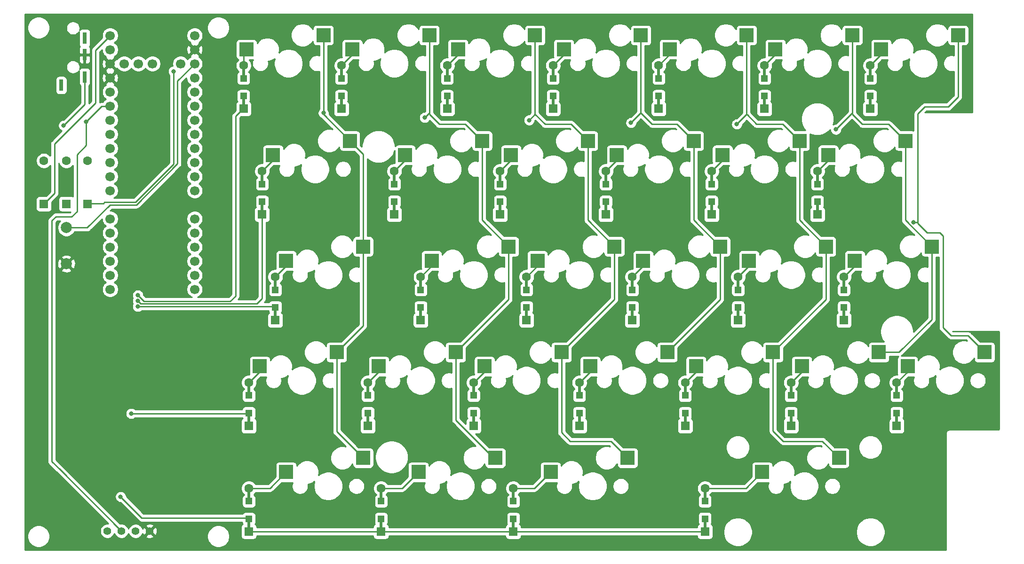
<source format=gbr>
%TF.GenerationSoftware,KiCad,Pcbnew,(5.1.7)-1*%
%TF.CreationDate,2021-06-20T13:46:17+02:00*%
%TF.ProjectId,Split65Left,53706c69-7436-4354-9c65-66742e6b6963,rev?*%
%TF.SameCoordinates,Original*%
%TF.FileFunction,Copper,L2,Bot*%
%TF.FilePolarity,Positive*%
%FSLAX46Y46*%
G04 Gerber Fmt 4.6, Leading zero omitted, Abs format (unit mm)*
G04 Created by KiCad (PCBNEW (5.1.7)-1) date 2021-06-20 13:46:17*
%MOMM*%
%LPD*%
G01*
G04 APERTURE LIST*
%TA.AperFunction,SMDPad,CuDef*%
%ADD10R,2.550000X2.500000*%
%TD*%
%TA.AperFunction,ComponentPad*%
%ADD11C,1.700000*%
%TD*%
%TA.AperFunction,ComponentPad*%
%ADD12R,0.800000X2.100000*%
%TD*%
%TA.AperFunction,SMDPad,CuDef*%
%ADD13R,0.500000X2.500000*%
%TD*%
%TA.AperFunction,ComponentPad*%
%ADD14C,1.600000*%
%TD*%
%TA.AperFunction,ComponentPad*%
%ADD15R,1.600000X1.600000*%
%TD*%
%TA.AperFunction,SMDPad,CuDef*%
%ADD16R,1.200000X1.200000*%
%TD*%
%TA.AperFunction,ComponentPad*%
%ADD17C,1.397000*%
%TD*%
%TA.AperFunction,ComponentPad*%
%ADD18C,2.000000*%
%TD*%
%TA.AperFunction,ViaPad*%
%ADD19C,0.800000*%
%TD*%
%TA.AperFunction,Conductor*%
%ADD20C,0.250000*%
%TD*%
%TA.AperFunction,Conductor*%
%ADD21C,0.254000*%
%TD*%
%TA.AperFunction,Conductor*%
%ADD22C,0.100000*%
%TD*%
G04 APERTURE END LIST*
D10*
%TO.P,SW30,2*%
%TO.N,Net-(D30-Pad2)*%
X157426000Y-126140000D03*
%TO.P,SW30,1*%
%TO.N,col4*%
X171276000Y-123600000D03*
%TD*%
%TO.P,SW29,2*%
%TO.N,Net-(D29-Pad2)*%
X119346000Y-126144000D03*
%TO.P,SW29,1*%
%TO.N,col2*%
X133196000Y-123604000D03*
%TD*%
%TO.P,SW28,2*%
%TO.N,Net-(D28-Pad2)*%
X95552000Y-126144000D03*
%TO.P,SW28,1*%
%TO.N,col1*%
X109402000Y-123604000D03*
%TD*%
%TO.P,SW27,2*%
%TO.N,Net-(D27-Pad2)*%
X71752000Y-126144000D03*
%TO.P,SW27,1*%
%TO.N,col0*%
X85602000Y-123604000D03*
%TD*%
%TO.P,SW26,2*%
%TO.N,Net-(D26-Pad2)*%
X183612000Y-107104000D03*
%TO.P,SW26,1*%
%TO.N,col6*%
X197462000Y-104564000D03*
%TD*%
%TO.P,SW25,2*%
%TO.N,Net-(D25-Pad2)*%
X164572000Y-107104000D03*
%TO.P,SW25,1*%
%TO.N,col5*%
X178422000Y-104564000D03*
%TD*%
%TO.P,SW24,2*%
%TO.N,Net-(D24-Pad2)*%
X145532000Y-107104000D03*
%TO.P,SW24,1*%
%TO.N,col4*%
X159382000Y-104564000D03*
%TD*%
%TO.P,SW23,2*%
%TO.N,Net-(D23-Pad2)*%
X126492000Y-107104000D03*
%TO.P,SW23,1*%
%TO.N,col3*%
X140342000Y-104564000D03*
%TD*%
%TO.P,SW22,2*%
%TO.N,Net-(D22-Pad2)*%
X107452000Y-107104000D03*
%TO.P,SW22,1*%
%TO.N,col2*%
X121302000Y-104564000D03*
%TD*%
%TO.P,SW21,2*%
%TO.N,Net-(D21-Pad2)*%
X88412000Y-107104000D03*
%TO.P,SW21,1*%
%TO.N,col1*%
X102262000Y-104564000D03*
%TD*%
%TO.P,SW20,2*%
%TO.N,Net-(D20-Pad2)*%
X66992000Y-107104000D03*
%TO.P,SW20,1*%
%TO.N,col0*%
X80842000Y-104564000D03*
%TD*%
%TO.P,SW19,2*%
%TO.N,Net-(D19-Pad2)*%
X174092000Y-88064000D03*
%TO.P,SW19,1*%
%TO.N,col5*%
X187942000Y-85524000D03*
%TD*%
%TO.P,SW18,2*%
%TO.N,Net-(D18-Pad2)*%
X155052000Y-88064000D03*
%TO.P,SW18,1*%
%TO.N,col4*%
X168902000Y-85524000D03*
%TD*%
%TO.P,SW17,2*%
%TO.N,Net-(D17-Pad2)*%
X136012000Y-88064000D03*
%TO.P,SW17,1*%
%TO.N,col3*%
X149862000Y-85524000D03*
%TD*%
%TO.P,SW14,2*%
%TO.N,Net-(D14-Pad2)*%
X71752000Y-88064000D03*
%TO.P,SW14,1*%
%TO.N,col0*%
X85602000Y-85524000D03*
%TD*%
%TO.P,SW13,2*%
%TO.N,Net-(D13-Pad2)*%
X169332000Y-69024000D03*
%TO.P,SW13,1*%
%TO.N,col5*%
X183182000Y-66484000D03*
%TD*%
%TO.P,SW12,2*%
%TO.N,Net-(D12-Pad2)*%
X150292000Y-69024000D03*
%TO.P,SW12,1*%
%TO.N,col4*%
X164142000Y-66484000D03*
%TD*%
%TO.P,SW7,2*%
%TO.N,Net-(D7-Pad2)*%
X178852000Y-49984000D03*
%TO.P,SW7,1*%
%TO.N,col6*%
X192702000Y-47444000D03*
%TD*%
%TO.P,SW11,2*%
%TO.N,Net-(D11-Pad2)*%
X131252000Y-69024000D03*
%TO.P,SW11,1*%
%TO.N,col3*%
X145102000Y-66484000D03*
%TD*%
%TO.P,SW10,2*%
%TO.N,Net-(D10-Pad2)*%
X112212000Y-69024000D03*
%TO.P,SW10,1*%
%TO.N,col2*%
X126062000Y-66484000D03*
%TD*%
%TO.P,SW9,2*%
%TO.N,Net-(D9-Pad2)*%
X93172000Y-69024000D03*
%TO.P,SW9,1*%
%TO.N,col1*%
X107022000Y-66484000D03*
%TD*%
%TO.P,SW16,2*%
%TO.N,Net-(D16-Pad2)*%
X116972000Y-88064000D03*
%TO.P,SW16,1*%
%TO.N,col2*%
X130822000Y-85524000D03*
%TD*%
%TO.P,SW15,2*%
%TO.N,Net-(D15-Pad2)*%
X97932000Y-88064000D03*
%TO.P,SW15,1*%
%TO.N,col1*%
X111782000Y-85524000D03*
%TD*%
%TO.P,SW8,2*%
%TO.N,Net-(D8-Pad2)*%
X69372000Y-69024000D03*
%TO.P,SW8,1*%
%TO.N,col0*%
X83222000Y-66484000D03*
%TD*%
%TO.P,SW6,2*%
%TO.N,Net-(D6-Pad2)*%
X159812000Y-49984000D03*
%TO.P,SW6,1*%
%TO.N,col5*%
X173662000Y-47444000D03*
%TD*%
%TO.P,SW5,2*%
%TO.N,Net-(D5-Pad2)*%
X140772000Y-49984000D03*
%TO.P,SW5,1*%
%TO.N,col4*%
X154622000Y-47444000D03*
%TD*%
%TO.P,SW4,2*%
%TO.N,Net-(D4-Pad2)*%
X121732000Y-49984000D03*
%TO.P,SW4,1*%
%TO.N,col3*%
X135582000Y-47444000D03*
%TD*%
%TO.P,SW3,2*%
%TO.N,Net-(D3-Pad2)*%
X102692000Y-49984000D03*
%TO.P,SW3,1*%
%TO.N,col2*%
X116542000Y-47444000D03*
%TD*%
%TO.P,SW2,2*%
%TO.N,Net-(D2-Pad2)*%
X83652000Y-49984000D03*
%TO.P,SW2,1*%
%TO.N,col1*%
X97502000Y-47444000D03*
%TD*%
%TO.P,SW1,2*%
%TO.N,Net-(D1-Pad2)*%
X64612000Y-49984000D03*
%TO.P,SW1,1*%
%TO.N,col0*%
X78462000Y-47444000D03*
%TD*%
D11*
%TO.P,U1,5V*%
%TO.N,Net-(U1-Pad5V)*%
X55273000Y-47508000D03*
%TO.P,U1,A10*%
%TO.N,Net-(U1-PadA10)*%
X40058000Y-50048000D03*
%TO.P,U1,A9*%
%TO.N,DATA*%
X40058000Y-47508000D03*
%TO.P,U1,D+*%
%TO.N,Net-(U1-PadD+)*%
X42598000Y-52588000D03*
%TO.P,U1,GND*%
%TO.N,GND*%
X40058000Y-52588000D03*
X40058000Y-55128000D03*
%TO.P,U1,B7*%
%TO.N,SDA*%
X40058000Y-57668000D03*
%TO.P,U1,B6*%
%TO.N,SCL*%
X40058000Y-60208000D03*
%TO.P,U1,D-*%
%TO.N,Net-(U1-PadD-)*%
X45138000Y-52588000D03*
%TO.P,U1,CHRG*%
%TO.N,Net-(U1-PadCHRG)*%
X47678000Y-52588000D03*
%TO.P,U1,B5*%
%TO.N,row0*%
X40058000Y-62748000D03*
%TO.P,U1,B4*%
%TO.N,row1*%
X40058000Y-65288000D03*
%TO.P,U1,B3*%
%TO.N,row2*%
X40058000Y-67828000D03*
%TO.P,U1,B2*%
%TO.N,row3*%
X40058000Y-70368000D03*
%TO.P,U1,B1*%
%TO.N,row4*%
X40058000Y-72908000D03*
%TO.P,U1,B0*%
%TO.N,Net-(U1-PadB0)*%
X40058000Y-75448000D03*
%TO.P,U1,A5*%
%TO.N,Net-(U1-PadA5)*%
X40058000Y-83068000D03*
%TO.P,U1,A7*%
%TO.N,Net-(U1-PadA7)*%
X40058000Y-88148000D03*
%TO.P,U1,A8*%
%TO.N,Net-(U1-PadA8)*%
X40058000Y-90688000D03*
%TO.P,U1,A6*%
%TO.N,Net-(U1-PadA6)*%
X40058000Y-85608000D03*
%TO.P,U1,A15*%
%TO.N,Net-(U1-PadA15)*%
X40058000Y-93228000D03*
%TO.P,U1,A4*%
%TO.N,Net-(U1-PadA4)*%
X40058000Y-80528000D03*
%TO.P,U1,GND*%
%TO.N,GND*%
X55273000Y-50048000D03*
%TO.P,U1,DFU*%
%TO.N,RESET*%
X55273000Y-52588000D03*
%TO.P,U1,A2*%
%TO.N,col0*%
X55273000Y-57668000D03*
%TO.P,U1,A3|5v*%
%TO.N,Net-(U1-PadA3|5v)*%
X52733000Y-52588000D03*
%TO.P,U1,3.3V*%
%TO.N,+5V*%
X55273000Y-55128000D03*
%TO.P,U1,A1*%
%TO.N,col1*%
X55273000Y-60208000D03*
%TO.P,U1,A0*%
%TO.N,col2*%
X55273000Y-62748000D03*
%TO.P,U1,B8*%
%TO.N,col3*%
X55273000Y-65288000D03*
%TO.P,U1,B14*%
%TO.N,col5*%
X55273000Y-70368000D03*
%TO.P,U1,B15*%
%TO.N,col6*%
X55273000Y-72908000D03*
%TO.P,U1,B13*%
%TO.N,col4*%
X55273000Y-67828000D03*
%TO.P,U1,B9*%
%TO.N,Net-(U1-PadB9)*%
X55273000Y-75448000D03*
%TO.P,U1,B11*%
%TO.N,Net-(U1-PadB11)*%
X55273000Y-83068000D03*
%TO.P,U1,B10*%
%TO.N,Net-(U1-PadB10)*%
X55273000Y-80528000D03*
%TO.P,U1,A14*%
%TO.N,Net-(U1-PadA14)*%
X55273000Y-88148000D03*
%TO.P,U1,B12*%
%TO.N,Net-(U1-PadB12)*%
X55273000Y-85608000D03*
%TO.P,U1,A13*%
%TO.N,Net-(U1-PadA13)*%
X55273000Y-90688000D03*
%TO.P,U1,RST*%
%TO.N,Net-(U1-PadRST)*%
X55273000Y-93228000D03*
%TD*%
D12*
%TO.P,J1,A*%
%TO.N,N/C*%
X31278000Y-56470000D03*
%TO.P,J1,D*%
X35478000Y-54970000D03*
%TO.P,J1,C*%
%TO.N,GND*%
X35478000Y-50970000D03*
%TO.P,J1,B*%
%TO.N,N/C*%
X35478000Y-47970000D03*
%TD*%
D13*
%TO.P,D1,2*%
%TO.N,Net-(D1-Pad2)*%
X64080000Y-54108000D03*
%TO.P,D1,1*%
%TO.N,row0*%
X64080000Y-59508000D03*
D14*
%TO.P,D1,2*%
%TO.N,Net-(D1-Pad2)*%
X64080000Y-52908000D03*
D15*
%TO.P,D1,1*%
%TO.N,row0*%
X64080000Y-60708000D03*
D16*
X64080000Y-58383000D03*
%TO.P,D1,2*%
%TO.N,Net-(D1-Pad2)*%
X64080000Y-55233000D03*
%TD*%
D13*
%TO.P,D2,2*%
%TO.N,Net-(D2-Pad2)*%
X81692000Y-54108000D03*
%TO.P,D2,1*%
%TO.N,row0*%
X81692000Y-59508000D03*
D14*
%TO.P,D2,2*%
%TO.N,Net-(D2-Pad2)*%
X81692000Y-52908000D03*
D15*
%TO.P,D2,1*%
%TO.N,row0*%
X81692000Y-60708000D03*
D16*
X81692000Y-58383000D03*
%TO.P,D2,2*%
%TO.N,Net-(D2-Pad2)*%
X81692000Y-55233000D03*
%TD*%
D13*
%TO.P,D3,2*%
%TO.N,Net-(D3-Pad2)*%
X100732000Y-54108000D03*
%TO.P,D3,1*%
%TO.N,row0*%
X100732000Y-59508000D03*
D14*
%TO.P,D3,2*%
%TO.N,Net-(D3-Pad2)*%
X100732000Y-52908000D03*
D15*
%TO.P,D3,1*%
%TO.N,row0*%
X100732000Y-60708000D03*
D16*
X100732000Y-58383000D03*
%TO.P,D3,2*%
%TO.N,Net-(D3-Pad2)*%
X100732000Y-55233000D03*
%TD*%
D13*
%TO.P,D4,2*%
%TO.N,Net-(D4-Pad2)*%
X119772000Y-54108000D03*
%TO.P,D4,1*%
%TO.N,row0*%
X119772000Y-59508000D03*
D14*
%TO.P,D4,2*%
%TO.N,Net-(D4-Pad2)*%
X119772000Y-52908000D03*
D15*
%TO.P,D4,1*%
%TO.N,row0*%
X119772000Y-60708000D03*
D16*
X119772000Y-58383000D03*
%TO.P,D4,2*%
%TO.N,Net-(D4-Pad2)*%
X119772000Y-55233000D03*
%TD*%
D13*
%TO.P,D5,2*%
%TO.N,Net-(D5-Pad2)*%
X138812000Y-54108000D03*
%TO.P,D5,1*%
%TO.N,row0*%
X138812000Y-59508000D03*
D14*
%TO.P,D5,2*%
%TO.N,Net-(D5-Pad2)*%
X138812000Y-52908000D03*
D15*
%TO.P,D5,1*%
%TO.N,row0*%
X138812000Y-60708000D03*
D16*
X138812000Y-58383000D03*
%TO.P,D5,2*%
%TO.N,Net-(D5-Pad2)*%
X138812000Y-55233000D03*
%TD*%
D13*
%TO.P,D6,2*%
%TO.N,Net-(D6-Pad2)*%
X157852000Y-54108000D03*
%TO.P,D6,1*%
%TO.N,row0*%
X157852000Y-59508000D03*
D14*
%TO.P,D6,2*%
%TO.N,Net-(D6-Pad2)*%
X157852000Y-52908000D03*
D15*
%TO.P,D6,1*%
%TO.N,row0*%
X157852000Y-60708000D03*
D16*
X157852000Y-58383000D03*
%TO.P,D6,2*%
%TO.N,Net-(D6-Pad2)*%
X157852000Y-55233000D03*
%TD*%
D13*
%TO.P,D7,2*%
%TO.N,Net-(D7-Pad2)*%
X176892000Y-54108000D03*
%TO.P,D7,1*%
%TO.N,row0*%
X176892000Y-59508000D03*
D14*
%TO.P,D7,2*%
%TO.N,Net-(D7-Pad2)*%
X176892000Y-52908000D03*
D15*
%TO.P,D7,1*%
%TO.N,row0*%
X176892000Y-60708000D03*
D16*
X176892000Y-58383000D03*
%TO.P,D7,2*%
%TO.N,Net-(D7-Pad2)*%
X176892000Y-55233000D03*
%TD*%
D13*
%TO.P,D8,2*%
%TO.N,Net-(D8-Pad2)*%
X67412000Y-73148000D03*
%TO.P,D8,1*%
%TO.N,row1*%
X67412000Y-78548000D03*
D14*
%TO.P,D8,2*%
%TO.N,Net-(D8-Pad2)*%
X67412000Y-71948000D03*
D15*
%TO.P,D8,1*%
%TO.N,row1*%
X67412000Y-79748000D03*
D16*
X67412000Y-77423000D03*
%TO.P,D8,2*%
%TO.N,Net-(D8-Pad2)*%
X67412000Y-74273000D03*
%TD*%
D13*
%TO.P,D9,2*%
%TO.N,Net-(D9-Pad2)*%
X91212000Y-73148000D03*
%TO.P,D9,1*%
%TO.N,row1*%
X91212000Y-78548000D03*
D14*
%TO.P,D9,2*%
%TO.N,Net-(D9-Pad2)*%
X91212000Y-71948000D03*
D15*
%TO.P,D9,1*%
%TO.N,row1*%
X91212000Y-79748000D03*
D16*
X91212000Y-77423000D03*
%TO.P,D9,2*%
%TO.N,Net-(D9-Pad2)*%
X91212000Y-74273000D03*
%TD*%
D13*
%TO.P,D10,2*%
%TO.N,Net-(D10-Pad2)*%
X110252000Y-73148000D03*
%TO.P,D10,1*%
%TO.N,row1*%
X110252000Y-78548000D03*
D14*
%TO.P,D10,2*%
%TO.N,Net-(D10-Pad2)*%
X110252000Y-71948000D03*
D15*
%TO.P,D10,1*%
%TO.N,row1*%
X110252000Y-79748000D03*
D16*
X110252000Y-77423000D03*
%TO.P,D10,2*%
%TO.N,Net-(D10-Pad2)*%
X110252000Y-74273000D03*
%TD*%
D13*
%TO.P,D11,2*%
%TO.N,Net-(D11-Pad2)*%
X129292000Y-73148000D03*
%TO.P,D11,1*%
%TO.N,row1*%
X129292000Y-78548000D03*
D14*
%TO.P,D11,2*%
%TO.N,Net-(D11-Pad2)*%
X129292000Y-71948000D03*
D15*
%TO.P,D11,1*%
%TO.N,row1*%
X129292000Y-79748000D03*
D16*
X129292000Y-77423000D03*
%TO.P,D11,2*%
%TO.N,Net-(D11-Pad2)*%
X129292000Y-74273000D03*
%TD*%
D13*
%TO.P,D12,2*%
%TO.N,Net-(D12-Pad2)*%
X148332000Y-73148000D03*
%TO.P,D12,1*%
%TO.N,row1*%
X148332000Y-78548000D03*
D14*
%TO.P,D12,2*%
%TO.N,Net-(D12-Pad2)*%
X148332000Y-71948000D03*
D15*
%TO.P,D12,1*%
%TO.N,row1*%
X148332000Y-79748000D03*
D16*
X148332000Y-77423000D03*
%TO.P,D12,2*%
%TO.N,Net-(D12-Pad2)*%
X148332000Y-74273000D03*
%TD*%
D13*
%TO.P,D13,2*%
%TO.N,Net-(D13-Pad2)*%
X167372000Y-73148000D03*
%TO.P,D13,1*%
%TO.N,row1*%
X167372000Y-78548000D03*
D14*
%TO.P,D13,2*%
%TO.N,Net-(D13-Pad2)*%
X167372000Y-71948000D03*
D15*
%TO.P,D13,1*%
%TO.N,row1*%
X167372000Y-79748000D03*
D16*
X167372000Y-77423000D03*
%TO.P,D13,2*%
%TO.N,Net-(D13-Pad2)*%
X167372000Y-74273000D03*
%TD*%
D13*
%TO.P,D14,2*%
%TO.N,Net-(D14-Pad2)*%
X69792000Y-92188000D03*
%TO.P,D14,1*%
%TO.N,row2*%
X69792000Y-97588000D03*
D14*
%TO.P,D14,2*%
%TO.N,Net-(D14-Pad2)*%
X69792000Y-90988000D03*
D15*
%TO.P,D14,1*%
%TO.N,row2*%
X69792000Y-98788000D03*
D16*
X69792000Y-96463000D03*
%TO.P,D14,2*%
%TO.N,Net-(D14-Pad2)*%
X69792000Y-93313000D03*
%TD*%
D13*
%TO.P,D15,2*%
%TO.N,Net-(D15-Pad2)*%
X95972000Y-92188000D03*
%TO.P,D15,1*%
%TO.N,row2*%
X95972000Y-97588000D03*
D14*
%TO.P,D15,2*%
%TO.N,Net-(D15-Pad2)*%
X95972000Y-90988000D03*
D15*
%TO.P,D15,1*%
%TO.N,row2*%
X95972000Y-98788000D03*
D16*
X95972000Y-96463000D03*
%TO.P,D15,2*%
%TO.N,Net-(D15-Pad2)*%
X95972000Y-93313000D03*
%TD*%
D13*
%TO.P,D16,2*%
%TO.N,Net-(D16-Pad2)*%
X115012000Y-92188000D03*
%TO.P,D16,1*%
%TO.N,row2*%
X115012000Y-97588000D03*
D14*
%TO.P,D16,2*%
%TO.N,Net-(D16-Pad2)*%
X115012000Y-90988000D03*
D15*
%TO.P,D16,1*%
%TO.N,row2*%
X115012000Y-98788000D03*
D16*
X115012000Y-96463000D03*
%TO.P,D16,2*%
%TO.N,Net-(D16-Pad2)*%
X115012000Y-93313000D03*
%TD*%
D13*
%TO.P,D17,2*%
%TO.N,Net-(D17-Pad2)*%
X134052000Y-92188000D03*
%TO.P,D17,1*%
%TO.N,row2*%
X134052000Y-97588000D03*
D14*
%TO.P,D17,2*%
%TO.N,Net-(D17-Pad2)*%
X134052000Y-90988000D03*
D15*
%TO.P,D17,1*%
%TO.N,row2*%
X134052000Y-98788000D03*
D16*
X134052000Y-96463000D03*
%TO.P,D17,2*%
%TO.N,Net-(D17-Pad2)*%
X134052000Y-93313000D03*
%TD*%
D13*
%TO.P,D18,2*%
%TO.N,Net-(D18-Pad2)*%
X153092000Y-92188000D03*
%TO.P,D18,1*%
%TO.N,row2*%
X153092000Y-97588000D03*
D14*
%TO.P,D18,2*%
%TO.N,Net-(D18-Pad2)*%
X153092000Y-90988000D03*
D15*
%TO.P,D18,1*%
%TO.N,row2*%
X153092000Y-98788000D03*
D16*
X153092000Y-96463000D03*
%TO.P,D18,2*%
%TO.N,Net-(D18-Pad2)*%
X153092000Y-93313000D03*
%TD*%
D13*
%TO.P,D19,2*%
%TO.N,Net-(D19-Pad2)*%
X172132000Y-92188000D03*
%TO.P,D19,1*%
%TO.N,row2*%
X172132000Y-97588000D03*
D14*
%TO.P,D19,2*%
%TO.N,Net-(D19-Pad2)*%
X172132000Y-90988000D03*
D15*
%TO.P,D19,1*%
%TO.N,row2*%
X172132000Y-98788000D03*
D16*
X172132000Y-96463000D03*
%TO.P,D19,2*%
%TO.N,Net-(D19-Pad2)*%
X172132000Y-93313000D03*
%TD*%
D13*
%TO.P,D20,2*%
%TO.N,Net-(D20-Pad2)*%
X65032000Y-111228000D03*
%TO.P,D20,1*%
%TO.N,row3*%
X65032000Y-116628000D03*
D14*
%TO.P,D20,2*%
%TO.N,Net-(D20-Pad2)*%
X65032000Y-110028000D03*
D15*
%TO.P,D20,1*%
%TO.N,row3*%
X65032000Y-117828000D03*
D16*
X65032000Y-115503000D03*
%TO.P,D20,2*%
%TO.N,Net-(D20-Pad2)*%
X65032000Y-112353000D03*
%TD*%
D13*
%TO.P,D21,2*%
%TO.N,Net-(D21-Pad2)*%
X86452000Y-111228000D03*
%TO.P,D21,1*%
%TO.N,row3*%
X86452000Y-116628000D03*
D14*
%TO.P,D21,2*%
%TO.N,Net-(D21-Pad2)*%
X86452000Y-110028000D03*
D15*
%TO.P,D21,1*%
%TO.N,row3*%
X86452000Y-117828000D03*
D16*
X86452000Y-115503000D03*
%TO.P,D21,2*%
%TO.N,Net-(D21-Pad2)*%
X86452000Y-112353000D03*
%TD*%
D13*
%TO.P,D22,2*%
%TO.N,Net-(D22-Pad2)*%
X105492000Y-111228000D03*
%TO.P,D22,1*%
%TO.N,row3*%
X105492000Y-116628000D03*
D14*
%TO.P,D22,2*%
%TO.N,Net-(D22-Pad2)*%
X105492000Y-110028000D03*
D15*
%TO.P,D22,1*%
%TO.N,row3*%
X105492000Y-117828000D03*
D16*
X105492000Y-115503000D03*
%TO.P,D22,2*%
%TO.N,Net-(D22-Pad2)*%
X105492000Y-112353000D03*
%TD*%
D13*
%TO.P,D23,2*%
%TO.N,Net-(D23-Pad2)*%
X124532000Y-111228000D03*
%TO.P,D23,1*%
%TO.N,row3*%
X124532000Y-116628000D03*
D14*
%TO.P,D23,2*%
%TO.N,Net-(D23-Pad2)*%
X124532000Y-110028000D03*
D15*
%TO.P,D23,1*%
%TO.N,row3*%
X124532000Y-117828000D03*
D16*
X124532000Y-115503000D03*
%TO.P,D23,2*%
%TO.N,Net-(D23-Pad2)*%
X124532000Y-112353000D03*
%TD*%
D13*
%TO.P,D24,2*%
%TO.N,Net-(D24-Pad2)*%
X143572000Y-111228000D03*
%TO.P,D24,1*%
%TO.N,row3*%
X143572000Y-116628000D03*
D14*
%TO.P,D24,2*%
%TO.N,Net-(D24-Pad2)*%
X143572000Y-110028000D03*
D15*
%TO.P,D24,1*%
%TO.N,row3*%
X143572000Y-117828000D03*
D16*
X143572000Y-115503000D03*
%TO.P,D24,2*%
%TO.N,Net-(D24-Pad2)*%
X143572000Y-112353000D03*
%TD*%
D13*
%TO.P,D25,2*%
%TO.N,Net-(D25-Pad2)*%
X162612000Y-111228000D03*
%TO.P,D25,1*%
%TO.N,row3*%
X162612000Y-116628000D03*
D14*
%TO.P,D25,2*%
%TO.N,Net-(D25-Pad2)*%
X162612000Y-110028000D03*
D15*
%TO.P,D25,1*%
%TO.N,row3*%
X162612000Y-117828000D03*
D16*
X162612000Y-115503000D03*
%TO.P,D25,2*%
%TO.N,Net-(D25-Pad2)*%
X162612000Y-112353000D03*
%TD*%
D13*
%TO.P,D26,2*%
%TO.N,Net-(D26-Pad2)*%
X181652000Y-111228000D03*
%TO.P,D26,1*%
%TO.N,row3*%
X181652000Y-116628000D03*
D14*
%TO.P,D26,2*%
%TO.N,Net-(D26-Pad2)*%
X181652000Y-110028000D03*
D15*
%TO.P,D26,1*%
%TO.N,row3*%
X181652000Y-117828000D03*
D16*
X181652000Y-115503000D03*
%TO.P,D26,2*%
%TO.N,Net-(D26-Pad2)*%
X181652000Y-112353000D03*
%TD*%
D13*
%TO.P,D27,2*%
%TO.N,Net-(D27-Pad2)*%
X65032000Y-130268000D03*
%TO.P,D27,1*%
%TO.N,row4*%
X65032000Y-135668000D03*
D14*
%TO.P,D27,2*%
%TO.N,Net-(D27-Pad2)*%
X65032000Y-129068000D03*
D15*
%TO.P,D27,1*%
%TO.N,row4*%
X65032000Y-136868000D03*
D16*
X65032000Y-134543000D03*
%TO.P,D27,2*%
%TO.N,Net-(D27-Pad2)*%
X65032000Y-131393000D03*
%TD*%
D13*
%TO.P,D28,2*%
%TO.N,Net-(D28-Pad2)*%
X88832000Y-130268000D03*
%TO.P,D28,1*%
%TO.N,row4*%
X88832000Y-135668000D03*
D14*
%TO.P,D28,2*%
%TO.N,Net-(D28-Pad2)*%
X88832000Y-129068000D03*
D15*
%TO.P,D28,1*%
%TO.N,row4*%
X88832000Y-136868000D03*
D16*
X88832000Y-134543000D03*
%TO.P,D28,2*%
%TO.N,Net-(D28-Pad2)*%
X88832000Y-131393000D03*
%TD*%
D13*
%TO.P,D29,2*%
%TO.N,Net-(D29-Pad2)*%
X112632000Y-130268000D03*
%TO.P,D29,1*%
%TO.N,row4*%
X112632000Y-135668000D03*
D14*
%TO.P,D29,2*%
%TO.N,Net-(D29-Pad2)*%
X112632000Y-129068000D03*
D15*
%TO.P,D29,1*%
%TO.N,row4*%
X112632000Y-136868000D03*
D16*
X112632000Y-134543000D03*
%TO.P,D29,2*%
%TO.N,Net-(D29-Pad2)*%
X112632000Y-131393000D03*
%TD*%
D13*
%TO.P,D30,2*%
%TO.N,Net-(D30-Pad2)*%
X147136000Y-130264000D03*
%TO.P,D30,1*%
%TO.N,row4*%
X147136000Y-135664000D03*
D14*
%TO.P,D30,2*%
%TO.N,Net-(D30-Pad2)*%
X147136000Y-129064000D03*
D15*
%TO.P,D30,1*%
%TO.N,row4*%
X147136000Y-136864000D03*
D16*
X147136000Y-134539000D03*
%TO.P,D30,2*%
%TO.N,Net-(D30-Pad2)*%
X147136000Y-131389000D03*
%TD*%
D17*
%TO.P,J2,4*%
%TO.N,GND*%
X47186000Y-136776000D03*
%TO.P,J2,3*%
%TO.N,+5V*%
X44646000Y-136776000D03*
%TO.P,J2,2*%
%TO.N,SCL*%
X42106000Y-136776000D03*
%TO.P,J2,1*%
%TO.N,SDA*%
X39566000Y-136776000D03*
%TD*%
D14*
%TO.P,R1,2*%
%TO.N,SDA*%
X35996000Y-70044000D03*
D15*
%TO.P,R1,1*%
%TO.N,+5V*%
X35996000Y-77844000D03*
%TD*%
D14*
%TO.P,R2,2*%
%TO.N,Net-(J1-PadT)*%
X32188000Y-70044000D03*
D15*
%TO.P,R2,1*%
%TO.N,+5V*%
X32188000Y-77844000D03*
%TD*%
D18*
%TO.P,SW31,2*%
%TO.N,RESET*%
X32188000Y-82118000D03*
%TO.P,SW31,1*%
%TO.N,GND*%
X32188000Y-88618000D03*
%TD*%
D14*
%TO.P,R3,2*%
%TO.N,Net-(J1-PadT)*%
X28142000Y-70044000D03*
D15*
%TO.P,R3,1*%
%TO.N,DATA*%
X28142000Y-77844000D03*
%TD*%
D19*
%TO.N,row0*%
X45055717Y-94281106D03*
%TO.N,row1*%
X45052651Y-95303346D03*
%TO.N,row2*%
X45040000Y-96316000D03*
%TO.N,row3*%
X43850000Y-115594000D03*
%TO.N,row4*%
X41946000Y-130588000D03*
%TO.N,SCL*%
X35758000Y-62996000D03*
%TO.N,+5V*%
X51466000Y-53952000D03*
%TO.N,Net-(J1-PadS)*%
X31712000Y-63710000D03*
%TO.N,col0*%
X78461002Y-61466998D03*
%TO.N,col1*%
X96686000Y-62282000D03*
%TO.N,col2*%
X115488000Y-62758000D03*
%TO.N,col3*%
X133814000Y-63223000D03*
%TO.N,col4*%
X152854000Y-63472000D03*
%TO.N,col5*%
X170704000Y-64424000D03*
%TO.N,col6*%
X184636653Y-81193347D03*
%TD*%
D20*
%TO.N,Net-(D1-Pad2)*%
X64612000Y-49984000D02*
X64612000Y-50948000D01*
X64080000Y-50516000D02*
X64612000Y-49984000D01*
X64080000Y-52908000D02*
X64080000Y-50516000D01*
%TO.N,row0*%
X45055717Y-94281106D02*
X46164601Y-95389990D01*
X46164601Y-95389990D02*
X61674010Y-95389990D01*
X61674010Y-95389990D02*
X62652000Y-94412000D01*
X64080000Y-60708000D02*
X63988000Y-60708000D01*
X63988000Y-60708000D02*
X62652000Y-62044000D01*
X62652000Y-94412000D02*
X62652000Y-62044000D01*
%TO.N,Net-(D2-Pad2)*%
X83652000Y-50948000D02*
X81692000Y-52908000D01*
X83652000Y-49984000D02*
X83652000Y-50948000D01*
%TO.N,Net-(D3-Pad2)*%
X102692000Y-50948000D02*
X100732000Y-52908000D01*
X102692000Y-49984000D02*
X102692000Y-50948000D01*
%TO.N,Net-(D4-Pad2)*%
X121732000Y-50948000D02*
X119772000Y-52908000D01*
X121732000Y-49984000D02*
X121732000Y-50948000D01*
%TO.N,Net-(D5-Pad2)*%
X140772000Y-50948000D02*
X138812000Y-52908000D01*
X140772000Y-49984000D02*
X140772000Y-50948000D01*
%TO.N,Net-(D6-Pad2)*%
X159812000Y-50948000D02*
X157852000Y-52908000D01*
X159812000Y-49984000D02*
X159812000Y-50948000D01*
%TO.N,Net-(D7-Pad2)*%
X178852000Y-50948000D02*
X176892000Y-52908000D01*
X178852000Y-49984000D02*
X178852000Y-50948000D01*
%TO.N,Net-(D8-Pad2)*%
X69372000Y-69988000D02*
X67412000Y-71948000D01*
X69372000Y-69024000D02*
X69372000Y-69988000D01*
%TO.N,row1*%
X67412000Y-94888000D02*
X67412000Y-79748000D01*
X66460000Y-95840000D02*
X67412000Y-94888000D01*
X45052651Y-95303346D02*
X45589305Y-95840000D01*
X45589305Y-95840000D02*
X66460000Y-95840000D01*
%TO.N,Net-(D9-Pad2)*%
X93172000Y-69988000D02*
X91212000Y-71948000D01*
X93172000Y-69024000D02*
X93172000Y-69988000D01*
%TO.N,Net-(D10-Pad2)*%
X112212000Y-69988000D02*
X110252000Y-71948000D01*
X112212000Y-69024000D02*
X112212000Y-69988000D01*
%TO.N,Net-(D11-Pad2)*%
X131252000Y-69988000D02*
X129292000Y-71948000D01*
X131252000Y-69024000D02*
X131252000Y-69988000D01*
%TO.N,Net-(D12-Pad2)*%
X150292000Y-69988000D02*
X148332000Y-71948000D01*
X150292000Y-69024000D02*
X150292000Y-69988000D01*
%TO.N,Net-(D13-Pad2)*%
X169332000Y-69988000D02*
X167372000Y-71948000D01*
X169332000Y-69024000D02*
X169332000Y-69988000D01*
%TO.N,Net-(D14-Pad2)*%
X71752000Y-89028000D02*
X69792000Y-90988000D01*
X71752000Y-88064000D02*
X71752000Y-89028000D01*
%TO.N,row2*%
X69645000Y-96316000D02*
X69792000Y-96463000D01*
X45040000Y-96316000D02*
X69645000Y-96316000D01*
%TO.N,Net-(D15-Pad2)*%
X97932000Y-89028000D02*
X95972000Y-90988000D01*
X97932000Y-88064000D02*
X97932000Y-89028000D01*
%TO.N,Net-(D16-Pad2)*%
X116972000Y-89028000D02*
X115012000Y-90988000D01*
X116972000Y-88064000D02*
X116972000Y-89028000D01*
%TO.N,Net-(D17-Pad2)*%
X136012000Y-89028000D02*
X134052000Y-90988000D01*
X136012000Y-88064000D02*
X136012000Y-89028000D01*
%TO.N,Net-(D18-Pad2)*%
X155052000Y-89028000D02*
X153092000Y-90988000D01*
X155052000Y-88064000D02*
X155052000Y-89028000D01*
%TO.N,Net-(D19-Pad2)*%
X174092000Y-89028000D02*
X172132000Y-90988000D01*
X174092000Y-88064000D02*
X174092000Y-89028000D01*
%TO.N,Net-(D20-Pad2)*%
X66992000Y-108068000D02*
X65032000Y-110028000D01*
X66992000Y-107104000D02*
X66992000Y-108068000D01*
%TO.N,row3*%
X64941000Y-115594000D02*
X65032000Y-115503000D01*
X43850000Y-115594000D02*
X64941000Y-115594000D01*
%TO.N,Net-(D21-Pad2)*%
X88412000Y-108068000D02*
X86452000Y-110028000D01*
X88412000Y-107104000D02*
X88412000Y-108068000D01*
%TO.N,Net-(D22-Pad2)*%
X107452000Y-108068000D02*
X105492000Y-110028000D01*
X107452000Y-107104000D02*
X107452000Y-108068000D01*
%TO.N,Net-(D23-Pad2)*%
X126492000Y-108068000D02*
X124532000Y-110028000D01*
X126492000Y-107104000D02*
X126492000Y-108068000D01*
%TO.N,Net-(D24-Pad2)*%
X145532000Y-108068000D02*
X143572000Y-110028000D01*
X145532000Y-107104000D02*
X145532000Y-108068000D01*
%TO.N,Net-(D25-Pad2)*%
X164572000Y-108068000D02*
X162612000Y-110028000D01*
X164572000Y-107104000D02*
X164572000Y-108068000D01*
%TO.N,Net-(D26-Pad2)*%
X183612000Y-107104000D02*
X183612000Y-108068000D01*
X183612000Y-108068000D02*
X181652000Y-110028000D01*
%TO.N,Net-(D27-Pad2)*%
X68828000Y-129068000D02*
X71752000Y-126144000D01*
X65032000Y-129068000D02*
X68828000Y-129068000D01*
%TO.N,row4*%
X64885000Y-134396000D02*
X65032000Y-134543000D01*
X45754000Y-134396000D02*
X64885000Y-134396000D01*
X65032000Y-135668000D02*
X65032000Y-136868000D01*
X65032000Y-136868000D02*
X88832000Y-136868000D01*
X88832000Y-136868000D02*
X112632000Y-136868000D01*
X45754000Y-134396000D02*
X41946000Y-130588000D01*
X147132000Y-136868000D02*
X147136000Y-136864000D01*
X112632000Y-136868000D02*
X147132000Y-136868000D01*
X112632000Y-135668000D02*
X112632000Y-136868000D01*
%TO.N,Net-(D28-Pad2)*%
X92628000Y-129068000D02*
X95552000Y-126144000D01*
X88832000Y-129068000D02*
X92628000Y-129068000D01*
%TO.N,Net-(D29-Pad2)*%
X116422000Y-129068000D02*
X119346000Y-126144000D01*
X112632000Y-129068000D02*
X116422000Y-129068000D01*
%TO.N,Net-(D30-Pad2)*%
X154502000Y-129064000D02*
X157426000Y-126140000D01*
X147136000Y-129064000D02*
X154502000Y-129064000D01*
%TO.N,SCL*%
X40058000Y-60208000D02*
X38546000Y-60208000D01*
X38546000Y-60208000D02*
X35758000Y-62996000D01*
X29570000Y-124240000D02*
X30959000Y-125629000D01*
X29570000Y-80846000D02*
X29570000Y-124240000D01*
X30284000Y-80132000D02*
X29570000Y-80846000D01*
X33140000Y-80132000D02*
X30284000Y-80132000D01*
X34092000Y-79180000D02*
X33140000Y-80132000D01*
X30862999Y-125532999D02*
X30959000Y-125629000D01*
X35758000Y-62996000D02*
X35758000Y-67280000D01*
X30959000Y-125629000D02*
X42106000Y-136776000D01*
X35758000Y-67280000D02*
X34092000Y-68946000D01*
X34092000Y-68946000D02*
X34092000Y-79180000D01*
%TO.N,+5V*%
X36088000Y-77752000D02*
X35996000Y-77844000D01*
X38852000Y-77752000D02*
X36088000Y-77752000D01*
X39064010Y-77539990D02*
X44615600Y-77539990D01*
X38852000Y-77752000D02*
X39064010Y-77539990D01*
X44615600Y-77539990D02*
X51466000Y-70689590D01*
X51466000Y-70689590D02*
X51466000Y-55380000D01*
X51466000Y-55380000D02*
X51466000Y-53952000D01*
%TO.N,DATA*%
X40058000Y-47508000D02*
X37424000Y-50142000D01*
X37424000Y-50142000D02*
X37424000Y-59664000D01*
X37424000Y-59664000D02*
X30046000Y-67042000D01*
X30046000Y-75940000D02*
X28142000Y-77844000D01*
X30046000Y-67042000D02*
X30046000Y-75940000D01*
%TO.N,Net-(J1-PadS)*%
X35478000Y-54970000D02*
X35478000Y-59944000D01*
X35478000Y-59944000D02*
X31712000Y-63710000D01*
%TO.N,col0*%
X78462000Y-59663002D02*
X78461002Y-59664000D01*
X78462000Y-47444000D02*
X78462000Y-59663002D01*
X78461002Y-61723002D02*
X83222000Y-66484000D01*
X85602000Y-68864000D02*
X83222000Y-66484000D01*
X85602000Y-85524000D02*
X85602000Y-68864000D01*
X85602000Y-99804000D02*
X80842000Y-104564000D01*
X85602000Y-85524000D02*
X85602000Y-99804000D01*
X78461002Y-59664000D02*
X78461002Y-61466998D01*
X78461002Y-61466998D02*
X78461002Y-61723002D01*
X80842000Y-118844000D02*
X85602000Y-123604000D01*
X80842000Y-104564000D02*
X80842000Y-118844000D01*
%TO.N,col1*%
X104010000Y-63472000D02*
X107022000Y-66484000D01*
X99304000Y-63472000D02*
X104010000Y-63472000D01*
X97502000Y-61670000D02*
X99304000Y-63472000D01*
X107022000Y-80764000D02*
X111782000Y-85524000D01*
X107022000Y-66484000D02*
X107022000Y-80764000D01*
X111782000Y-95044000D02*
X102262000Y-104564000D01*
X111782000Y-85524000D02*
X111782000Y-95044000D01*
X96686000Y-62282000D02*
X97502000Y-61466000D01*
X97502000Y-47444000D02*
X97502000Y-61466000D01*
X97502000Y-61466000D02*
X97502000Y-61670000D01*
X109082998Y-123604000D02*
X109402000Y-123604000D01*
X102262000Y-116783002D02*
X109082998Y-123604000D01*
X102262000Y-104564000D02*
X102262000Y-116783002D01*
%TO.N,col2*%
X116542000Y-47444000D02*
X116542000Y-61670000D01*
X116542000Y-61670000D02*
X118344000Y-63472000D01*
X123050000Y-63472000D02*
X126062000Y-66484000D01*
X118344000Y-63472000D02*
X123050000Y-63472000D01*
X126062000Y-80764000D02*
X130822000Y-85524000D01*
X126062000Y-66484000D02*
X126062000Y-80764000D01*
X130822000Y-95044000D02*
X121302000Y-104564000D01*
X130822000Y-85524000D02*
X130822000Y-95044000D01*
X116542000Y-61704000D02*
X116542000Y-61670000D01*
X115488000Y-62758000D02*
X116542000Y-61704000D01*
X130184000Y-120592000D02*
X133196000Y-123604000D01*
X122866000Y-120592000D02*
X130184000Y-120592000D01*
X121302000Y-119028000D02*
X122866000Y-120592000D01*
X121302000Y-104564000D02*
X121302000Y-119028000D01*
%TO.N,col3*%
X135582000Y-47444000D02*
X135582000Y-61432000D01*
X135582000Y-61432000D02*
X137622000Y-63472000D01*
X142090000Y-63472000D02*
X145102000Y-66484000D01*
X137622000Y-63472000D02*
X142090000Y-63472000D01*
X145102000Y-80764000D02*
X149862000Y-85524000D01*
X145102000Y-66484000D02*
X145102000Y-80764000D01*
X149862000Y-95044000D02*
X140342000Y-104564000D01*
X149862000Y-85524000D02*
X149862000Y-95044000D01*
X135582000Y-61455000D02*
X135582000Y-61432000D01*
X133814000Y-63223000D02*
X135582000Y-61455000D01*
%TO.N,col4*%
X154622000Y-47444000D02*
X154622000Y-61670000D01*
X161130000Y-63472000D02*
X164142000Y-66484000D01*
X156424000Y-63472000D02*
X161130000Y-63472000D01*
X164142000Y-80764000D02*
X168902000Y-85524000D01*
X164142000Y-66484000D02*
X164142000Y-80764000D01*
X168902000Y-95044000D02*
X159382000Y-104564000D01*
X168902000Y-85524000D02*
X168902000Y-95044000D01*
X154520000Y-61806000D02*
X154758000Y-61806000D01*
X152854000Y-63472000D02*
X154520000Y-61806000D01*
X154622000Y-61670000D02*
X154758000Y-61806000D01*
X154758000Y-61806000D02*
X156424000Y-63472000D01*
X168268000Y-120592000D02*
X171276000Y-123600000D01*
X161184000Y-120592000D02*
X168268000Y-120592000D01*
X159382000Y-118790000D02*
X161184000Y-120592000D01*
X159382000Y-104564000D02*
X159382000Y-118790000D01*
%TO.N,col5*%
X173662000Y-61670000D02*
X175464000Y-63472000D01*
X180170000Y-63472000D02*
X183182000Y-66484000D01*
X175464000Y-63472000D02*
X180170000Y-63472000D01*
X183182000Y-80764000D02*
X187942000Y-85524000D01*
X183182000Y-66484000D02*
X183182000Y-80764000D01*
X187942000Y-85524000D02*
X187942000Y-95044000D01*
X170704000Y-64424000D02*
X173662000Y-61466000D01*
X173662000Y-47444000D02*
X173662000Y-61466000D01*
X173662000Y-61466000D02*
X173662000Y-61670000D01*
X182033298Y-104564000D02*
X187942000Y-98655298D01*
X187942000Y-98655298D02*
X187942000Y-95044000D01*
X178422000Y-104564000D02*
X182033298Y-104564000D01*
%TO.N,col6*%
X194450000Y-101552000D02*
X197462000Y-104564000D01*
X190934000Y-60344000D02*
X186684000Y-60344000D01*
X192702000Y-58576000D02*
X190934000Y-60344000D01*
X189363650Y-82988000D02*
X189982000Y-83606350D01*
X192702000Y-47444000D02*
X192702000Y-58576000D01*
X189982000Y-83606350D02*
X189982000Y-100124000D01*
X186684000Y-60344000D02*
X185460000Y-61568000D01*
X185460000Y-81322000D02*
X187126000Y-82988000D01*
X187126000Y-82988000D02*
X189363650Y-82988000D01*
X185460000Y-61568000D02*
X185460000Y-81322000D01*
X189982000Y-100124000D02*
X191410000Y-101552000D01*
X191410000Y-101552000D02*
X194450000Y-101552000D01*
X185331347Y-81193347D02*
X185460000Y-81322000D01*
X184636653Y-81193347D02*
X185331347Y-81193347D01*
%TO.N,RESET*%
X32188000Y-82118000D02*
X35914000Y-82118000D01*
X35914000Y-82118000D02*
X40042000Y-77990000D01*
X40042000Y-77990000D02*
X44802000Y-77990000D01*
X44802000Y-77990000D02*
X52180000Y-70612000D01*
X52180000Y-55681000D02*
X55273000Y-52588000D01*
X52180000Y-70612000D02*
X52180000Y-55681000D01*
%TD*%
D21*
%TO.N,GND*%
X195227874Y-43668133D02*
X195237374Y-43671001D01*
X195246134Y-43675659D01*
X195253819Y-43681926D01*
X195260144Y-43689573D01*
X195264862Y-43698299D01*
X195267798Y-43707782D01*
X195272000Y-43747762D01*
X195272001Y-61297711D01*
X195267867Y-61339874D01*
X195264999Y-61349372D01*
X195260340Y-61358135D01*
X195254073Y-61365820D01*
X195246429Y-61372143D01*
X195237701Y-61376862D01*
X195228218Y-61379798D01*
X195188238Y-61384000D01*
X186718802Y-61384000D01*
X186998803Y-61104000D01*
X190896678Y-61104000D01*
X190934000Y-61107676D01*
X190971322Y-61104000D01*
X190971333Y-61104000D01*
X191082986Y-61093003D01*
X191226247Y-61049546D01*
X191358276Y-60978974D01*
X191474001Y-60884001D01*
X191497804Y-60854997D01*
X193213003Y-59139799D01*
X193242001Y-59116001D01*
X193336974Y-59000276D01*
X193407546Y-58868247D01*
X193451003Y-58724986D01*
X193462000Y-58613333D01*
X193465677Y-58576000D01*
X193462000Y-58538667D01*
X193462000Y-49332072D01*
X193977000Y-49332072D01*
X194101482Y-49319812D01*
X194221180Y-49283502D01*
X194331494Y-49224537D01*
X194428185Y-49145185D01*
X194507537Y-49048494D01*
X194566502Y-48938180D01*
X194602812Y-48818482D01*
X194615072Y-48694000D01*
X194615072Y-46194000D01*
X194602812Y-46069518D01*
X194566502Y-45949820D01*
X194507537Y-45839506D01*
X194428185Y-45742815D01*
X194331494Y-45663463D01*
X194221180Y-45604498D01*
X194101482Y-45568188D01*
X193977000Y-45555928D01*
X191427000Y-45555928D01*
X191302518Y-45568188D01*
X191182820Y-45604498D01*
X191072506Y-45663463D01*
X190975815Y-45742815D01*
X190896463Y-45839506D01*
X190837498Y-45949820D01*
X190801188Y-46069518D01*
X190788928Y-46194000D01*
X190788928Y-46350259D01*
X190610363Y-46083017D01*
X190312983Y-45785637D01*
X189963302Y-45551988D01*
X189574756Y-45391047D01*
X189162279Y-45309000D01*
X188741721Y-45309000D01*
X188329244Y-45391047D01*
X187940698Y-45551988D01*
X187591017Y-45785637D01*
X187293637Y-46083017D01*
X187059988Y-46432698D01*
X186899047Y-46821244D01*
X186817000Y-47233721D01*
X186817000Y-47654279D01*
X186899047Y-48066756D01*
X187059988Y-48455302D01*
X187293637Y-48804983D01*
X187591017Y-49102363D01*
X187940698Y-49336012D01*
X188329244Y-49496953D01*
X188741721Y-49579000D01*
X189162279Y-49579000D01*
X189574756Y-49496953D01*
X189963302Y-49336012D01*
X190312983Y-49102363D01*
X190610363Y-48804983D01*
X190788928Y-48537741D01*
X190788928Y-48694000D01*
X190801188Y-48818482D01*
X190837498Y-48938180D01*
X190896463Y-49048494D01*
X190975815Y-49145185D01*
X191072506Y-49224537D01*
X191182820Y-49283502D01*
X191302518Y-49319812D01*
X191427000Y-49332072D01*
X191942000Y-49332072D01*
X191942000Y-51102069D01*
X191925421Y-51095202D01*
X191638348Y-51038100D01*
X191345652Y-51038100D01*
X191058579Y-51095202D01*
X190788162Y-51207212D01*
X190544794Y-51369826D01*
X190337826Y-51576794D01*
X190175212Y-51820162D01*
X190063202Y-52090579D01*
X190006100Y-52377652D01*
X190006100Y-52670348D01*
X190063202Y-52957421D01*
X190175212Y-53227838D01*
X190337826Y-53471206D01*
X190544794Y-53678174D01*
X190788162Y-53840788D01*
X191058579Y-53952798D01*
X191345652Y-54009900D01*
X191638348Y-54009900D01*
X191925421Y-53952798D01*
X191942001Y-53945931D01*
X191942001Y-58261197D01*
X190619199Y-59584000D01*
X186721322Y-59584000D01*
X186683999Y-59580324D01*
X186646676Y-59584000D01*
X186646667Y-59584000D01*
X186535014Y-59594997D01*
X186391753Y-59638454D01*
X186259724Y-59709026D01*
X186259722Y-59709027D01*
X186259723Y-59709027D01*
X186172996Y-59780201D01*
X186172992Y-59780205D01*
X186143999Y-59803999D01*
X186120205Y-59832992D01*
X184949002Y-61004197D01*
X184919999Y-61027999D01*
X184870986Y-61087722D01*
X184825026Y-61143724D01*
X184761271Y-61263000D01*
X184754454Y-61275754D01*
X184710997Y-61419015D01*
X184700000Y-61530668D01*
X184700000Y-61530678D01*
X184696324Y-61568000D01*
X184700000Y-61605322D01*
X184700000Y-64644140D01*
X184581482Y-64608188D01*
X184457000Y-64595928D01*
X182368730Y-64595928D01*
X180733804Y-62961003D01*
X180710001Y-62931999D01*
X180594276Y-62837026D01*
X180462247Y-62766454D01*
X180318986Y-62722997D01*
X180207333Y-62712000D01*
X180207322Y-62712000D01*
X180170000Y-62708324D01*
X180132678Y-62712000D01*
X175778802Y-62712000D01*
X174422000Y-61355199D01*
X174422000Y-59908000D01*
X175453928Y-59908000D01*
X175453928Y-61508000D01*
X175466188Y-61632482D01*
X175502498Y-61752180D01*
X175561463Y-61862494D01*
X175640815Y-61959185D01*
X175737506Y-62038537D01*
X175847820Y-62097502D01*
X175967518Y-62133812D01*
X176092000Y-62146072D01*
X177692000Y-62146072D01*
X177816482Y-62133812D01*
X177936180Y-62097502D01*
X178046494Y-62038537D01*
X178143185Y-61959185D01*
X178222537Y-61862494D01*
X178281502Y-61752180D01*
X178317812Y-61632482D01*
X178330072Y-61508000D01*
X178330072Y-59908000D01*
X178317812Y-59783518D01*
X178281502Y-59663820D01*
X178222537Y-59553506D01*
X178143185Y-59456815D01*
X178046494Y-59377463D01*
X178007042Y-59356375D01*
X178022537Y-59337494D01*
X178081502Y-59227180D01*
X178117812Y-59107482D01*
X178130072Y-58983000D01*
X178130072Y-57783000D01*
X178117812Y-57658518D01*
X178081502Y-57538820D01*
X178022537Y-57428506D01*
X177943185Y-57331815D01*
X177846494Y-57252463D01*
X177736180Y-57193498D01*
X177616482Y-57157188D01*
X177492000Y-57144928D01*
X176292000Y-57144928D01*
X176167518Y-57157188D01*
X176047820Y-57193498D01*
X175937506Y-57252463D01*
X175840815Y-57331815D01*
X175761463Y-57428506D01*
X175702498Y-57538820D01*
X175666188Y-57658518D01*
X175653928Y-57783000D01*
X175653928Y-58983000D01*
X175666188Y-59107482D01*
X175702498Y-59227180D01*
X175761463Y-59337494D01*
X175776958Y-59356375D01*
X175737506Y-59377463D01*
X175640815Y-59456815D01*
X175561463Y-59553506D01*
X175502498Y-59663820D01*
X175466188Y-59783518D01*
X175453928Y-59908000D01*
X174422000Y-59908000D01*
X174422000Y-52766665D01*
X175457000Y-52766665D01*
X175457000Y-53049335D01*
X175512147Y-53326574D01*
X175620320Y-53587727D01*
X175777363Y-53822759D01*
X175977241Y-54022637D01*
X176003928Y-54040469D01*
X176003928Y-54066959D01*
X175937506Y-54102463D01*
X175840815Y-54181815D01*
X175761463Y-54278506D01*
X175702498Y-54388820D01*
X175666188Y-54508518D01*
X175653928Y-54633000D01*
X175653928Y-55833000D01*
X175666188Y-55957482D01*
X175702498Y-56077180D01*
X175761463Y-56187494D01*
X175840815Y-56284185D01*
X175937506Y-56363537D01*
X176047820Y-56422502D01*
X176167518Y-56458812D01*
X176292000Y-56471072D01*
X177492000Y-56471072D01*
X177616482Y-56458812D01*
X177736180Y-56422502D01*
X177846494Y-56363537D01*
X177943185Y-56284185D01*
X178022537Y-56187494D01*
X178081502Y-56077180D01*
X178117812Y-55957482D01*
X178130072Y-55833000D01*
X178130072Y-54633000D01*
X178117812Y-54508518D01*
X178081502Y-54388820D01*
X178022537Y-54278506D01*
X177943185Y-54181815D01*
X177846494Y-54102463D01*
X177780072Y-54066959D01*
X177780072Y-54040469D01*
X177806759Y-54022637D01*
X178006637Y-53822759D01*
X178163680Y-53587727D01*
X178271853Y-53326574D01*
X178327000Y-53049335D01*
X178327000Y-52766665D01*
X178290688Y-52584114D01*
X179002730Y-51872072D01*
X179993710Y-51872072D01*
X179903202Y-52090579D01*
X179846100Y-52377652D01*
X179846100Y-52670348D01*
X179903202Y-52957421D01*
X180015212Y-53227838D01*
X180177826Y-53471206D01*
X180384794Y-53678174D01*
X180628162Y-53840788D01*
X180898579Y-53952798D01*
X181185652Y-54009900D01*
X181478348Y-54009900D01*
X181765421Y-53952798D01*
X182035838Y-53840788D01*
X182279206Y-53678174D01*
X182486174Y-53471206D01*
X182648788Y-53227838D01*
X182760798Y-52957421D01*
X182817900Y-52670348D01*
X182817900Y-52377652D01*
X182766451Y-52119000D01*
X182812279Y-52119000D01*
X183224756Y-52036953D01*
X183613302Y-51876012D01*
X183919708Y-51671279D01*
X183884127Y-51757178D01*
X183783100Y-52265076D01*
X183783100Y-52782924D01*
X183884127Y-53290822D01*
X184082299Y-53769251D01*
X184370000Y-54199826D01*
X184736174Y-54566000D01*
X185166749Y-54853701D01*
X185645178Y-55051873D01*
X186153076Y-55152900D01*
X186670924Y-55152900D01*
X187178822Y-55051873D01*
X187657251Y-54853701D01*
X188087826Y-54566000D01*
X188454000Y-54199826D01*
X188741701Y-53769251D01*
X188939873Y-53290822D01*
X189040900Y-52782924D01*
X189040900Y-52265076D01*
X188939873Y-51757178D01*
X188741701Y-51278749D01*
X188454000Y-50848174D01*
X188087826Y-50482000D01*
X187657251Y-50194299D01*
X187178822Y-49996127D01*
X186670924Y-49895100D01*
X186153076Y-49895100D01*
X185645178Y-49996127D01*
X185166749Y-50194299D01*
X184736174Y-50482000D01*
X184665763Y-50552411D01*
X184737000Y-50194279D01*
X184737000Y-49773721D01*
X184654953Y-49361244D01*
X184494012Y-48972698D01*
X184260363Y-48623017D01*
X183962983Y-48325637D01*
X183613302Y-48091988D01*
X183224756Y-47931047D01*
X182812279Y-47849000D01*
X182391721Y-47849000D01*
X181979244Y-47931047D01*
X181590698Y-48091988D01*
X181241017Y-48325637D01*
X180943637Y-48623017D01*
X180765072Y-48890259D01*
X180765072Y-48734000D01*
X180752812Y-48609518D01*
X180716502Y-48489820D01*
X180657537Y-48379506D01*
X180578185Y-48282815D01*
X180481494Y-48203463D01*
X180371180Y-48144498D01*
X180251482Y-48108188D01*
X180127000Y-48095928D01*
X177577000Y-48095928D01*
X177452518Y-48108188D01*
X177332820Y-48144498D01*
X177222506Y-48203463D01*
X177125815Y-48282815D01*
X177046463Y-48379506D01*
X176987498Y-48489820D01*
X176951188Y-48609518D01*
X176938928Y-48734000D01*
X176938928Y-51234000D01*
X176951188Y-51358482D01*
X176985927Y-51473000D01*
X176750665Y-51473000D01*
X176473426Y-51528147D01*
X176212273Y-51636320D01*
X175977241Y-51793363D01*
X175777363Y-51993241D01*
X175620320Y-52228273D01*
X175512147Y-52489426D01*
X175457000Y-52766665D01*
X174422000Y-52766665D01*
X174422000Y-49332072D01*
X174937000Y-49332072D01*
X175061482Y-49319812D01*
X175181180Y-49283502D01*
X175291494Y-49224537D01*
X175388185Y-49145185D01*
X175467537Y-49048494D01*
X175526502Y-48938180D01*
X175562812Y-48818482D01*
X175575072Y-48694000D01*
X175575072Y-46194000D01*
X175562812Y-46069518D01*
X175526502Y-45949820D01*
X175467537Y-45839506D01*
X175388185Y-45742815D01*
X175291494Y-45663463D01*
X175181180Y-45604498D01*
X175061482Y-45568188D01*
X174937000Y-45555928D01*
X172387000Y-45555928D01*
X172262518Y-45568188D01*
X172142820Y-45604498D01*
X172032506Y-45663463D01*
X171935815Y-45742815D01*
X171856463Y-45839506D01*
X171797498Y-45949820D01*
X171761188Y-46069518D01*
X171748928Y-46194000D01*
X171748928Y-46350259D01*
X171570363Y-46083017D01*
X171272983Y-45785637D01*
X170923302Y-45551988D01*
X170534756Y-45391047D01*
X170122279Y-45309000D01*
X169701721Y-45309000D01*
X169289244Y-45391047D01*
X168900698Y-45551988D01*
X168551017Y-45785637D01*
X168253637Y-46083017D01*
X168019988Y-46432698D01*
X167859047Y-46821244D01*
X167777000Y-47233721D01*
X167777000Y-47654279D01*
X167859047Y-48066756D01*
X168019988Y-48455302D01*
X168253637Y-48804983D01*
X168551017Y-49102363D01*
X168900698Y-49336012D01*
X169289244Y-49496953D01*
X169701721Y-49579000D01*
X170122279Y-49579000D01*
X170534756Y-49496953D01*
X170923302Y-49336012D01*
X171272983Y-49102363D01*
X171570363Y-48804983D01*
X171748928Y-48537741D01*
X171748928Y-48694000D01*
X171761188Y-48818482D01*
X171797498Y-48938180D01*
X171856463Y-49048494D01*
X171935815Y-49145185D01*
X172032506Y-49224537D01*
X172142820Y-49283502D01*
X172262518Y-49319812D01*
X172387000Y-49332072D01*
X172902000Y-49332072D01*
X172902000Y-51102069D01*
X172885421Y-51095202D01*
X172598348Y-51038100D01*
X172305652Y-51038100D01*
X172018579Y-51095202D01*
X171748162Y-51207212D01*
X171504794Y-51369826D01*
X171297826Y-51576794D01*
X171135212Y-51820162D01*
X171023202Y-52090579D01*
X170966100Y-52377652D01*
X170966100Y-52670348D01*
X171023202Y-52957421D01*
X171135212Y-53227838D01*
X171297826Y-53471206D01*
X171504794Y-53678174D01*
X171748162Y-53840788D01*
X172018579Y-53952798D01*
X172305652Y-54009900D01*
X172598348Y-54009900D01*
X172885421Y-53952798D01*
X172902000Y-53945931D01*
X172902001Y-61151197D01*
X170664199Y-63389000D01*
X170602061Y-63389000D01*
X170402102Y-63428774D01*
X170213744Y-63506795D01*
X170187015Y-63524654D01*
X170242480Y-63390751D01*
X170357200Y-62814017D01*
X170357200Y-62225983D01*
X170242480Y-61649249D01*
X170017450Y-61105978D01*
X169690756Y-60617046D01*
X169274954Y-60201244D01*
X168786022Y-59874550D01*
X168242751Y-59649520D01*
X167666017Y-59534800D01*
X167077983Y-59534800D01*
X166501249Y-59649520D01*
X165957978Y-59874550D01*
X165469046Y-60201244D01*
X165053244Y-60617046D01*
X164726550Y-61105978D01*
X164501520Y-61649249D01*
X164386800Y-62225983D01*
X164386800Y-62814017D01*
X164501520Y-63390751D01*
X164726550Y-63934022D01*
X165053244Y-64422954D01*
X165226218Y-64595928D01*
X163328730Y-64595928D01*
X161693804Y-62961003D01*
X161670001Y-62931999D01*
X161554276Y-62837026D01*
X161422247Y-62766454D01*
X161278986Y-62722997D01*
X161167333Y-62712000D01*
X161167322Y-62712000D01*
X161130000Y-62708324D01*
X161092678Y-62712000D01*
X156738802Y-62712000D01*
X155382000Y-61355199D01*
X155382000Y-59908000D01*
X156413928Y-59908000D01*
X156413928Y-61508000D01*
X156426188Y-61632482D01*
X156462498Y-61752180D01*
X156521463Y-61862494D01*
X156600815Y-61959185D01*
X156697506Y-62038537D01*
X156807820Y-62097502D01*
X156927518Y-62133812D01*
X157052000Y-62146072D01*
X158652000Y-62146072D01*
X158776482Y-62133812D01*
X158896180Y-62097502D01*
X159006494Y-62038537D01*
X159103185Y-61959185D01*
X159182537Y-61862494D01*
X159241502Y-61752180D01*
X159277812Y-61632482D01*
X159290072Y-61508000D01*
X159290072Y-59908000D01*
X159277812Y-59783518D01*
X159241502Y-59663820D01*
X159182537Y-59553506D01*
X159103185Y-59456815D01*
X159006494Y-59377463D01*
X158967042Y-59356375D01*
X158982537Y-59337494D01*
X159041502Y-59227180D01*
X159077812Y-59107482D01*
X159090072Y-58983000D01*
X159090072Y-57783000D01*
X159077812Y-57658518D01*
X159041502Y-57538820D01*
X158982537Y-57428506D01*
X158903185Y-57331815D01*
X158806494Y-57252463D01*
X158696180Y-57193498D01*
X158576482Y-57157188D01*
X158452000Y-57144928D01*
X157252000Y-57144928D01*
X157127518Y-57157188D01*
X157007820Y-57193498D01*
X156897506Y-57252463D01*
X156800815Y-57331815D01*
X156721463Y-57428506D01*
X156662498Y-57538820D01*
X156626188Y-57658518D01*
X156613928Y-57783000D01*
X156613928Y-58983000D01*
X156626188Y-59107482D01*
X156662498Y-59227180D01*
X156721463Y-59337494D01*
X156736958Y-59356375D01*
X156697506Y-59377463D01*
X156600815Y-59456815D01*
X156521463Y-59553506D01*
X156462498Y-59663820D01*
X156426188Y-59783518D01*
X156413928Y-59908000D01*
X155382000Y-59908000D01*
X155382000Y-52766665D01*
X156417000Y-52766665D01*
X156417000Y-53049335D01*
X156472147Y-53326574D01*
X156580320Y-53587727D01*
X156737363Y-53822759D01*
X156937241Y-54022637D01*
X156963928Y-54040469D01*
X156963928Y-54066959D01*
X156897506Y-54102463D01*
X156800815Y-54181815D01*
X156721463Y-54278506D01*
X156662498Y-54388820D01*
X156626188Y-54508518D01*
X156613928Y-54633000D01*
X156613928Y-55833000D01*
X156626188Y-55957482D01*
X156662498Y-56077180D01*
X156721463Y-56187494D01*
X156800815Y-56284185D01*
X156897506Y-56363537D01*
X157007820Y-56422502D01*
X157127518Y-56458812D01*
X157252000Y-56471072D01*
X158452000Y-56471072D01*
X158576482Y-56458812D01*
X158696180Y-56422502D01*
X158806494Y-56363537D01*
X158903185Y-56284185D01*
X158982537Y-56187494D01*
X159041502Y-56077180D01*
X159077812Y-55957482D01*
X159090072Y-55833000D01*
X159090072Y-54633000D01*
X159077812Y-54508518D01*
X159041502Y-54388820D01*
X158982537Y-54278506D01*
X158903185Y-54181815D01*
X158806494Y-54102463D01*
X158740072Y-54066959D01*
X158740072Y-54040469D01*
X158766759Y-54022637D01*
X158966637Y-53822759D01*
X159123680Y-53587727D01*
X159231853Y-53326574D01*
X159287000Y-53049335D01*
X159287000Y-52766665D01*
X159250688Y-52584114D01*
X159962730Y-51872072D01*
X160953710Y-51872072D01*
X160863202Y-52090579D01*
X160806100Y-52377652D01*
X160806100Y-52670348D01*
X160863202Y-52957421D01*
X160975212Y-53227838D01*
X161137826Y-53471206D01*
X161344794Y-53678174D01*
X161588162Y-53840788D01*
X161858579Y-53952798D01*
X162145652Y-54009900D01*
X162438348Y-54009900D01*
X162725421Y-53952798D01*
X162995838Y-53840788D01*
X163239206Y-53678174D01*
X163446174Y-53471206D01*
X163608788Y-53227838D01*
X163720798Y-52957421D01*
X163777900Y-52670348D01*
X163777900Y-52377652D01*
X163726451Y-52119000D01*
X163772279Y-52119000D01*
X164184756Y-52036953D01*
X164573302Y-51876012D01*
X164879708Y-51671279D01*
X164844127Y-51757178D01*
X164743100Y-52265076D01*
X164743100Y-52782924D01*
X164844127Y-53290822D01*
X165042299Y-53769251D01*
X165330000Y-54199826D01*
X165696174Y-54566000D01*
X166126749Y-54853701D01*
X166605178Y-55051873D01*
X167113076Y-55152900D01*
X167630924Y-55152900D01*
X168138822Y-55051873D01*
X168617251Y-54853701D01*
X169047826Y-54566000D01*
X169414000Y-54199826D01*
X169701701Y-53769251D01*
X169899873Y-53290822D01*
X170000900Y-52782924D01*
X170000900Y-52265076D01*
X169899873Y-51757178D01*
X169701701Y-51278749D01*
X169414000Y-50848174D01*
X169047826Y-50482000D01*
X168617251Y-50194299D01*
X168138822Y-49996127D01*
X167630924Y-49895100D01*
X167113076Y-49895100D01*
X166605178Y-49996127D01*
X166126749Y-50194299D01*
X165696174Y-50482000D01*
X165625763Y-50552411D01*
X165697000Y-50194279D01*
X165697000Y-49773721D01*
X165614953Y-49361244D01*
X165454012Y-48972698D01*
X165220363Y-48623017D01*
X164922983Y-48325637D01*
X164573302Y-48091988D01*
X164184756Y-47931047D01*
X163772279Y-47849000D01*
X163351721Y-47849000D01*
X162939244Y-47931047D01*
X162550698Y-48091988D01*
X162201017Y-48325637D01*
X161903637Y-48623017D01*
X161725072Y-48890259D01*
X161725072Y-48734000D01*
X161712812Y-48609518D01*
X161676502Y-48489820D01*
X161617537Y-48379506D01*
X161538185Y-48282815D01*
X161441494Y-48203463D01*
X161331180Y-48144498D01*
X161211482Y-48108188D01*
X161087000Y-48095928D01*
X158537000Y-48095928D01*
X158412518Y-48108188D01*
X158292820Y-48144498D01*
X158182506Y-48203463D01*
X158085815Y-48282815D01*
X158006463Y-48379506D01*
X157947498Y-48489820D01*
X157911188Y-48609518D01*
X157898928Y-48734000D01*
X157898928Y-51234000D01*
X157911188Y-51358482D01*
X157945927Y-51473000D01*
X157710665Y-51473000D01*
X157433426Y-51528147D01*
X157172273Y-51636320D01*
X156937241Y-51793363D01*
X156737363Y-51993241D01*
X156580320Y-52228273D01*
X156472147Y-52489426D01*
X156417000Y-52766665D01*
X155382000Y-52766665D01*
X155382000Y-49332072D01*
X155897000Y-49332072D01*
X156021482Y-49319812D01*
X156141180Y-49283502D01*
X156251494Y-49224537D01*
X156348185Y-49145185D01*
X156427537Y-49048494D01*
X156486502Y-48938180D01*
X156522812Y-48818482D01*
X156535072Y-48694000D01*
X156535072Y-46194000D01*
X156522812Y-46069518D01*
X156486502Y-45949820D01*
X156427537Y-45839506D01*
X156348185Y-45742815D01*
X156251494Y-45663463D01*
X156141180Y-45604498D01*
X156021482Y-45568188D01*
X155897000Y-45555928D01*
X153347000Y-45555928D01*
X153222518Y-45568188D01*
X153102820Y-45604498D01*
X152992506Y-45663463D01*
X152895815Y-45742815D01*
X152816463Y-45839506D01*
X152757498Y-45949820D01*
X152721188Y-46069518D01*
X152708928Y-46194000D01*
X152708928Y-46350259D01*
X152530363Y-46083017D01*
X152232983Y-45785637D01*
X151883302Y-45551988D01*
X151494756Y-45391047D01*
X151082279Y-45309000D01*
X150661721Y-45309000D01*
X150249244Y-45391047D01*
X149860698Y-45551988D01*
X149511017Y-45785637D01*
X149213637Y-46083017D01*
X148979988Y-46432698D01*
X148819047Y-46821244D01*
X148737000Y-47233721D01*
X148737000Y-47654279D01*
X148819047Y-48066756D01*
X148979988Y-48455302D01*
X149213637Y-48804983D01*
X149511017Y-49102363D01*
X149860698Y-49336012D01*
X150249244Y-49496953D01*
X150661721Y-49579000D01*
X151082279Y-49579000D01*
X151494756Y-49496953D01*
X151883302Y-49336012D01*
X152232983Y-49102363D01*
X152530363Y-48804983D01*
X152708928Y-48537741D01*
X152708928Y-48694000D01*
X152721188Y-48818482D01*
X152757498Y-48938180D01*
X152816463Y-49048494D01*
X152895815Y-49145185D01*
X152992506Y-49224537D01*
X153102820Y-49283502D01*
X153222518Y-49319812D01*
X153347000Y-49332072D01*
X153862000Y-49332072D01*
X153862000Y-51102069D01*
X153845421Y-51095202D01*
X153558348Y-51038100D01*
X153265652Y-51038100D01*
X152978579Y-51095202D01*
X152708162Y-51207212D01*
X152464794Y-51369826D01*
X152257826Y-51576794D01*
X152095212Y-51820162D01*
X151983202Y-52090579D01*
X151926100Y-52377652D01*
X151926100Y-52670348D01*
X151983202Y-52957421D01*
X152095212Y-53227838D01*
X152257826Y-53471206D01*
X152464794Y-53678174D01*
X152708162Y-53840788D01*
X152978579Y-53952798D01*
X153265652Y-54009900D01*
X153558348Y-54009900D01*
X153845421Y-53952798D01*
X153862000Y-53945931D01*
X153862001Y-61389197D01*
X152814199Y-62437000D01*
X152752061Y-62437000D01*
X152552102Y-62476774D01*
X152363744Y-62554795D01*
X152194226Y-62668063D01*
X152050063Y-62812226D01*
X151936795Y-62981744D01*
X151858774Y-63170102D01*
X151819000Y-63370061D01*
X151819000Y-63573939D01*
X151858774Y-63773898D01*
X151936795Y-63962256D01*
X152050063Y-64131774D01*
X152194226Y-64275937D01*
X152363744Y-64389205D01*
X152552102Y-64467226D01*
X152752061Y-64507000D01*
X152955939Y-64507000D01*
X153155898Y-64467226D01*
X153344256Y-64389205D01*
X153513774Y-64275937D01*
X153657937Y-64131774D01*
X153771205Y-63962256D01*
X153849226Y-63773898D01*
X153889000Y-63573939D01*
X153889000Y-63511801D01*
X154639000Y-62761802D01*
X155860200Y-63983002D01*
X155883999Y-64012001D01*
X155999724Y-64106974D01*
X156131753Y-64177546D01*
X156275014Y-64221003D01*
X156386667Y-64232000D01*
X156386675Y-64232000D01*
X156424000Y-64235676D01*
X156461325Y-64232000D01*
X160815199Y-64232000D01*
X161014119Y-64430920D01*
X160602279Y-64349000D01*
X160181721Y-64349000D01*
X159769244Y-64431047D01*
X159380698Y-64591988D01*
X159031017Y-64825637D01*
X158733637Y-65123017D01*
X158499988Y-65472698D01*
X158339047Y-65861244D01*
X158257000Y-66273721D01*
X158257000Y-66694279D01*
X158339047Y-67106756D01*
X158499988Y-67495302D01*
X158733637Y-67844983D01*
X159031017Y-68142363D01*
X159380698Y-68376012D01*
X159769244Y-68536953D01*
X160181721Y-68619000D01*
X160602279Y-68619000D01*
X161014756Y-68536953D01*
X161403302Y-68376012D01*
X161752983Y-68142363D01*
X162050363Y-67844983D01*
X162228928Y-67577741D01*
X162228928Y-67734000D01*
X162241188Y-67858482D01*
X162277498Y-67978180D01*
X162336463Y-68088494D01*
X162415815Y-68185185D01*
X162512506Y-68264537D01*
X162622820Y-68323502D01*
X162742518Y-68359812D01*
X162867000Y-68372072D01*
X163382000Y-68372072D01*
X163382000Y-70142069D01*
X163365421Y-70135202D01*
X163078348Y-70078100D01*
X162785652Y-70078100D01*
X162498579Y-70135202D01*
X162228162Y-70247212D01*
X161984794Y-70409826D01*
X161777826Y-70616794D01*
X161615212Y-70860162D01*
X161503202Y-71130579D01*
X161446100Y-71417652D01*
X161446100Y-71710348D01*
X161503202Y-71997421D01*
X161615212Y-72267838D01*
X161777826Y-72511206D01*
X161984794Y-72718174D01*
X162228162Y-72880788D01*
X162498579Y-72992798D01*
X162785652Y-73049900D01*
X163078348Y-73049900D01*
X163365421Y-72992798D01*
X163382000Y-72985931D01*
X163382001Y-80726668D01*
X163378324Y-80764000D01*
X163382001Y-80801333D01*
X163391959Y-80902431D01*
X163392998Y-80912985D01*
X163436454Y-81056246D01*
X163507026Y-81188276D01*
X163574379Y-81270345D01*
X163602000Y-81304001D01*
X163630998Y-81327799D01*
X165774119Y-83470920D01*
X165362279Y-83389000D01*
X164941721Y-83389000D01*
X164529244Y-83471047D01*
X164140698Y-83631988D01*
X163791017Y-83865637D01*
X163493637Y-84163017D01*
X163259988Y-84512698D01*
X163099047Y-84901244D01*
X163017000Y-85313721D01*
X163017000Y-85734279D01*
X163099047Y-86146756D01*
X163259988Y-86535302D01*
X163493637Y-86884983D01*
X163791017Y-87182363D01*
X164140698Y-87416012D01*
X164529244Y-87576953D01*
X164941721Y-87659000D01*
X165362279Y-87659000D01*
X165774756Y-87576953D01*
X166163302Y-87416012D01*
X166512983Y-87182363D01*
X166810363Y-86884983D01*
X166988928Y-86617741D01*
X166988928Y-86774000D01*
X167001188Y-86898482D01*
X167037498Y-87018180D01*
X167096463Y-87128494D01*
X167175815Y-87225185D01*
X167272506Y-87304537D01*
X167382820Y-87363502D01*
X167502518Y-87399812D01*
X167627000Y-87412072D01*
X168142000Y-87412072D01*
X168142000Y-89182069D01*
X168125421Y-89175202D01*
X167838348Y-89118100D01*
X167545652Y-89118100D01*
X167258579Y-89175202D01*
X166988162Y-89287212D01*
X166744794Y-89449826D01*
X166537826Y-89656794D01*
X166375212Y-89900162D01*
X166263202Y-90170579D01*
X166206100Y-90457652D01*
X166206100Y-90750348D01*
X166263202Y-91037421D01*
X166375212Y-91307838D01*
X166537826Y-91551206D01*
X166744794Y-91758174D01*
X166988162Y-91920788D01*
X167258579Y-92032798D01*
X167545652Y-92089900D01*
X167838348Y-92089900D01*
X168125421Y-92032798D01*
X168142001Y-92025930D01*
X168142001Y-94729197D01*
X160195271Y-102675928D01*
X158107000Y-102675928D01*
X157982518Y-102688188D01*
X157862820Y-102724498D01*
X157752506Y-102783463D01*
X157655815Y-102862815D01*
X157576463Y-102959506D01*
X157517498Y-103069820D01*
X157481188Y-103189518D01*
X157468928Y-103314000D01*
X157468928Y-103470259D01*
X157290363Y-103203017D01*
X156992983Y-102905637D01*
X156643302Y-102671988D01*
X156254756Y-102511047D01*
X155842279Y-102429000D01*
X155421721Y-102429000D01*
X155009244Y-102511047D01*
X154620698Y-102671988D01*
X154271017Y-102905637D01*
X153973637Y-103203017D01*
X153739988Y-103552698D01*
X153579047Y-103941244D01*
X153497000Y-104353721D01*
X153497000Y-104774279D01*
X153579047Y-105186756D01*
X153739988Y-105575302D01*
X153973637Y-105924983D01*
X154271017Y-106222363D01*
X154620698Y-106456012D01*
X155009244Y-106616953D01*
X155421721Y-106699000D01*
X155842279Y-106699000D01*
X156254756Y-106616953D01*
X156643302Y-106456012D01*
X156992983Y-106222363D01*
X157290363Y-105924983D01*
X157468928Y-105657741D01*
X157468928Y-105814000D01*
X157481188Y-105938482D01*
X157517498Y-106058180D01*
X157576463Y-106168494D01*
X157655815Y-106265185D01*
X157752506Y-106344537D01*
X157862820Y-106403502D01*
X157982518Y-106439812D01*
X158107000Y-106452072D01*
X158622000Y-106452072D01*
X158622000Y-108222069D01*
X158605421Y-108215202D01*
X158318348Y-108158100D01*
X158025652Y-108158100D01*
X157738579Y-108215202D01*
X157468162Y-108327212D01*
X157224794Y-108489826D01*
X157017826Y-108696794D01*
X156855212Y-108940162D01*
X156743202Y-109210579D01*
X156686100Y-109497652D01*
X156686100Y-109790348D01*
X156743202Y-110077421D01*
X156855212Y-110347838D01*
X157017826Y-110591206D01*
X157224794Y-110798174D01*
X157468162Y-110960788D01*
X157738579Y-111072798D01*
X158025652Y-111129900D01*
X158318348Y-111129900D01*
X158605421Y-111072798D01*
X158622000Y-111065931D01*
X158622001Y-118752668D01*
X158618324Y-118790000D01*
X158622001Y-118827333D01*
X158632998Y-118938986D01*
X158638966Y-118958659D01*
X158676454Y-119082246D01*
X158747026Y-119214276D01*
X158792233Y-119269360D01*
X158842000Y-119330001D01*
X158870998Y-119353799D01*
X160620200Y-121103002D01*
X160643999Y-121132001D01*
X160759724Y-121226974D01*
X160891753Y-121297546D01*
X161035014Y-121341003D01*
X161146667Y-121352000D01*
X161146677Y-121352000D01*
X161184000Y-121355676D01*
X161221323Y-121352000D01*
X167953199Y-121352000D01*
X168148119Y-121546920D01*
X167736279Y-121465000D01*
X167315721Y-121465000D01*
X166903244Y-121547047D01*
X166514698Y-121707988D01*
X166165017Y-121941637D01*
X165867637Y-122239017D01*
X165633988Y-122588698D01*
X165473047Y-122977244D01*
X165391000Y-123389721D01*
X165391000Y-123810279D01*
X165473047Y-124222756D01*
X165633988Y-124611302D01*
X165867637Y-124960983D01*
X166165017Y-125258363D01*
X166514698Y-125492012D01*
X166903244Y-125652953D01*
X167315721Y-125735000D01*
X167736279Y-125735000D01*
X168148756Y-125652953D01*
X168537302Y-125492012D01*
X168886983Y-125258363D01*
X169184363Y-124960983D01*
X169362928Y-124693741D01*
X169362928Y-124850000D01*
X169375188Y-124974482D01*
X169411498Y-125094180D01*
X169470463Y-125204494D01*
X169549815Y-125301185D01*
X169646506Y-125380537D01*
X169756820Y-125439502D01*
X169876518Y-125475812D01*
X170001000Y-125488072D01*
X172551000Y-125488072D01*
X172675482Y-125475812D01*
X172795180Y-125439502D01*
X172905494Y-125380537D01*
X173002185Y-125301185D01*
X173081537Y-125204494D01*
X173140502Y-125094180D01*
X173176812Y-124974482D01*
X173189072Y-124850000D01*
X173189072Y-122350000D01*
X173176812Y-122225518D01*
X173140502Y-122105820D01*
X173081537Y-121995506D01*
X173002185Y-121898815D01*
X172905494Y-121819463D01*
X172795180Y-121760498D01*
X172675482Y-121724188D01*
X172551000Y-121711928D01*
X170462730Y-121711928D01*
X170233159Y-121482357D01*
X174765000Y-121482357D01*
X174765000Y-121907643D01*
X174847970Y-122324757D01*
X175010719Y-122717670D01*
X175246996Y-123071282D01*
X175547718Y-123372004D01*
X175901330Y-123608281D01*
X176294243Y-123771030D01*
X176711357Y-123854000D01*
X177136643Y-123854000D01*
X177553757Y-123771030D01*
X177946670Y-123608281D01*
X178300282Y-123372004D01*
X178601004Y-123071282D01*
X178837281Y-122717670D01*
X179000030Y-122324757D01*
X179083000Y-121907643D01*
X179083000Y-121482357D01*
X179000030Y-121065243D01*
X178837281Y-120672330D01*
X178601004Y-120318718D01*
X178300282Y-120017996D01*
X177946670Y-119781719D01*
X177553757Y-119618970D01*
X177136643Y-119536000D01*
X176711357Y-119536000D01*
X176294243Y-119618970D01*
X175901330Y-119781719D01*
X175547718Y-120017996D01*
X175246996Y-120318718D01*
X175010719Y-120672330D01*
X174847970Y-121065243D01*
X174765000Y-121482357D01*
X170233159Y-121482357D01*
X168831804Y-120081003D01*
X168808001Y-120051999D01*
X168692276Y-119957026D01*
X168560247Y-119886454D01*
X168416986Y-119842997D01*
X168305333Y-119832000D01*
X168305322Y-119832000D01*
X168268000Y-119828324D01*
X168230678Y-119832000D01*
X161498802Y-119832000D01*
X160142000Y-118475199D01*
X160142000Y-117028000D01*
X161173928Y-117028000D01*
X161173928Y-118628000D01*
X161186188Y-118752482D01*
X161222498Y-118872180D01*
X161281463Y-118982494D01*
X161360815Y-119079185D01*
X161457506Y-119158537D01*
X161567820Y-119217502D01*
X161687518Y-119253812D01*
X161812000Y-119266072D01*
X163412000Y-119266072D01*
X163536482Y-119253812D01*
X163656180Y-119217502D01*
X163766494Y-119158537D01*
X163863185Y-119079185D01*
X163942537Y-118982494D01*
X164001502Y-118872180D01*
X164037812Y-118752482D01*
X164050072Y-118628000D01*
X164050072Y-117028000D01*
X180213928Y-117028000D01*
X180213928Y-118628000D01*
X180226188Y-118752482D01*
X180262498Y-118872180D01*
X180321463Y-118982494D01*
X180400815Y-119079185D01*
X180497506Y-119158537D01*
X180607820Y-119217502D01*
X180727518Y-119253812D01*
X180852000Y-119266072D01*
X182452000Y-119266072D01*
X182576482Y-119253812D01*
X182696180Y-119217502D01*
X182806494Y-119158537D01*
X182903185Y-119079185D01*
X182982537Y-118982494D01*
X183041502Y-118872180D01*
X183077812Y-118752482D01*
X183090072Y-118628000D01*
X183090072Y-117028000D01*
X183077812Y-116903518D01*
X183041502Y-116783820D01*
X182982537Y-116673506D01*
X182903185Y-116576815D01*
X182806494Y-116497463D01*
X182767042Y-116476375D01*
X182782537Y-116457494D01*
X182841502Y-116347180D01*
X182877812Y-116227482D01*
X182890072Y-116103000D01*
X182890072Y-114903000D01*
X182877812Y-114778518D01*
X182841502Y-114658820D01*
X182782537Y-114548506D01*
X182703185Y-114451815D01*
X182606494Y-114372463D01*
X182496180Y-114313498D01*
X182376482Y-114277188D01*
X182252000Y-114264928D01*
X181052000Y-114264928D01*
X180927518Y-114277188D01*
X180807820Y-114313498D01*
X180697506Y-114372463D01*
X180600815Y-114451815D01*
X180521463Y-114548506D01*
X180462498Y-114658820D01*
X180426188Y-114778518D01*
X180413928Y-114903000D01*
X180413928Y-116103000D01*
X180426188Y-116227482D01*
X180462498Y-116347180D01*
X180521463Y-116457494D01*
X180536958Y-116476375D01*
X180497506Y-116497463D01*
X180400815Y-116576815D01*
X180321463Y-116673506D01*
X180262498Y-116783820D01*
X180226188Y-116903518D01*
X180213928Y-117028000D01*
X164050072Y-117028000D01*
X164037812Y-116903518D01*
X164001502Y-116783820D01*
X163942537Y-116673506D01*
X163863185Y-116576815D01*
X163766494Y-116497463D01*
X163727042Y-116476375D01*
X163742537Y-116457494D01*
X163801502Y-116347180D01*
X163837812Y-116227482D01*
X163850072Y-116103000D01*
X163850072Y-114903000D01*
X163837812Y-114778518D01*
X163801502Y-114658820D01*
X163742537Y-114548506D01*
X163663185Y-114451815D01*
X163566494Y-114372463D01*
X163456180Y-114313498D01*
X163336482Y-114277188D01*
X163212000Y-114264928D01*
X162012000Y-114264928D01*
X161887518Y-114277188D01*
X161767820Y-114313498D01*
X161657506Y-114372463D01*
X161560815Y-114451815D01*
X161481463Y-114548506D01*
X161422498Y-114658820D01*
X161386188Y-114778518D01*
X161373928Y-114903000D01*
X161373928Y-116103000D01*
X161386188Y-116227482D01*
X161422498Y-116347180D01*
X161481463Y-116457494D01*
X161496958Y-116476375D01*
X161457506Y-116497463D01*
X161360815Y-116576815D01*
X161281463Y-116673506D01*
X161222498Y-116783820D01*
X161186188Y-116903518D01*
X161173928Y-117028000D01*
X160142000Y-117028000D01*
X160142000Y-109886665D01*
X161177000Y-109886665D01*
X161177000Y-110169335D01*
X161232147Y-110446574D01*
X161340320Y-110707727D01*
X161497363Y-110942759D01*
X161697241Y-111142637D01*
X161723928Y-111160469D01*
X161723928Y-111186959D01*
X161657506Y-111222463D01*
X161560815Y-111301815D01*
X161481463Y-111398506D01*
X161422498Y-111508820D01*
X161386188Y-111628518D01*
X161373928Y-111753000D01*
X161373928Y-112953000D01*
X161386188Y-113077482D01*
X161422498Y-113197180D01*
X161481463Y-113307494D01*
X161560815Y-113404185D01*
X161657506Y-113483537D01*
X161767820Y-113542502D01*
X161887518Y-113578812D01*
X162012000Y-113591072D01*
X163212000Y-113591072D01*
X163336482Y-113578812D01*
X163456180Y-113542502D01*
X163566494Y-113483537D01*
X163663185Y-113404185D01*
X163742537Y-113307494D01*
X163801502Y-113197180D01*
X163837812Y-113077482D01*
X163850072Y-112953000D01*
X163850072Y-111753000D01*
X163837812Y-111628518D01*
X163801502Y-111508820D01*
X163742537Y-111398506D01*
X163663185Y-111301815D01*
X163566494Y-111222463D01*
X163500072Y-111186959D01*
X163500072Y-111160469D01*
X163526759Y-111142637D01*
X163726637Y-110942759D01*
X163883680Y-110707727D01*
X163991853Y-110446574D01*
X164047000Y-110169335D01*
X164047000Y-109886665D01*
X164010688Y-109704114D01*
X164722730Y-108992072D01*
X165713710Y-108992072D01*
X165623202Y-109210579D01*
X165566100Y-109497652D01*
X165566100Y-109790348D01*
X165623202Y-110077421D01*
X165735212Y-110347838D01*
X165897826Y-110591206D01*
X166104794Y-110798174D01*
X166348162Y-110960788D01*
X166618579Y-111072798D01*
X166905652Y-111129900D01*
X167198348Y-111129900D01*
X167485421Y-111072798D01*
X167755838Y-110960788D01*
X167999206Y-110798174D01*
X168206174Y-110591206D01*
X168368788Y-110347838D01*
X168480798Y-110077421D01*
X168537900Y-109790348D01*
X168537900Y-109497652D01*
X168486451Y-109239000D01*
X168532279Y-109239000D01*
X168944756Y-109156953D01*
X169333302Y-108996012D01*
X169639708Y-108791279D01*
X169604127Y-108877178D01*
X169503100Y-109385076D01*
X169503100Y-109902924D01*
X169604127Y-110410822D01*
X169802299Y-110889251D01*
X170090000Y-111319826D01*
X170456174Y-111686000D01*
X170886749Y-111973701D01*
X171365178Y-112171873D01*
X171873076Y-112272900D01*
X172390924Y-112272900D01*
X172898822Y-112171873D01*
X173377251Y-111973701D01*
X173807826Y-111686000D01*
X174174000Y-111319826D01*
X174461701Y-110889251D01*
X174659873Y-110410822D01*
X174760900Y-109902924D01*
X174760900Y-109497652D01*
X175726100Y-109497652D01*
X175726100Y-109790348D01*
X175783202Y-110077421D01*
X175895212Y-110347838D01*
X176057826Y-110591206D01*
X176264794Y-110798174D01*
X176508162Y-110960788D01*
X176778579Y-111072798D01*
X177065652Y-111129900D01*
X177358348Y-111129900D01*
X177645421Y-111072798D01*
X177915838Y-110960788D01*
X178159206Y-110798174D01*
X178366174Y-110591206D01*
X178528788Y-110347838D01*
X178640798Y-110077421D01*
X178697900Y-109790348D01*
X178697900Y-109497652D01*
X178640798Y-109210579D01*
X178528788Y-108940162D01*
X178366174Y-108696794D01*
X178159206Y-108489826D01*
X177915838Y-108327212D01*
X177645421Y-108215202D01*
X177358348Y-108158100D01*
X177065652Y-108158100D01*
X176778579Y-108215202D01*
X176508162Y-108327212D01*
X176264794Y-108489826D01*
X176057826Y-108696794D01*
X175895212Y-108940162D01*
X175783202Y-109210579D01*
X175726100Y-109497652D01*
X174760900Y-109497652D01*
X174760900Y-109385076D01*
X174659873Y-108877178D01*
X174461701Y-108398749D01*
X174174000Y-107968174D01*
X173807826Y-107602000D01*
X173377251Y-107314299D01*
X172898822Y-107116127D01*
X172390924Y-107015100D01*
X171873076Y-107015100D01*
X171365178Y-107116127D01*
X170886749Y-107314299D01*
X170456174Y-107602000D01*
X170385763Y-107672411D01*
X170457000Y-107314279D01*
X170457000Y-106893721D01*
X170374953Y-106481244D01*
X170214012Y-106092698D01*
X169980363Y-105743017D01*
X169682983Y-105445637D01*
X169333302Y-105211988D01*
X168944756Y-105051047D01*
X168532279Y-104969000D01*
X168111721Y-104969000D01*
X167699244Y-105051047D01*
X167310698Y-105211988D01*
X166961017Y-105445637D01*
X166663637Y-105743017D01*
X166485072Y-106010259D01*
X166485072Y-105854000D01*
X166472812Y-105729518D01*
X166436502Y-105609820D01*
X166377537Y-105499506D01*
X166298185Y-105402815D01*
X166201494Y-105323463D01*
X166091180Y-105264498D01*
X165971482Y-105228188D01*
X165847000Y-105215928D01*
X163297000Y-105215928D01*
X163172518Y-105228188D01*
X163052820Y-105264498D01*
X162942506Y-105323463D01*
X162845815Y-105402815D01*
X162766463Y-105499506D01*
X162707498Y-105609820D01*
X162671188Y-105729518D01*
X162658928Y-105854000D01*
X162658928Y-108354000D01*
X162671188Y-108478482D01*
X162705927Y-108593000D01*
X162470665Y-108593000D01*
X162193426Y-108648147D01*
X161932273Y-108756320D01*
X161697241Y-108913363D01*
X161497363Y-109113241D01*
X161340320Y-109348273D01*
X161232147Y-109609426D01*
X161177000Y-109886665D01*
X160142000Y-109886665D01*
X160142000Y-106452072D01*
X160657000Y-106452072D01*
X160781482Y-106439812D01*
X160901180Y-106403502D01*
X161011494Y-106344537D01*
X161108185Y-106265185D01*
X161187537Y-106168494D01*
X161246502Y-106058180D01*
X161282812Y-105938482D01*
X161295072Y-105814000D01*
X161295072Y-103725729D01*
X167032801Y-97988000D01*
X170693928Y-97988000D01*
X170693928Y-99588000D01*
X170706188Y-99712482D01*
X170742498Y-99832180D01*
X170801463Y-99942494D01*
X170880815Y-100039185D01*
X170977506Y-100118537D01*
X171087820Y-100177502D01*
X171207518Y-100213812D01*
X171332000Y-100226072D01*
X172932000Y-100226072D01*
X173056482Y-100213812D01*
X173176180Y-100177502D01*
X173286494Y-100118537D01*
X173383185Y-100039185D01*
X173462537Y-99942494D01*
X173521502Y-99832180D01*
X173557812Y-99712482D01*
X173570072Y-99588000D01*
X173570072Y-97988000D01*
X173557812Y-97863518D01*
X173521502Y-97743820D01*
X173462537Y-97633506D01*
X173383185Y-97536815D01*
X173286494Y-97457463D01*
X173247042Y-97436375D01*
X173262537Y-97417494D01*
X173321502Y-97307180D01*
X173357812Y-97187482D01*
X173370072Y-97063000D01*
X173370072Y-95863000D01*
X173357812Y-95738518D01*
X173321502Y-95618820D01*
X173262537Y-95508506D01*
X173183185Y-95411815D01*
X173086494Y-95332463D01*
X172976180Y-95273498D01*
X172856482Y-95237188D01*
X172732000Y-95224928D01*
X171532000Y-95224928D01*
X171407518Y-95237188D01*
X171287820Y-95273498D01*
X171177506Y-95332463D01*
X171080815Y-95411815D01*
X171001463Y-95508506D01*
X170942498Y-95618820D01*
X170906188Y-95738518D01*
X170893928Y-95863000D01*
X170893928Y-97063000D01*
X170906188Y-97187482D01*
X170942498Y-97307180D01*
X171001463Y-97417494D01*
X171016958Y-97436375D01*
X170977506Y-97457463D01*
X170880815Y-97536815D01*
X170801463Y-97633506D01*
X170742498Y-97743820D01*
X170706188Y-97863518D01*
X170693928Y-97988000D01*
X167032801Y-97988000D01*
X169413003Y-95607799D01*
X169442001Y-95584001D01*
X169501039Y-95512063D01*
X169536974Y-95468277D01*
X169607546Y-95336247D01*
X169617526Y-95303346D01*
X169651003Y-95192986D01*
X169662000Y-95081333D01*
X169662000Y-95081324D01*
X169665676Y-95044001D01*
X169662000Y-95006678D01*
X169662000Y-90846665D01*
X170697000Y-90846665D01*
X170697000Y-91129335D01*
X170752147Y-91406574D01*
X170860320Y-91667727D01*
X171017363Y-91902759D01*
X171217241Y-92102637D01*
X171243928Y-92120469D01*
X171243928Y-92146959D01*
X171177506Y-92182463D01*
X171080815Y-92261815D01*
X171001463Y-92358506D01*
X170942498Y-92468820D01*
X170906188Y-92588518D01*
X170893928Y-92713000D01*
X170893928Y-93913000D01*
X170906188Y-94037482D01*
X170942498Y-94157180D01*
X171001463Y-94267494D01*
X171080815Y-94364185D01*
X171177506Y-94443537D01*
X171287820Y-94502502D01*
X171407518Y-94538812D01*
X171532000Y-94551072D01*
X172732000Y-94551072D01*
X172856482Y-94538812D01*
X172976180Y-94502502D01*
X173086494Y-94443537D01*
X173183185Y-94364185D01*
X173262537Y-94267494D01*
X173321502Y-94157180D01*
X173357812Y-94037482D01*
X173370072Y-93913000D01*
X173370072Y-92713000D01*
X173357812Y-92588518D01*
X173321502Y-92468820D01*
X173262537Y-92358506D01*
X173183185Y-92261815D01*
X173086494Y-92182463D01*
X173020072Y-92146959D01*
X173020072Y-92120469D01*
X173046759Y-92102637D01*
X173246637Y-91902759D01*
X173403680Y-91667727D01*
X173511853Y-91406574D01*
X173567000Y-91129335D01*
X173567000Y-90846665D01*
X173530688Y-90664114D01*
X174242730Y-89952072D01*
X175233710Y-89952072D01*
X175143202Y-90170579D01*
X175086100Y-90457652D01*
X175086100Y-90750348D01*
X175143202Y-91037421D01*
X175255212Y-91307838D01*
X175417826Y-91551206D01*
X175624794Y-91758174D01*
X175868162Y-91920788D01*
X176138579Y-92032798D01*
X176425652Y-92089900D01*
X176718348Y-92089900D01*
X177005421Y-92032798D01*
X177275838Y-91920788D01*
X177519206Y-91758174D01*
X177726174Y-91551206D01*
X177888788Y-91307838D01*
X178000798Y-91037421D01*
X178057900Y-90750348D01*
X178057900Y-90457652D01*
X178006451Y-90199000D01*
X178052279Y-90199000D01*
X178464756Y-90116953D01*
X178853302Y-89956012D01*
X179159708Y-89751279D01*
X179124127Y-89837178D01*
X179023100Y-90345076D01*
X179023100Y-90862924D01*
X179124127Y-91370822D01*
X179322299Y-91849251D01*
X179610000Y-92279826D01*
X179976174Y-92646000D01*
X180406749Y-92933701D01*
X180885178Y-93131873D01*
X181393076Y-93232900D01*
X181910924Y-93232900D01*
X182418822Y-93131873D01*
X182897251Y-92933701D01*
X183327826Y-92646000D01*
X183694000Y-92279826D01*
X183981701Y-91849251D01*
X184179873Y-91370822D01*
X184280900Y-90862924D01*
X184280900Y-90345076D01*
X184179873Y-89837178D01*
X183981701Y-89358749D01*
X183694000Y-88928174D01*
X183327826Y-88562000D01*
X182897251Y-88274299D01*
X182418822Y-88076127D01*
X181910924Y-87975100D01*
X181393076Y-87975100D01*
X180885178Y-88076127D01*
X180406749Y-88274299D01*
X179976174Y-88562000D01*
X179905763Y-88632411D01*
X179977000Y-88274279D01*
X179977000Y-87853721D01*
X179894953Y-87441244D01*
X179734012Y-87052698D01*
X179500363Y-86703017D01*
X179202983Y-86405637D01*
X178853302Y-86171988D01*
X178464756Y-86011047D01*
X178052279Y-85929000D01*
X177631721Y-85929000D01*
X177219244Y-86011047D01*
X176830698Y-86171988D01*
X176481017Y-86405637D01*
X176183637Y-86703017D01*
X176005072Y-86970259D01*
X176005072Y-86814000D01*
X175992812Y-86689518D01*
X175956502Y-86569820D01*
X175897537Y-86459506D01*
X175818185Y-86362815D01*
X175721494Y-86283463D01*
X175611180Y-86224498D01*
X175491482Y-86188188D01*
X175367000Y-86175928D01*
X172817000Y-86175928D01*
X172692518Y-86188188D01*
X172572820Y-86224498D01*
X172462506Y-86283463D01*
X172365815Y-86362815D01*
X172286463Y-86459506D01*
X172227498Y-86569820D01*
X172191188Y-86689518D01*
X172178928Y-86814000D01*
X172178928Y-89314000D01*
X172191188Y-89438482D01*
X172225927Y-89553000D01*
X171990665Y-89553000D01*
X171713426Y-89608147D01*
X171452273Y-89716320D01*
X171217241Y-89873363D01*
X171017363Y-90073241D01*
X170860320Y-90308273D01*
X170752147Y-90569426D01*
X170697000Y-90846665D01*
X169662000Y-90846665D01*
X169662000Y-87412072D01*
X170177000Y-87412072D01*
X170301482Y-87399812D01*
X170421180Y-87363502D01*
X170531494Y-87304537D01*
X170628185Y-87225185D01*
X170707537Y-87128494D01*
X170766502Y-87018180D01*
X170802812Y-86898482D01*
X170815072Y-86774000D01*
X170815072Y-84274000D01*
X170802812Y-84149518D01*
X170766502Y-84029820D01*
X170707537Y-83919506D01*
X170628185Y-83822815D01*
X170531494Y-83743463D01*
X170421180Y-83684498D01*
X170301482Y-83648188D01*
X170177000Y-83635928D01*
X168088730Y-83635928D01*
X164902000Y-80449199D01*
X164902000Y-78948000D01*
X165933928Y-78948000D01*
X165933928Y-80548000D01*
X165946188Y-80672482D01*
X165982498Y-80792180D01*
X166041463Y-80902494D01*
X166120815Y-80999185D01*
X166217506Y-81078537D01*
X166327820Y-81137502D01*
X166447518Y-81173812D01*
X166572000Y-81186072D01*
X168172000Y-81186072D01*
X168296482Y-81173812D01*
X168416180Y-81137502D01*
X168526494Y-81078537D01*
X168623185Y-80999185D01*
X168702537Y-80902494D01*
X168761502Y-80792180D01*
X168797812Y-80672482D01*
X168810072Y-80548000D01*
X168810072Y-78948000D01*
X168797812Y-78823518D01*
X168761502Y-78703820D01*
X168702537Y-78593506D01*
X168623185Y-78496815D01*
X168526494Y-78417463D01*
X168487042Y-78396375D01*
X168502537Y-78377494D01*
X168561502Y-78267180D01*
X168597812Y-78147482D01*
X168610072Y-78023000D01*
X168610072Y-76823000D01*
X168597812Y-76698518D01*
X168561502Y-76578820D01*
X168502537Y-76468506D01*
X168423185Y-76371815D01*
X168326494Y-76292463D01*
X168216180Y-76233498D01*
X168096482Y-76197188D01*
X167972000Y-76184928D01*
X166772000Y-76184928D01*
X166647518Y-76197188D01*
X166527820Y-76233498D01*
X166417506Y-76292463D01*
X166320815Y-76371815D01*
X166241463Y-76468506D01*
X166182498Y-76578820D01*
X166146188Y-76698518D01*
X166133928Y-76823000D01*
X166133928Y-78023000D01*
X166146188Y-78147482D01*
X166182498Y-78267180D01*
X166241463Y-78377494D01*
X166256958Y-78396375D01*
X166217506Y-78417463D01*
X166120815Y-78496815D01*
X166041463Y-78593506D01*
X165982498Y-78703820D01*
X165946188Y-78823518D01*
X165933928Y-78948000D01*
X164902000Y-78948000D01*
X164902000Y-71806665D01*
X165937000Y-71806665D01*
X165937000Y-72089335D01*
X165992147Y-72366574D01*
X166100320Y-72627727D01*
X166257363Y-72862759D01*
X166457241Y-73062637D01*
X166483928Y-73080469D01*
X166483928Y-73106959D01*
X166417506Y-73142463D01*
X166320815Y-73221815D01*
X166241463Y-73318506D01*
X166182498Y-73428820D01*
X166146188Y-73548518D01*
X166133928Y-73673000D01*
X166133928Y-74873000D01*
X166146188Y-74997482D01*
X166182498Y-75117180D01*
X166241463Y-75227494D01*
X166320815Y-75324185D01*
X166417506Y-75403537D01*
X166527820Y-75462502D01*
X166647518Y-75498812D01*
X166772000Y-75511072D01*
X167972000Y-75511072D01*
X168096482Y-75498812D01*
X168216180Y-75462502D01*
X168326494Y-75403537D01*
X168423185Y-75324185D01*
X168502537Y-75227494D01*
X168561502Y-75117180D01*
X168597812Y-74997482D01*
X168610072Y-74873000D01*
X168610072Y-73673000D01*
X168597812Y-73548518D01*
X168561502Y-73428820D01*
X168502537Y-73318506D01*
X168423185Y-73221815D01*
X168326494Y-73142463D01*
X168260072Y-73106959D01*
X168260072Y-73080469D01*
X168286759Y-73062637D01*
X168486637Y-72862759D01*
X168643680Y-72627727D01*
X168751853Y-72366574D01*
X168807000Y-72089335D01*
X168807000Y-71806665D01*
X168770688Y-71624114D01*
X169482730Y-70912072D01*
X170473710Y-70912072D01*
X170383202Y-71130579D01*
X170326100Y-71417652D01*
X170326100Y-71710348D01*
X170383202Y-71997421D01*
X170495212Y-72267838D01*
X170657826Y-72511206D01*
X170864794Y-72718174D01*
X171108162Y-72880788D01*
X171378579Y-72992798D01*
X171665652Y-73049900D01*
X171958348Y-73049900D01*
X172245421Y-72992798D01*
X172515838Y-72880788D01*
X172759206Y-72718174D01*
X172966174Y-72511206D01*
X173128788Y-72267838D01*
X173240798Y-71997421D01*
X173297900Y-71710348D01*
X173297900Y-71417652D01*
X173246451Y-71159000D01*
X173292279Y-71159000D01*
X173704756Y-71076953D01*
X174093302Y-70916012D01*
X174399708Y-70711279D01*
X174364127Y-70797178D01*
X174263100Y-71305076D01*
X174263100Y-71822924D01*
X174364127Y-72330822D01*
X174562299Y-72809251D01*
X174850000Y-73239826D01*
X175216174Y-73606000D01*
X175646749Y-73893701D01*
X176125178Y-74091873D01*
X176633076Y-74192900D01*
X177150924Y-74192900D01*
X177658822Y-74091873D01*
X178137251Y-73893701D01*
X178567826Y-73606000D01*
X178934000Y-73239826D01*
X179221701Y-72809251D01*
X179419873Y-72330822D01*
X179520900Y-71822924D01*
X179520900Y-71305076D01*
X179419873Y-70797178D01*
X179221701Y-70318749D01*
X178934000Y-69888174D01*
X178567826Y-69522000D01*
X178137251Y-69234299D01*
X177658822Y-69036127D01*
X177150924Y-68935100D01*
X176633076Y-68935100D01*
X176125178Y-69036127D01*
X175646749Y-69234299D01*
X175216174Y-69522000D01*
X175145763Y-69592411D01*
X175217000Y-69234279D01*
X175217000Y-68813721D01*
X175134953Y-68401244D01*
X174974012Y-68012698D01*
X174740363Y-67663017D01*
X174442983Y-67365637D01*
X174093302Y-67131988D01*
X173704756Y-66971047D01*
X173292279Y-66889000D01*
X172871721Y-66889000D01*
X172459244Y-66971047D01*
X172070698Y-67131988D01*
X171721017Y-67365637D01*
X171423637Y-67663017D01*
X171245072Y-67930259D01*
X171245072Y-67774000D01*
X171232812Y-67649518D01*
X171196502Y-67529820D01*
X171137537Y-67419506D01*
X171058185Y-67322815D01*
X170961494Y-67243463D01*
X170851180Y-67184498D01*
X170731482Y-67148188D01*
X170607000Y-67135928D01*
X168057000Y-67135928D01*
X167932518Y-67148188D01*
X167812820Y-67184498D01*
X167702506Y-67243463D01*
X167605815Y-67322815D01*
X167526463Y-67419506D01*
X167467498Y-67529820D01*
X167431188Y-67649518D01*
X167418928Y-67774000D01*
X167418928Y-70274000D01*
X167431188Y-70398482D01*
X167465927Y-70513000D01*
X167230665Y-70513000D01*
X166953426Y-70568147D01*
X166692273Y-70676320D01*
X166457241Y-70833363D01*
X166257363Y-71033241D01*
X166100320Y-71268273D01*
X165992147Y-71529426D01*
X165937000Y-71806665D01*
X164902000Y-71806665D01*
X164902000Y-68372072D01*
X165417000Y-68372072D01*
X165541482Y-68359812D01*
X165661180Y-68323502D01*
X165771494Y-68264537D01*
X165868185Y-68185185D01*
X165947537Y-68088494D01*
X166006502Y-67978180D01*
X166042812Y-67858482D01*
X166055072Y-67734000D01*
X166055072Y-65234000D01*
X166052163Y-65204463D01*
X166501249Y-65390480D01*
X167077983Y-65505200D01*
X167666017Y-65505200D01*
X168242751Y-65390480D01*
X168786022Y-65165450D01*
X169274954Y-64838756D01*
X169669000Y-64444710D01*
X169669000Y-64525939D01*
X169708774Y-64725898D01*
X169786795Y-64914256D01*
X169900063Y-65083774D01*
X170044226Y-65227937D01*
X170213744Y-65341205D01*
X170402102Y-65419226D01*
X170602061Y-65459000D01*
X170805939Y-65459000D01*
X171005898Y-65419226D01*
X171194256Y-65341205D01*
X171363774Y-65227937D01*
X171507937Y-65083774D01*
X171621205Y-64914256D01*
X171699226Y-64725898D01*
X171739000Y-64525939D01*
X171739000Y-64463801D01*
X173560000Y-62642802D01*
X174900200Y-63983002D01*
X174923999Y-64012001D01*
X175039724Y-64106974D01*
X175171753Y-64177546D01*
X175315014Y-64221003D01*
X175426667Y-64232000D01*
X175426677Y-64232000D01*
X175464000Y-64235676D01*
X175501323Y-64232000D01*
X179855199Y-64232000D01*
X180054119Y-64430920D01*
X179642279Y-64349000D01*
X179221721Y-64349000D01*
X178809244Y-64431047D01*
X178420698Y-64591988D01*
X178071017Y-64825637D01*
X177773637Y-65123017D01*
X177539988Y-65472698D01*
X177379047Y-65861244D01*
X177297000Y-66273721D01*
X177297000Y-66694279D01*
X177379047Y-67106756D01*
X177539988Y-67495302D01*
X177773637Y-67844983D01*
X178071017Y-68142363D01*
X178420698Y-68376012D01*
X178809244Y-68536953D01*
X179221721Y-68619000D01*
X179642279Y-68619000D01*
X180054756Y-68536953D01*
X180443302Y-68376012D01*
X180792983Y-68142363D01*
X181090363Y-67844983D01*
X181268928Y-67577741D01*
X181268928Y-67734000D01*
X181281188Y-67858482D01*
X181317498Y-67978180D01*
X181376463Y-68088494D01*
X181455815Y-68185185D01*
X181552506Y-68264537D01*
X181662820Y-68323502D01*
X181782518Y-68359812D01*
X181907000Y-68372072D01*
X182422000Y-68372072D01*
X182422000Y-70142069D01*
X182405421Y-70135202D01*
X182118348Y-70078100D01*
X181825652Y-70078100D01*
X181538579Y-70135202D01*
X181268162Y-70247212D01*
X181024794Y-70409826D01*
X180817826Y-70616794D01*
X180655212Y-70860162D01*
X180543202Y-71130579D01*
X180486100Y-71417652D01*
X180486100Y-71710348D01*
X180543202Y-71997421D01*
X180655212Y-72267838D01*
X180817826Y-72511206D01*
X181024794Y-72718174D01*
X181268162Y-72880788D01*
X181538579Y-72992798D01*
X181825652Y-73049900D01*
X182118348Y-73049900D01*
X182405421Y-72992798D01*
X182422000Y-72985931D01*
X182422001Y-80726668D01*
X182418324Y-80764000D01*
X182422001Y-80801333D01*
X182431959Y-80902431D01*
X182432998Y-80912985D01*
X182476454Y-81056246D01*
X182547026Y-81188276D01*
X182614379Y-81270345D01*
X182642000Y-81304001D01*
X182670998Y-81327799D01*
X184814119Y-83470920D01*
X184402279Y-83389000D01*
X183981721Y-83389000D01*
X183569244Y-83471047D01*
X183180698Y-83631988D01*
X182831017Y-83865637D01*
X182533637Y-84163017D01*
X182299988Y-84512698D01*
X182139047Y-84901244D01*
X182057000Y-85313721D01*
X182057000Y-85734279D01*
X182139047Y-86146756D01*
X182299988Y-86535302D01*
X182533637Y-86884983D01*
X182831017Y-87182363D01*
X183180698Y-87416012D01*
X183569244Y-87576953D01*
X183981721Y-87659000D01*
X184402279Y-87659000D01*
X184814756Y-87576953D01*
X185203302Y-87416012D01*
X185552983Y-87182363D01*
X185850363Y-86884983D01*
X186028928Y-86617741D01*
X186028928Y-86774000D01*
X186041188Y-86898482D01*
X186077498Y-87018180D01*
X186136463Y-87128494D01*
X186215815Y-87225185D01*
X186312506Y-87304537D01*
X186422820Y-87363502D01*
X186542518Y-87399812D01*
X186667000Y-87412072D01*
X187182000Y-87412072D01*
X187182000Y-89182069D01*
X187165421Y-89175202D01*
X186878348Y-89118100D01*
X186585652Y-89118100D01*
X186298579Y-89175202D01*
X186028162Y-89287212D01*
X185784794Y-89449826D01*
X185577826Y-89656794D01*
X185415212Y-89900162D01*
X185303202Y-90170579D01*
X185246100Y-90457652D01*
X185246100Y-90750348D01*
X185303202Y-91037421D01*
X185415212Y-91307838D01*
X185577826Y-91551206D01*
X185784794Y-91758174D01*
X186028162Y-91920788D01*
X186298579Y-92032798D01*
X186585652Y-92089900D01*
X186878348Y-92089900D01*
X187165421Y-92032798D01*
X187182001Y-92025930D01*
X187182001Y-95006667D01*
X187182000Y-98340496D01*
X184637200Y-100885296D01*
X184637200Y-100543983D01*
X184522480Y-99967249D01*
X184297450Y-99423978D01*
X183970756Y-98935046D01*
X183554954Y-98519244D01*
X183066022Y-98192550D01*
X182522751Y-97967520D01*
X181946017Y-97852800D01*
X181357983Y-97852800D01*
X180781249Y-97967520D01*
X180237978Y-98192550D01*
X179749046Y-98519244D01*
X179333244Y-98935046D01*
X179006550Y-99423978D01*
X178781520Y-99967249D01*
X178666800Y-100543983D01*
X178666800Y-101132017D01*
X178781520Y-101708751D01*
X179006550Y-102252022D01*
X179289795Y-102675928D01*
X177147000Y-102675928D01*
X177022518Y-102688188D01*
X176902820Y-102724498D01*
X176792506Y-102783463D01*
X176695815Y-102862815D01*
X176616463Y-102959506D01*
X176557498Y-103069820D01*
X176521188Y-103189518D01*
X176508928Y-103314000D01*
X176508928Y-103470259D01*
X176330363Y-103203017D01*
X176032983Y-102905637D01*
X175683302Y-102671988D01*
X175294756Y-102511047D01*
X174882279Y-102429000D01*
X174461721Y-102429000D01*
X174049244Y-102511047D01*
X173660698Y-102671988D01*
X173311017Y-102905637D01*
X173013637Y-103203017D01*
X172779988Y-103552698D01*
X172619047Y-103941244D01*
X172537000Y-104353721D01*
X172537000Y-104774279D01*
X172619047Y-105186756D01*
X172779988Y-105575302D01*
X173013637Y-105924983D01*
X173311017Y-106222363D01*
X173660698Y-106456012D01*
X174049244Y-106616953D01*
X174461721Y-106699000D01*
X174882279Y-106699000D01*
X175294756Y-106616953D01*
X175683302Y-106456012D01*
X176032983Y-106222363D01*
X176330363Y-105924983D01*
X176508928Y-105657741D01*
X176508928Y-105814000D01*
X176521188Y-105938482D01*
X176557498Y-106058180D01*
X176616463Y-106168494D01*
X176695815Y-106265185D01*
X176792506Y-106344537D01*
X176902820Y-106403502D01*
X177022518Y-106439812D01*
X177147000Y-106452072D01*
X179697000Y-106452072D01*
X179821482Y-106439812D01*
X179941180Y-106403502D01*
X180051494Y-106344537D01*
X180148185Y-106265185D01*
X180227537Y-106168494D01*
X180286502Y-106058180D01*
X180322812Y-105938482D01*
X180335072Y-105814000D01*
X180335072Y-105324000D01*
X181981852Y-105324000D01*
X181885815Y-105402815D01*
X181806463Y-105499506D01*
X181747498Y-105609820D01*
X181711188Y-105729518D01*
X181698928Y-105854000D01*
X181698928Y-108354000D01*
X181711188Y-108478482D01*
X181745927Y-108593000D01*
X181510665Y-108593000D01*
X181233426Y-108648147D01*
X180972273Y-108756320D01*
X180737241Y-108913363D01*
X180537363Y-109113241D01*
X180380320Y-109348273D01*
X180272147Y-109609426D01*
X180217000Y-109886665D01*
X180217000Y-110169335D01*
X180272147Y-110446574D01*
X180380320Y-110707727D01*
X180537363Y-110942759D01*
X180737241Y-111142637D01*
X180763928Y-111160469D01*
X180763928Y-111186959D01*
X180697506Y-111222463D01*
X180600815Y-111301815D01*
X180521463Y-111398506D01*
X180462498Y-111508820D01*
X180426188Y-111628518D01*
X180413928Y-111753000D01*
X180413928Y-112953000D01*
X180426188Y-113077482D01*
X180462498Y-113197180D01*
X180521463Y-113307494D01*
X180600815Y-113404185D01*
X180697506Y-113483537D01*
X180807820Y-113542502D01*
X180927518Y-113578812D01*
X181052000Y-113591072D01*
X182252000Y-113591072D01*
X182376482Y-113578812D01*
X182496180Y-113542502D01*
X182606494Y-113483537D01*
X182703185Y-113404185D01*
X182782537Y-113307494D01*
X182841502Y-113197180D01*
X182877812Y-113077482D01*
X182890072Y-112953000D01*
X182890072Y-111753000D01*
X182877812Y-111628518D01*
X182841502Y-111508820D01*
X182782537Y-111398506D01*
X182703185Y-111301815D01*
X182606494Y-111222463D01*
X182540072Y-111186959D01*
X182540072Y-111160469D01*
X182566759Y-111142637D01*
X182766637Y-110942759D01*
X182923680Y-110707727D01*
X183031853Y-110446574D01*
X183087000Y-110169335D01*
X183087000Y-109886665D01*
X183050688Y-109704114D01*
X183762730Y-108992072D01*
X184753710Y-108992072D01*
X184663202Y-109210579D01*
X184606100Y-109497652D01*
X184606100Y-109790348D01*
X184663202Y-110077421D01*
X184775212Y-110347838D01*
X184937826Y-110591206D01*
X185144794Y-110798174D01*
X185388162Y-110960788D01*
X185658579Y-111072798D01*
X185945652Y-111129900D01*
X186238348Y-111129900D01*
X186525421Y-111072798D01*
X186795838Y-110960788D01*
X187039206Y-110798174D01*
X187246174Y-110591206D01*
X187408788Y-110347838D01*
X187520798Y-110077421D01*
X187577900Y-109790348D01*
X187577900Y-109497652D01*
X187526451Y-109239000D01*
X187572279Y-109239000D01*
X187984756Y-109156953D01*
X188373302Y-108996012D01*
X188679708Y-108791279D01*
X188644127Y-108877178D01*
X188543100Y-109385076D01*
X188543100Y-109902924D01*
X188644127Y-110410822D01*
X188842299Y-110889251D01*
X189130000Y-111319826D01*
X189496174Y-111686000D01*
X189926749Y-111973701D01*
X190405178Y-112171873D01*
X190913076Y-112272900D01*
X191430924Y-112272900D01*
X191938822Y-112171873D01*
X192417251Y-111973701D01*
X192847826Y-111686000D01*
X193214000Y-111319826D01*
X193501701Y-110889251D01*
X193699873Y-110410822D01*
X193800900Y-109902924D01*
X193800900Y-109497652D01*
X194766100Y-109497652D01*
X194766100Y-109790348D01*
X194823202Y-110077421D01*
X194935212Y-110347838D01*
X195097826Y-110591206D01*
X195304794Y-110798174D01*
X195548162Y-110960788D01*
X195818579Y-111072798D01*
X196105652Y-111129900D01*
X196398348Y-111129900D01*
X196685421Y-111072798D01*
X196955838Y-110960788D01*
X197199206Y-110798174D01*
X197406174Y-110591206D01*
X197568788Y-110347838D01*
X197680798Y-110077421D01*
X197737900Y-109790348D01*
X197737900Y-109497652D01*
X197680798Y-109210579D01*
X197568788Y-108940162D01*
X197406174Y-108696794D01*
X197199206Y-108489826D01*
X196955838Y-108327212D01*
X196685421Y-108215202D01*
X196398348Y-108158100D01*
X196105652Y-108158100D01*
X195818579Y-108215202D01*
X195548162Y-108327212D01*
X195304794Y-108489826D01*
X195097826Y-108696794D01*
X194935212Y-108940162D01*
X194823202Y-109210579D01*
X194766100Y-109497652D01*
X193800900Y-109497652D01*
X193800900Y-109385076D01*
X193699873Y-108877178D01*
X193501701Y-108398749D01*
X193214000Y-107968174D01*
X192847826Y-107602000D01*
X192417251Y-107314299D01*
X191938822Y-107116127D01*
X191430924Y-107015100D01*
X190913076Y-107015100D01*
X190405178Y-107116127D01*
X189926749Y-107314299D01*
X189496174Y-107602000D01*
X189425763Y-107672411D01*
X189497000Y-107314279D01*
X189497000Y-106893721D01*
X189414953Y-106481244D01*
X189254012Y-106092698D01*
X189020363Y-105743017D01*
X188722983Y-105445637D01*
X188373302Y-105211988D01*
X187984756Y-105051047D01*
X187572279Y-104969000D01*
X187151721Y-104969000D01*
X186739244Y-105051047D01*
X186350698Y-105211988D01*
X186001017Y-105445637D01*
X185703637Y-105743017D01*
X185525072Y-106010259D01*
X185525072Y-105854000D01*
X185512812Y-105729518D01*
X185476502Y-105609820D01*
X185417537Y-105499506D01*
X185338185Y-105402815D01*
X185241494Y-105323463D01*
X185131180Y-105264498D01*
X185011482Y-105228188D01*
X184887000Y-105215928D01*
X182425856Y-105215928D01*
X182457574Y-105198974D01*
X182573299Y-105104001D01*
X182597102Y-105074997D01*
X188453004Y-99219096D01*
X188482001Y-99195299D01*
X188576974Y-99079574D01*
X188647546Y-98947545D01*
X188691003Y-98804284D01*
X188702000Y-98692631D01*
X188702000Y-98692630D01*
X188705677Y-98655298D01*
X188702000Y-98617965D01*
X188702000Y-87412072D01*
X189217000Y-87412072D01*
X189222000Y-87411580D01*
X189222001Y-100086667D01*
X189218324Y-100124000D01*
X189222001Y-100161333D01*
X189232998Y-100272986D01*
X189246180Y-100316442D01*
X189276454Y-100416246D01*
X189347026Y-100548276D01*
X189413759Y-100629589D01*
X189442000Y-100664001D01*
X189470998Y-100687799D01*
X190846200Y-102063002D01*
X190869999Y-102092001D01*
X190898997Y-102115799D01*
X190985723Y-102186974D01*
X191107418Y-102252022D01*
X191117753Y-102257546D01*
X191261014Y-102301003D01*
X191372667Y-102312000D01*
X191372677Y-102312000D01*
X191410000Y-102315676D01*
X191447323Y-102312000D01*
X194135199Y-102312000D01*
X194334119Y-102510920D01*
X193922279Y-102429000D01*
X193501721Y-102429000D01*
X193089244Y-102511047D01*
X192700698Y-102671988D01*
X192351017Y-102905637D01*
X192053637Y-103203017D01*
X191819988Y-103552698D01*
X191659047Y-103941244D01*
X191577000Y-104353721D01*
X191577000Y-104774279D01*
X191659047Y-105186756D01*
X191819988Y-105575302D01*
X192053637Y-105924983D01*
X192351017Y-106222363D01*
X192700698Y-106456012D01*
X193089244Y-106616953D01*
X193501721Y-106699000D01*
X193922279Y-106699000D01*
X194334756Y-106616953D01*
X194723302Y-106456012D01*
X195072983Y-106222363D01*
X195370363Y-105924983D01*
X195548928Y-105657741D01*
X195548928Y-105814000D01*
X195561188Y-105938482D01*
X195597498Y-106058180D01*
X195656463Y-106168494D01*
X195735815Y-106265185D01*
X195832506Y-106344537D01*
X195942820Y-106403502D01*
X196062518Y-106439812D01*
X196187000Y-106452072D01*
X198737000Y-106452072D01*
X198861482Y-106439812D01*
X198981180Y-106403502D01*
X199091494Y-106344537D01*
X199188185Y-106265185D01*
X199267537Y-106168494D01*
X199326502Y-106058180D01*
X199362812Y-105938482D01*
X199375072Y-105814000D01*
X199375072Y-103314000D01*
X199362812Y-103189518D01*
X199326502Y-103069820D01*
X199267537Y-102959506D01*
X199188185Y-102862815D01*
X199091494Y-102783463D01*
X198981180Y-102724498D01*
X198861482Y-102688188D01*
X198737000Y-102675928D01*
X196648730Y-102675928D01*
X195013804Y-101041003D01*
X194990001Y-101011999D01*
X194874276Y-100917026D01*
X194742247Y-100846454D01*
X194598986Y-100802997D01*
X194487333Y-100792000D01*
X194487322Y-100792000D01*
X194450000Y-100788324D01*
X194412678Y-100792000D01*
X191724802Y-100792000D01*
X191716802Y-100784000D01*
X199945721Y-100784000D01*
X199987874Y-100788133D01*
X199997374Y-100791001D01*
X200006134Y-100795659D01*
X200013819Y-100801926D01*
X200020144Y-100809573D01*
X200024862Y-100818299D01*
X200027798Y-100827782D01*
X200032000Y-100867762D01*
X200032001Y-118417711D01*
X200027867Y-118459874D01*
X200024999Y-118469372D01*
X200020340Y-118478135D01*
X200014073Y-118485820D01*
X200006429Y-118492143D01*
X199997701Y-118496862D01*
X199988218Y-118499798D01*
X199948238Y-118504000D01*
X191204419Y-118504000D01*
X191172000Y-118500807D01*
X191139581Y-118504000D01*
X191042617Y-118513550D01*
X190918207Y-118551290D01*
X190803550Y-118612575D01*
X190703052Y-118695052D01*
X190620575Y-118795550D01*
X190559290Y-118910207D01*
X190521550Y-119034617D01*
X190508807Y-119164000D01*
X190512000Y-119196419D01*
X190512001Y-137457572D01*
X190512000Y-137457582D01*
X190512000Y-138171582D01*
X190512001Y-140075711D01*
X190507867Y-140117874D01*
X190504999Y-140127372D01*
X190500340Y-140136135D01*
X190494073Y-140143820D01*
X190486429Y-140150143D01*
X190477701Y-140154862D01*
X190468218Y-140157798D01*
X190428238Y-140162000D01*
X24842279Y-140162000D01*
X24800126Y-140157867D01*
X24790628Y-140154999D01*
X24781865Y-140150340D01*
X24774180Y-140144073D01*
X24767857Y-140136429D01*
X24763138Y-140127701D01*
X24760202Y-140118218D01*
X24756000Y-140078238D01*
X24756000Y-137528358D01*
X25163000Y-137528358D01*
X25163000Y-137927642D01*
X25240896Y-138319254D01*
X25393696Y-138688145D01*
X25615526Y-139020137D01*
X25897863Y-139302474D01*
X26229855Y-139524304D01*
X26598746Y-139677104D01*
X26990358Y-139755000D01*
X27389642Y-139755000D01*
X27781254Y-139677104D01*
X28150145Y-139524304D01*
X28482137Y-139302474D01*
X28764474Y-139020137D01*
X28986304Y-138688145D01*
X29139104Y-138319254D01*
X29217000Y-137927642D01*
X29217000Y-137528358D01*
X29139104Y-137136746D01*
X28986304Y-136767855D01*
X28764474Y-136435863D01*
X28482137Y-136153526D01*
X28150145Y-135931696D01*
X27781254Y-135778896D01*
X27389642Y-135701000D01*
X26990358Y-135701000D01*
X26598746Y-135778896D01*
X26229855Y-135931696D01*
X25897863Y-136153526D01*
X25615526Y-136435863D01*
X25393696Y-136767855D01*
X25240896Y-137136746D01*
X25163000Y-137528358D01*
X24756000Y-137528358D01*
X24756000Y-77044000D01*
X26703928Y-77044000D01*
X26703928Y-78644000D01*
X26716188Y-78768482D01*
X26752498Y-78888180D01*
X26811463Y-78998494D01*
X26890815Y-79095185D01*
X26987506Y-79174537D01*
X27097820Y-79233502D01*
X27217518Y-79269812D01*
X27342000Y-79282072D01*
X28942000Y-79282072D01*
X29066482Y-79269812D01*
X29186180Y-79233502D01*
X29296494Y-79174537D01*
X29393185Y-79095185D01*
X29472537Y-78998494D01*
X29531502Y-78888180D01*
X29567812Y-78768482D01*
X29580072Y-78644000D01*
X29580072Y-77480729D01*
X30557003Y-76503799D01*
X30586001Y-76480001D01*
X30680974Y-76364276D01*
X30751546Y-76232247D01*
X30795003Y-76088986D01*
X30806000Y-75977333D01*
X30809677Y-75940000D01*
X30806000Y-75902667D01*
X30806000Y-70451780D01*
X30808147Y-70462574D01*
X30916320Y-70723727D01*
X31073363Y-70958759D01*
X31273241Y-71158637D01*
X31508273Y-71315680D01*
X31769426Y-71423853D01*
X32046665Y-71479000D01*
X32329335Y-71479000D01*
X32606574Y-71423853D01*
X32867727Y-71315680D01*
X33102759Y-71158637D01*
X33302637Y-70958759D01*
X33332000Y-70914814D01*
X33332001Y-76507854D01*
X33232180Y-76454498D01*
X33112482Y-76418188D01*
X32988000Y-76405928D01*
X31388000Y-76405928D01*
X31263518Y-76418188D01*
X31143820Y-76454498D01*
X31033506Y-76513463D01*
X30936815Y-76592815D01*
X30857463Y-76689506D01*
X30798498Y-76799820D01*
X30762188Y-76919518D01*
X30749928Y-77044000D01*
X30749928Y-78644000D01*
X30762188Y-78768482D01*
X30798498Y-78888180D01*
X30857463Y-78998494D01*
X30936815Y-79095185D01*
X31033506Y-79174537D01*
X31143820Y-79233502D01*
X31263518Y-79269812D01*
X31388000Y-79282072D01*
X32915127Y-79282072D01*
X32825199Y-79372000D01*
X30321322Y-79372000D01*
X30283999Y-79368324D01*
X30246676Y-79372000D01*
X30246667Y-79372000D01*
X30135014Y-79382997D01*
X29991753Y-79426454D01*
X29859724Y-79497026D01*
X29859722Y-79497027D01*
X29859723Y-79497027D01*
X29772996Y-79568201D01*
X29772992Y-79568205D01*
X29743999Y-79591999D01*
X29720205Y-79620992D01*
X29059002Y-80282197D01*
X29029999Y-80305999D01*
X29002322Y-80339724D01*
X28935026Y-80421724D01*
X28875241Y-80533573D01*
X28864454Y-80553754D01*
X28820997Y-80697015D01*
X28810000Y-80808668D01*
X28810000Y-80808678D01*
X28806324Y-80846000D01*
X28810000Y-80883322D01*
X28810001Y-124202667D01*
X28806324Y-124240000D01*
X28820998Y-124388985D01*
X28864454Y-124532246D01*
X28935026Y-124664276D01*
X29006201Y-124751002D01*
X29030000Y-124780001D01*
X29058998Y-124803799D01*
X30447997Y-126192799D01*
X30448003Y-126192804D01*
X39697788Y-135442589D01*
X39697338Y-135442500D01*
X39434662Y-135442500D01*
X39177032Y-135493746D01*
X38934351Y-135594268D01*
X38715943Y-135740203D01*
X38530203Y-135925943D01*
X38384268Y-136144351D01*
X38283746Y-136387032D01*
X38232500Y-136644662D01*
X38232500Y-136907338D01*
X38283746Y-137164968D01*
X38384268Y-137407649D01*
X38530203Y-137626057D01*
X38715943Y-137811797D01*
X38934351Y-137957732D01*
X39177032Y-138058254D01*
X39434662Y-138109500D01*
X39697338Y-138109500D01*
X39954968Y-138058254D01*
X40197649Y-137957732D01*
X40416057Y-137811797D01*
X40601797Y-137626057D01*
X40747732Y-137407649D01*
X40836000Y-137194552D01*
X40924268Y-137407649D01*
X41070203Y-137626057D01*
X41255943Y-137811797D01*
X41474351Y-137957732D01*
X41717032Y-138058254D01*
X41974662Y-138109500D01*
X42237338Y-138109500D01*
X42494968Y-138058254D01*
X42737649Y-137957732D01*
X42956057Y-137811797D01*
X43141797Y-137626057D01*
X43287732Y-137407649D01*
X43376000Y-137194552D01*
X43464268Y-137407649D01*
X43610203Y-137626057D01*
X43795943Y-137811797D01*
X44014351Y-137957732D01*
X44257032Y-138058254D01*
X44514662Y-138109500D01*
X44777338Y-138109500D01*
X45034968Y-138058254D01*
X45277649Y-137957732D01*
X45496057Y-137811797D01*
X45611657Y-137696197D01*
X46445408Y-137696197D01*
X46504686Y-137929812D01*
X46742875Y-138040559D01*
X46998093Y-138102711D01*
X47260533Y-138113876D01*
X47520107Y-138073629D01*
X47766842Y-137983514D01*
X47867314Y-137929812D01*
X47926592Y-137696197D01*
X47758753Y-137528358D01*
X57531000Y-137528358D01*
X57531000Y-137927642D01*
X57608896Y-138319254D01*
X57761696Y-138688145D01*
X57983526Y-139020137D01*
X58265863Y-139302474D01*
X58597855Y-139524304D01*
X58966746Y-139677104D01*
X59358358Y-139755000D01*
X59757642Y-139755000D01*
X60149254Y-139677104D01*
X60518145Y-139524304D01*
X60850137Y-139302474D01*
X61132474Y-139020137D01*
X61354304Y-138688145D01*
X61507104Y-138319254D01*
X61585000Y-137927642D01*
X61585000Y-137528358D01*
X61507104Y-137136746D01*
X61354304Y-136767855D01*
X61132474Y-136435863D01*
X60850137Y-136153526D01*
X60518145Y-135931696D01*
X60149254Y-135778896D01*
X59757642Y-135701000D01*
X59358358Y-135701000D01*
X58966746Y-135778896D01*
X58597855Y-135931696D01*
X58265863Y-136153526D01*
X57983526Y-136435863D01*
X57761696Y-136767855D01*
X57608896Y-137136746D01*
X57531000Y-137528358D01*
X47758753Y-137528358D01*
X47186000Y-136955605D01*
X46445408Y-137696197D01*
X45611657Y-137696197D01*
X45681797Y-137626057D01*
X45827732Y-137407649D01*
X45917707Y-137190430D01*
X45978486Y-137356842D01*
X46032188Y-137457314D01*
X46265803Y-137516592D01*
X47006395Y-136776000D01*
X47365605Y-136776000D01*
X48106197Y-137516592D01*
X48339812Y-137457314D01*
X48450559Y-137219125D01*
X48512711Y-136963907D01*
X48523876Y-136701467D01*
X48483629Y-136441893D01*
X48393514Y-136195158D01*
X48339812Y-136094686D01*
X48106197Y-136035408D01*
X47365605Y-136776000D01*
X47006395Y-136776000D01*
X46265803Y-136035408D01*
X46032188Y-136094686D01*
X45921441Y-136332875D01*
X45915658Y-136356622D01*
X45827732Y-136144351D01*
X45681797Y-135925943D01*
X45611657Y-135855803D01*
X46445408Y-135855803D01*
X47186000Y-136596395D01*
X47926592Y-135855803D01*
X47867314Y-135622188D01*
X47629125Y-135511441D01*
X47373907Y-135449289D01*
X47111467Y-135438124D01*
X46851893Y-135478371D01*
X46605158Y-135568486D01*
X46504686Y-135622188D01*
X46445408Y-135855803D01*
X45611657Y-135855803D01*
X45496057Y-135740203D01*
X45277649Y-135594268D01*
X45034968Y-135493746D01*
X44777338Y-135442500D01*
X44514662Y-135442500D01*
X44257032Y-135493746D01*
X44014351Y-135594268D01*
X43795943Y-135740203D01*
X43610203Y-135925943D01*
X43464268Y-136144351D01*
X43376000Y-136357448D01*
X43287732Y-136144351D01*
X43141797Y-135925943D01*
X42956057Y-135740203D01*
X42737649Y-135594268D01*
X42494968Y-135493746D01*
X42237338Y-135442500D01*
X41974662Y-135442500D01*
X41868432Y-135463630D01*
X36890863Y-130486061D01*
X40911000Y-130486061D01*
X40911000Y-130689939D01*
X40950774Y-130889898D01*
X41028795Y-131078256D01*
X41142063Y-131247774D01*
X41286226Y-131391937D01*
X41455744Y-131505205D01*
X41644102Y-131583226D01*
X41844061Y-131623000D01*
X41906199Y-131623000D01*
X45190200Y-134907002D01*
X45213999Y-134936001D01*
X45329724Y-135030974D01*
X45461753Y-135101546D01*
X45605014Y-135145003D01*
X45716667Y-135156000D01*
X45716676Y-135156000D01*
X45753999Y-135159676D01*
X45791322Y-135156000D01*
X63795208Y-135156000D01*
X63806188Y-135267482D01*
X63842498Y-135387180D01*
X63901463Y-135497494D01*
X63916958Y-135516375D01*
X63877506Y-135537463D01*
X63780815Y-135616815D01*
X63701463Y-135713506D01*
X63642498Y-135823820D01*
X63606188Y-135943518D01*
X63593928Y-136068000D01*
X63593928Y-137668000D01*
X63606188Y-137792482D01*
X63642498Y-137912180D01*
X63701463Y-138022494D01*
X63780815Y-138119185D01*
X63877506Y-138198537D01*
X63987820Y-138257502D01*
X64107518Y-138293812D01*
X64232000Y-138306072D01*
X65832000Y-138306072D01*
X65956482Y-138293812D01*
X66076180Y-138257502D01*
X66186494Y-138198537D01*
X66283185Y-138119185D01*
X66362537Y-138022494D01*
X66421502Y-137912180D01*
X66457812Y-137792482D01*
X66470072Y-137668000D01*
X66470072Y-137628000D01*
X87393928Y-137628000D01*
X87393928Y-137668000D01*
X87406188Y-137792482D01*
X87442498Y-137912180D01*
X87501463Y-138022494D01*
X87580815Y-138119185D01*
X87677506Y-138198537D01*
X87787820Y-138257502D01*
X87907518Y-138293812D01*
X88032000Y-138306072D01*
X89632000Y-138306072D01*
X89756482Y-138293812D01*
X89876180Y-138257502D01*
X89986494Y-138198537D01*
X90083185Y-138119185D01*
X90162537Y-138022494D01*
X90221502Y-137912180D01*
X90257812Y-137792482D01*
X90270072Y-137668000D01*
X90270072Y-137628000D01*
X111193928Y-137628000D01*
X111193928Y-137668000D01*
X111206188Y-137792482D01*
X111242498Y-137912180D01*
X111301463Y-138022494D01*
X111380815Y-138119185D01*
X111477506Y-138198537D01*
X111587820Y-138257502D01*
X111707518Y-138293812D01*
X111832000Y-138306072D01*
X113432000Y-138306072D01*
X113556482Y-138293812D01*
X113676180Y-138257502D01*
X113786494Y-138198537D01*
X113883185Y-138119185D01*
X113962537Y-138022494D01*
X114021502Y-137912180D01*
X114057812Y-137792482D01*
X114070072Y-137668000D01*
X114070072Y-137628000D01*
X145697928Y-137628000D01*
X145697928Y-137664000D01*
X145710188Y-137788482D01*
X145746498Y-137908180D01*
X145805463Y-138018494D01*
X145884815Y-138115185D01*
X145981506Y-138194537D01*
X146091820Y-138253502D01*
X146211518Y-138289812D01*
X146336000Y-138302072D01*
X147936000Y-138302072D01*
X148060482Y-138289812D01*
X148180180Y-138253502D01*
X148290494Y-138194537D01*
X148387185Y-138115185D01*
X148466537Y-138018494D01*
X148525502Y-137908180D01*
X148561812Y-137788482D01*
X148574072Y-137664000D01*
X148574072Y-136676076D01*
X150419100Y-136676076D01*
X150419100Y-137193924D01*
X150520127Y-137701822D01*
X150718299Y-138180251D01*
X151006000Y-138610826D01*
X151372174Y-138977000D01*
X151802749Y-139264701D01*
X152281178Y-139462873D01*
X152789076Y-139563900D01*
X153306924Y-139563900D01*
X153814822Y-139462873D01*
X154293251Y-139264701D01*
X154723826Y-138977000D01*
X155090000Y-138610826D01*
X155377701Y-138180251D01*
X155575873Y-137701822D01*
X155676900Y-137193924D01*
X155676900Y-136676076D01*
X174295100Y-136676076D01*
X174295100Y-137193924D01*
X174396127Y-137701822D01*
X174594299Y-138180251D01*
X174882000Y-138610826D01*
X175248174Y-138977000D01*
X175678749Y-139264701D01*
X176157178Y-139462873D01*
X176665076Y-139563900D01*
X177182924Y-139563900D01*
X177690822Y-139462873D01*
X178169251Y-139264701D01*
X178599826Y-138977000D01*
X178966000Y-138610826D01*
X179253701Y-138180251D01*
X179451873Y-137701822D01*
X179552900Y-137193924D01*
X179552900Y-136676076D01*
X179451873Y-136168178D01*
X179253701Y-135689749D01*
X178966000Y-135259174D01*
X178599826Y-134893000D01*
X178169251Y-134605299D01*
X177690822Y-134407127D01*
X177182924Y-134306100D01*
X176665076Y-134306100D01*
X176157178Y-134407127D01*
X175678749Y-134605299D01*
X175248174Y-134893000D01*
X174882000Y-135259174D01*
X174594299Y-135689749D01*
X174396127Y-136168178D01*
X174295100Y-136676076D01*
X155676900Y-136676076D01*
X155575873Y-136168178D01*
X155377701Y-135689749D01*
X155090000Y-135259174D01*
X154723826Y-134893000D01*
X154293251Y-134605299D01*
X153814822Y-134407127D01*
X153306924Y-134306100D01*
X152789076Y-134306100D01*
X152281178Y-134407127D01*
X151802749Y-134605299D01*
X151372174Y-134893000D01*
X151006000Y-135259174D01*
X150718299Y-135689749D01*
X150520127Y-136168178D01*
X150419100Y-136676076D01*
X148574072Y-136676076D01*
X148574072Y-136064000D01*
X148561812Y-135939518D01*
X148525502Y-135819820D01*
X148466537Y-135709506D01*
X148387185Y-135612815D01*
X148290494Y-135533463D01*
X148251042Y-135512375D01*
X148266537Y-135493494D01*
X148325502Y-135383180D01*
X148361812Y-135263482D01*
X148374072Y-135139000D01*
X148374072Y-133939000D01*
X148361812Y-133814518D01*
X148325502Y-133694820D01*
X148266537Y-133584506D01*
X148187185Y-133487815D01*
X148090494Y-133408463D01*
X147980180Y-133349498D01*
X147860482Y-133313188D01*
X147736000Y-133300928D01*
X146536000Y-133300928D01*
X146411518Y-133313188D01*
X146291820Y-133349498D01*
X146181506Y-133408463D01*
X146084815Y-133487815D01*
X146005463Y-133584506D01*
X145946498Y-133694820D01*
X145910188Y-133814518D01*
X145897928Y-133939000D01*
X145897928Y-135139000D01*
X145910188Y-135263482D01*
X145946498Y-135383180D01*
X146005463Y-135493494D01*
X146020958Y-135512375D01*
X145981506Y-135533463D01*
X145884815Y-135612815D01*
X145805463Y-135709506D01*
X145746498Y-135819820D01*
X145710188Y-135939518D01*
X145697928Y-136064000D01*
X145697928Y-136108000D01*
X114070072Y-136108000D01*
X114070072Y-136068000D01*
X114057812Y-135943518D01*
X114021502Y-135823820D01*
X113962537Y-135713506D01*
X113883185Y-135616815D01*
X113786494Y-135537463D01*
X113747042Y-135516375D01*
X113762537Y-135497494D01*
X113821502Y-135387180D01*
X113857812Y-135267482D01*
X113870072Y-135143000D01*
X113870072Y-133943000D01*
X113857812Y-133818518D01*
X113821502Y-133698820D01*
X113762537Y-133588506D01*
X113683185Y-133491815D01*
X113586494Y-133412463D01*
X113476180Y-133353498D01*
X113356482Y-133317188D01*
X113232000Y-133304928D01*
X112032000Y-133304928D01*
X111907518Y-133317188D01*
X111787820Y-133353498D01*
X111677506Y-133412463D01*
X111580815Y-133491815D01*
X111501463Y-133588506D01*
X111442498Y-133698820D01*
X111406188Y-133818518D01*
X111393928Y-133943000D01*
X111393928Y-135143000D01*
X111406188Y-135267482D01*
X111442498Y-135387180D01*
X111501463Y-135497494D01*
X111516958Y-135516375D01*
X111477506Y-135537463D01*
X111380815Y-135616815D01*
X111301463Y-135713506D01*
X111242498Y-135823820D01*
X111206188Y-135943518D01*
X111193928Y-136068000D01*
X111193928Y-136108000D01*
X90270072Y-136108000D01*
X90270072Y-136068000D01*
X90257812Y-135943518D01*
X90221502Y-135823820D01*
X90162537Y-135713506D01*
X90083185Y-135616815D01*
X89986494Y-135537463D01*
X89947042Y-135516375D01*
X89962537Y-135497494D01*
X90021502Y-135387180D01*
X90057812Y-135267482D01*
X90070072Y-135143000D01*
X90070072Y-133943000D01*
X90057812Y-133818518D01*
X90021502Y-133698820D01*
X89962537Y-133588506D01*
X89883185Y-133491815D01*
X89786494Y-133412463D01*
X89676180Y-133353498D01*
X89556482Y-133317188D01*
X89432000Y-133304928D01*
X88232000Y-133304928D01*
X88107518Y-133317188D01*
X87987820Y-133353498D01*
X87877506Y-133412463D01*
X87780815Y-133491815D01*
X87701463Y-133588506D01*
X87642498Y-133698820D01*
X87606188Y-133818518D01*
X87593928Y-133943000D01*
X87593928Y-135143000D01*
X87606188Y-135267482D01*
X87642498Y-135387180D01*
X87701463Y-135497494D01*
X87716958Y-135516375D01*
X87677506Y-135537463D01*
X87580815Y-135616815D01*
X87501463Y-135713506D01*
X87442498Y-135823820D01*
X87406188Y-135943518D01*
X87393928Y-136068000D01*
X87393928Y-136108000D01*
X66470072Y-136108000D01*
X66470072Y-136068000D01*
X66457812Y-135943518D01*
X66421502Y-135823820D01*
X66362537Y-135713506D01*
X66283185Y-135616815D01*
X66186494Y-135537463D01*
X66147042Y-135516375D01*
X66162537Y-135497494D01*
X66221502Y-135387180D01*
X66257812Y-135267482D01*
X66270072Y-135143000D01*
X66270072Y-133943000D01*
X66257812Y-133818518D01*
X66221502Y-133698820D01*
X66162537Y-133588506D01*
X66083185Y-133491815D01*
X65986494Y-133412463D01*
X65876180Y-133353498D01*
X65756482Y-133317188D01*
X65632000Y-133304928D01*
X64432000Y-133304928D01*
X64307518Y-133317188D01*
X64187820Y-133353498D01*
X64077506Y-133412463D01*
X63980815Y-133491815D01*
X63901463Y-133588506D01*
X63876077Y-133636000D01*
X46068802Y-133636000D01*
X42981000Y-130548199D01*
X42981000Y-130486061D01*
X42941226Y-130286102D01*
X42863205Y-130097744D01*
X42749937Y-129928226D01*
X42605774Y-129784063D01*
X42436256Y-129670795D01*
X42247898Y-129592774D01*
X42047939Y-129553000D01*
X41844061Y-129553000D01*
X41644102Y-129592774D01*
X41455744Y-129670795D01*
X41286226Y-129784063D01*
X41142063Y-129928226D01*
X41028795Y-130097744D01*
X40950774Y-130286102D01*
X40911000Y-130486061D01*
X36890863Y-130486061D01*
X35331467Y-128926665D01*
X63597000Y-128926665D01*
X63597000Y-129209335D01*
X63652147Y-129486574D01*
X63760320Y-129747727D01*
X63917363Y-129982759D01*
X64117241Y-130182637D01*
X64143928Y-130200469D01*
X64143928Y-130226959D01*
X64077506Y-130262463D01*
X63980815Y-130341815D01*
X63901463Y-130438506D01*
X63842498Y-130548820D01*
X63806188Y-130668518D01*
X63793928Y-130793000D01*
X63793928Y-131993000D01*
X63806188Y-132117482D01*
X63842498Y-132237180D01*
X63901463Y-132347494D01*
X63980815Y-132444185D01*
X64077506Y-132523537D01*
X64187820Y-132582502D01*
X64307518Y-132618812D01*
X64432000Y-132631072D01*
X65632000Y-132631072D01*
X65756482Y-132618812D01*
X65876180Y-132582502D01*
X65986494Y-132523537D01*
X66083185Y-132444185D01*
X66162537Y-132347494D01*
X66221502Y-132237180D01*
X66257812Y-132117482D01*
X66270072Y-131993000D01*
X66270072Y-130793000D01*
X66257812Y-130668518D01*
X66221502Y-130548820D01*
X66162537Y-130438506D01*
X66083185Y-130341815D01*
X65986494Y-130262463D01*
X65920072Y-130226959D01*
X65920072Y-130200469D01*
X65946759Y-130182637D01*
X66146637Y-129982759D01*
X66250043Y-129828000D01*
X68790678Y-129828000D01*
X68828000Y-129831676D01*
X68865322Y-129828000D01*
X68865333Y-129828000D01*
X68976986Y-129817003D01*
X69120247Y-129773546D01*
X69252276Y-129702974D01*
X69368001Y-129608001D01*
X69391804Y-129578997D01*
X70938730Y-128032072D01*
X72893710Y-128032072D01*
X72803202Y-128250579D01*
X72746100Y-128537652D01*
X72746100Y-128830348D01*
X72803202Y-129117421D01*
X72915212Y-129387838D01*
X73077826Y-129631206D01*
X73284794Y-129838174D01*
X73528162Y-130000788D01*
X73798579Y-130112798D01*
X74085652Y-130169900D01*
X74378348Y-130169900D01*
X74665421Y-130112798D01*
X74935838Y-130000788D01*
X75179206Y-129838174D01*
X75386174Y-129631206D01*
X75548788Y-129387838D01*
X75660798Y-129117421D01*
X75717900Y-128830348D01*
X75717900Y-128537652D01*
X75666451Y-128279000D01*
X75712279Y-128279000D01*
X76124756Y-128196953D01*
X76513302Y-128036012D01*
X76819708Y-127831279D01*
X76784127Y-127917178D01*
X76683100Y-128425076D01*
X76683100Y-128942924D01*
X76784127Y-129450822D01*
X76982299Y-129929251D01*
X77270000Y-130359826D01*
X77636174Y-130726000D01*
X78066749Y-131013701D01*
X78545178Y-131211873D01*
X79053076Y-131312900D01*
X79570924Y-131312900D01*
X80078822Y-131211873D01*
X80557251Y-131013701D01*
X80987826Y-130726000D01*
X81354000Y-130359826D01*
X81641701Y-129929251D01*
X81839873Y-129450822D01*
X81940900Y-128942924D01*
X81940900Y-128537652D01*
X82906100Y-128537652D01*
X82906100Y-128830348D01*
X82963202Y-129117421D01*
X83075212Y-129387838D01*
X83237826Y-129631206D01*
X83444794Y-129838174D01*
X83688162Y-130000788D01*
X83958579Y-130112798D01*
X84245652Y-130169900D01*
X84538348Y-130169900D01*
X84825421Y-130112798D01*
X85095838Y-130000788D01*
X85339206Y-129838174D01*
X85546174Y-129631206D01*
X85708788Y-129387838D01*
X85820798Y-129117421D01*
X85858741Y-128926665D01*
X87397000Y-128926665D01*
X87397000Y-129209335D01*
X87452147Y-129486574D01*
X87560320Y-129747727D01*
X87717363Y-129982759D01*
X87917241Y-130182637D01*
X87943928Y-130200469D01*
X87943928Y-130226959D01*
X87877506Y-130262463D01*
X87780815Y-130341815D01*
X87701463Y-130438506D01*
X87642498Y-130548820D01*
X87606188Y-130668518D01*
X87593928Y-130793000D01*
X87593928Y-131993000D01*
X87606188Y-132117482D01*
X87642498Y-132237180D01*
X87701463Y-132347494D01*
X87780815Y-132444185D01*
X87877506Y-132523537D01*
X87987820Y-132582502D01*
X88107518Y-132618812D01*
X88232000Y-132631072D01*
X89432000Y-132631072D01*
X89556482Y-132618812D01*
X89676180Y-132582502D01*
X89786494Y-132523537D01*
X89883185Y-132444185D01*
X89962537Y-132347494D01*
X90021502Y-132237180D01*
X90057812Y-132117482D01*
X90070072Y-131993000D01*
X90070072Y-130793000D01*
X90057812Y-130668518D01*
X90021502Y-130548820D01*
X89962537Y-130438506D01*
X89883185Y-130341815D01*
X89786494Y-130262463D01*
X89720072Y-130226959D01*
X89720072Y-130200469D01*
X89746759Y-130182637D01*
X89946637Y-129982759D01*
X90050043Y-129828000D01*
X92590678Y-129828000D01*
X92628000Y-129831676D01*
X92665322Y-129828000D01*
X92665333Y-129828000D01*
X92776986Y-129817003D01*
X92920247Y-129773546D01*
X93052276Y-129702974D01*
X93168001Y-129608001D01*
X93191804Y-129578997D01*
X94738730Y-128032072D01*
X96693710Y-128032072D01*
X96603202Y-128250579D01*
X96546100Y-128537652D01*
X96546100Y-128830348D01*
X96603202Y-129117421D01*
X96715212Y-129387838D01*
X96877826Y-129631206D01*
X97084794Y-129838174D01*
X97328162Y-130000788D01*
X97598579Y-130112798D01*
X97885652Y-130169900D01*
X98178348Y-130169900D01*
X98465421Y-130112798D01*
X98735838Y-130000788D01*
X98979206Y-129838174D01*
X99186174Y-129631206D01*
X99348788Y-129387838D01*
X99460798Y-129117421D01*
X99517900Y-128830348D01*
X99517900Y-128537652D01*
X99466451Y-128279000D01*
X99512279Y-128279000D01*
X99924756Y-128196953D01*
X100313302Y-128036012D01*
X100619708Y-127831279D01*
X100584127Y-127917178D01*
X100483100Y-128425076D01*
X100483100Y-128942924D01*
X100584127Y-129450822D01*
X100782299Y-129929251D01*
X101070000Y-130359826D01*
X101436174Y-130726000D01*
X101866749Y-131013701D01*
X102345178Y-131211873D01*
X102853076Y-131312900D01*
X103370924Y-131312900D01*
X103878822Y-131211873D01*
X104357251Y-131013701D01*
X104787826Y-130726000D01*
X105154000Y-130359826D01*
X105441701Y-129929251D01*
X105639873Y-129450822D01*
X105740900Y-128942924D01*
X105740900Y-128537652D01*
X106706100Y-128537652D01*
X106706100Y-128830348D01*
X106763202Y-129117421D01*
X106875212Y-129387838D01*
X107037826Y-129631206D01*
X107244794Y-129838174D01*
X107488162Y-130000788D01*
X107758579Y-130112798D01*
X108045652Y-130169900D01*
X108338348Y-130169900D01*
X108625421Y-130112798D01*
X108895838Y-130000788D01*
X109139206Y-129838174D01*
X109346174Y-129631206D01*
X109508788Y-129387838D01*
X109620798Y-129117421D01*
X109658741Y-128926665D01*
X111197000Y-128926665D01*
X111197000Y-129209335D01*
X111252147Y-129486574D01*
X111360320Y-129747727D01*
X111517363Y-129982759D01*
X111717241Y-130182637D01*
X111743928Y-130200469D01*
X111743928Y-130226959D01*
X111677506Y-130262463D01*
X111580815Y-130341815D01*
X111501463Y-130438506D01*
X111442498Y-130548820D01*
X111406188Y-130668518D01*
X111393928Y-130793000D01*
X111393928Y-131993000D01*
X111406188Y-132117482D01*
X111442498Y-132237180D01*
X111501463Y-132347494D01*
X111580815Y-132444185D01*
X111677506Y-132523537D01*
X111787820Y-132582502D01*
X111907518Y-132618812D01*
X112032000Y-132631072D01*
X113232000Y-132631072D01*
X113356482Y-132618812D01*
X113476180Y-132582502D01*
X113586494Y-132523537D01*
X113683185Y-132444185D01*
X113762537Y-132347494D01*
X113821502Y-132237180D01*
X113857812Y-132117482D01*
X113870072Y-131993000D01*
X113870072Y-130793000D01*
X113857812Y-130668518D01*
X113821502Y-130548820D01*
X113762537Y-130438506D01*
X113683185Y-130341815D01*
X113586494Y-130262463D01*
X113520072Y-130226959D01*
X113520072Y-130200469D01*
X113546759Y-130182637D01*
X113746637Y-129982759D01*
X113850043Y-129828000D01*
X116384678Y-129828000D01*
X116422000Y-129831676D01*
X116459322Y-129828000D01*
X116459333Y-129828000D01*
X116570986Y-129817003D01*
X116714247Y-129773546D01*
X116846276Y-129702974D01*
X116962001Y-129608001D01*
X116985804Y-129578997D01*
X118532730Y-128032072D01*
X120487710Y-128032072D01*
X120397202Y-128250579D01*
X120340100Y-128537652D01*
X120340100Y-128830348D01*
X120397202Y-129117421D01*
X120509212Y-129387838D01*
X120671826Y-129631206D01*
X120878794Y-129838174D01*
X121122162Y-130000788D01*
X121392579Y-130112798D01*
X121679652Y-130169900D01*
X121972348Y-130169900D01*
X122259421Y-130112798D01*
X122529838Y-130000788D01*
X122773206Y-129838174D01*
X122980174Y-129631206D01*
X123142788Y-129387838D01*
X123254798Y-129117421D01*
X123311900Y-128830348D01*
X123311900Y-128537652D01*
X123260451Y-128279000D01*
X123306279Y-128279000D01*
X123718756Y-128196953D01*
X124107302Y-128036012D01*
X124413708Y-127831279D01*
X124378127Y-127917178D01*
X124277100Y-128425076D01*
X124277100Y-128942924D01*
X124378127Y-129450822D01*
X124576299Y-129929251D01*
X124864000Y-130359826D01*
X125230174Y-130726000D01*
X125660749Y-131013701D01*
X126139178Y-131211873D01*
X126647076Y-131312900D01*
X127164924Y-131312900D01*
X127672822Y-131211873D01*
X128151251Y-131013701D01*
X128581826Y-130726000D01*
X128948000Y-130359826D01*
X129235701Y-129929251D01*
X129433873Y-129450822D01*
X129534900Y-128942924D01*
X129534900Y-128537652D01*
X130500100Y-128537652D01*
X130500100Y-128830348D01*
X130557202Y-129117421D01*
X130669212Y-129387838D01*
X130831826Y-129631206D01*
X131038794Y-129838174D01*
X131282162Y-130000788D01*
X131552579Y-130112798D01*
X131839652Y-130169900D01*
X132132348Y-130169900D01*
X132419421Y-130112798D01*
X132689838Y-130000788D01*
X132933206Y-129838174D01*
X133140174Y-129631206D01*
X133302788Y-129387838D01*
X133414798Y-129117421D01*
X133453537Y-128922665D01*
X145701000Y-128922665D01*
X145701000Y-129205335D01*
X145756147Y-129482574D01*
X145864320Y-129743727D01*
X146021363Y-129978759D01*
X146221241Y-130178637D01*
X146247928Y-130196469D01*
X146247928Y-130222959D01*
X146181506Y-130258463D01*
X146084815Y-130337815D01*
X146005463Y-130434506D01*
X145946498Y-130544820D01*
X145910188Y-130664518D01*
X145897928Y-130789000D01*
X145897928Y-131989000D01*
X145910188Y-132113482D01*
X145946498Y-132233180D01*
X146005463Y-132343494D01*
X146084815Y-132440185D01*
X146181506Y-132519537D01*
X146291820Y-132578502D01*
X146411518Y-132614812D01*
X146536000Y-132627072D01*
X147736000Y-132627072D01*
X147860482Y-132614812D01*
X147980180Y-132578502D01*
X148090494Y-132519537D01*
X148187185Y-132440185D01*
X148266537Y-132343494D01*
X148325502Y-132233180D01*
X148361812Y-132113482D01*
X148374072Y-131989000D01*
X148374072Y-130789000D01*
X148361812Y-130664518D01*
X148325502Y-130544820D01*
X148266537Y-130434506D01*
X148187185Y-130337815D01*
X148090494Y-130258463D01*
X148024072Y-130222959D01*
X148024072Y-130196469D01*
X148050759Y-130178637D01*
X148250637Y-129978759D01*
X148354043Y-129824000D01*
X154464678Y-129824000D01*
X154502000Y-129827676D01*
X154539322Y-129824000D01*
X154539333Y-129824000D01*
X154650986Y-129813003D01*
X154794247Y-129769546D01*
X154926276Y-129698974D01*
X155042001Y-129604001D01*
X155065804Y-129574997D01*
X156612730Y-128028072D01*
X158567710Y-128028072D01*
X158477202Y-128246579D01*
X158420100Y-128533652D01*
X158420100Y-128826348D01*
X158477202Y-129113421D01*
X158589212Y-129383838D01*
X158751826Y-129627206D01*
X158958794Y-129834174D01*
X159202162Y-129996788D01*
X159472579Y-130108798D01*
X159759652Y-130165900D01*
X160052348Y-130165900D01*
X160339421Y-130108798D01*
X160609838Y-129996788D01*
X160853206Y-129834174D01*
X161060174Y-129627206D01*
X161222788Y-129383838D01*
X161334798Y-129113421D01*
X161391900Y-128826348D01*
X161391900Y-128533652D01*
X161340451Y-128275000D01*
X161386279Y-128275000D01*
X161798756Y-128192953D01*
X162187302Y-128032012D01*
X162493708Y-127827279D01*
X162458127Y-127913178D01*
X162357100Y-128421076D01*
X162357100Y-128938924D01*
X162458127Y-129446822D01*
X162656299Y-129925251D01*
X162944000Y-130355826D01*
X163310174Y-130722000D01*
X163740749Y-131009701D01*
X164219178Y-131207873D01*
X164727076Y-131308900D01*
X165244924Y-131308900D01*
X165752822Y-131207873D01*
X166231251Y-131009701D01*
X166661826Y-130722000D01*
X167028000Y-130355826D01*
X167315701Y-129925251D01*
X167513873Y-129446822D01*
X167614900Y-128938924D01*
X167614900Y-128533652D01*
X168580100Y-128533652D01*
X168580100Y-128826348D01*
X168637202Y-129113421D01*
X168749212Y-129383838D01*
X168911826Y-129627206D01*
X169118794Y-129834174D01*
X169362162Y-129996788D01*
X169632579Y-130108798D01*
X169919652Y-130165900D01*
X170212348Y-130165900D01*
X170499421Y-130108798D01*
X170769838Y-129996788D01*
X171013206Y-129834174D01*
X171220174Y-129627206D01*
X171382788Y-129383838D01*
X171494798Y-129113421D01*
X171551900Y-128826348D01*
X171551900Y-128533652D01*
X171494798Y-128246579D01*
X171382788Y-127976162D01*
X171220174Y-127732794D01*
X171013206Y-127525826D01*
X170769838Y-127363212D01*
X170499421Y-127251202D01*
X170212348Y-127194100D01*
X169919652Y-127194100D01*
X169632579Y-127251202D01*
X169362162Y-127363212D01*
X169118794Y-127525826D01*
X168911826Y-127732794D01*
X168749212Y-127976162D01*
X168637202Y-128246579D01*
X168580100Y-128533652D01*
X167614900Y-128533652D01*
X167614900Y-128421076D01*
X167513873Y-127913178D01*
X167315701Y-127434749D01*
X167028000Y-127004174D01*
X166661826Y-126638000D01*
X166231251Y-126350299D01*
X165752822Y-126152127D01*
X165244924Y-126051100D01*
X164727076Y-126051100D01*
X164219178Y-126152127D01*
X163740749Y-126350299D01*
X163310174Y-126638000D01*
X163239763Y-126708411D01*
X163311000Y-126350279D01*
X163311000Y-125929721D01*
X163228953Y-125517244D01*
X163068012Y-125128698D01*
X162834363Y-124779017D01*
X162536983Y-124481637D01*
X162187302Y-124247988D01*
X161798756Y-124087047D01*
X161386279Y-124005000D01*
X160965721Y-124005000D01*
X160553244Y-124087047D01*
X160164698Y-124247988D01*
X159815017Y-124481637D01*
X159517637Y-124779017D01*
X159339072Y-125046259D01*
X159339072Y-124890000D01*
X159326812Y-124765518D01*
X159290502Y-124645820D01*
X159231537Y-124535506D01*
X159152185Y-124438815D01*
X159055494Y-124359463D01*
X158945180Y-124300498D01*
X158825482Y-124264188D01*
X158701000Y-124251928D01*
X156151000Y-124251928D01*
X156026518Y-124264188D01*
X155906820Y-124300498D01*
X155796506Y-124359463D01*
X155699815Y-124438815D01*
X155620463Y-124535506D01*
X155561498Y-124645820D01*
X155525188Y-124765518D01*
X155512928Y-124890000D01*
X155512928Y-126978270D01*
X154187199Y-128304000D01*
X148354043Y-128304000D01*
X148250637Y-128149241D01*
X148050759Y-127949363D01*
X147815727Y-127792320D01*
X147554574Y-127684147D01*
X147277335Y-127629000D01*
X146994665Y-127629000D01*
X146717426Y-127684147D01*
X146456273Y-127792320D01*
X146221241Y-127949363D01*
X146021363Y-128149241D01*
X145864320Y-128384273D01*
X145756147Y-128645426D01*
X145701000Y-128922665D01*
X133453537Y-128922665D01*
X133471900Y-128830348D01*
X133471900Y-128537652D01*
X133414798Y-128250579D01*
X133302788Y-127980162D01*
X133140174Y-127736794D01*
X132933206Y-127529826D01*
X132689838Y-127367212D01*
X132419421Y-127255202D01*
X132132348Y-127198100D01*
X131839652Y-127198100D01*
X131552579Y-127255202D01*
X131282162Y-127367212D01*
X131038794Y-127529826D01*
X130831826Y-127736794D01*
X130669212Y-127980162D01*
X130557202Y-128250579D01*
X130500100Y-128537652D01*
X129534900Y-128537652D01*
X129534900Y-128425076D01*
X129433873Y-127917178D01*
X129235701Y-127438749D01*
X128948000Y-127008174D01*
X128581826Y-126642000D01*
X128151251Y-126354299D01*
X127672822Y-126156127D01*
X127164924Y-126055100D01*
X126647076Y-126055100D01*
X126139178Y-126156127D01*
X125660749Y-126354299D01*
X125230174Y-126642000D01*
X125159763Y-126712411D01*
X125231000Y-126354279D01*
X125231000Y-125933721D01*
X125148953Y-125521244D01*
X124988012Y-125132698D01*
X124754363Y-124783017D01*
X124456983Y-124485637D01*
X124107302Y-124251988D01*
X123718756Y-124091047D01*
X123306279Y-124009000D01*
X122885721Y-124009000D01*
X122473244Y-124091047D01*
X122084698Y-124251988D01*
X121735017Y-124485637D01*
X121437637Y-124783017D01*
X121259072Y-125050259D01*
X121259072Y-124894000D01*
X121246812Y-124769518D01*
X121210502Y-124649820D01*
X121151537Y-124539506D01*
X121072185Y-124442815D01*
X120975494Y-124363463D01*
X120865180Y-124304498D01*
X120745482Y-124268188D01*
X120621000Y-124255928D01*
X118071000Y-124255928D01*
X117946518Y-124268188D01*
X117826820Y-124304498D01*
X117716506Y-124363463D01*
X117619815Y-124442815D01*
X117540463Y-124539506D01*
X117481498Y-124649820D01*
X117445188Y-124769518D01*
X117432928Y-124894000D01*
X117432928Y-126982270D01*
X116107199Y-128308000D01*
X113850043Y-128308000D01*
X113746637Y-128153241D01*
X113546759Y-127953363D01*
X113311727Y-127796320D01*
X113050574Y-127688147D01*
X112773335Y-127633000D01*
X112490665Y-127633000D01*
X112213426Y-127688147D01*
X111952273Y-127796320D01*
X111717241Y-127953363D01*
X111517363Y-128153241D01*
X111360320Y-128388273D01*
X111252147Y-128649426D01*
X111197000Y-128926665D01*
X109658741Y-128926665D01*
X109677900Y-128830348D01*
X109677900Y-128537652D01*
X109620798Y-128250579D01*
X109508788Y-127980162D01*
X109346174Y-127736794D01*
X109139206Y-127529826D01*
X108895838Y-127367212D01*
X108625421Y-127255202D01*
X108338348Y-127198100D01*
X108045652Y-127198100D01*
X107758579Y-127255202D01*
X107488162Y-127367212D01*
X107244794Y-127529826D01*
X107037826Y-127736794D01*
X106875212Y-127980162D01*
X106763202Y-128250579D01*
X106706100Y-128537652D01*
X105740900Y-128537652D01*
X105740900Y-128425076D01*
X105639873Y-127917178D01*
X105441701Y-127438749D01*
X105154000Y-127008174D01*
X104787826Y-126642000D01*
X104357251Y-126354299D01*
X103878822Y-126156127D01*
X103370924Y-126055100D01*
X102853076Y-126055100D01*
X102345178Y-126156127D01*
X101866749Y-126354299D01*
X101436174Y-126642000D01*
X101365763Y-126712411D01*
X101437000Y-126354279D01*
X101437000Y-125933721D01*
X101354953Y-125521244D01*
X101194012Y-125132698D01*
X100960363Y-124783017D01*
X100662983Y-124485637D01*
X100313302Y-124251988D01*
X99924756Y-124091047D01*
X99512279Y-124009000D01*
X99091721Y-124009000D01*
X98679244Y-124091047D01*
X98290698Y-124251988D01*
X97941017Y-124485637D01*
X97643637Y-124783017D01*
X97465072Y-125050259D01*
X97465072Y-124894000D01*
X97452812Y-124769518D01*
X97416502Y-124649820D01*
X97357537Y-124539506D01*
X97278185Y-124442815D01*
X97181494Y-124363463D01*
X97071180Y-124304498D01*
X96951482Y-124268188D01*
X96827000Y-124255928D01*
X94277000Y-124255928D01*
X94152518Y-124268188D01*
X94032820Y-124304498D01*
X93922506Y-124363463D01*
X93825815Y-124442815D01*
X93746463Y-124539506D01*
X93687498Y-124649820D01*
X93651188Y-124769518D01*
X93638928Y-124894000D01*
X93638928Y-126982270D01*
X92313199Y-128308000D01*
X90050043Y-128308000D01*
X89946637Y-128153241D01*
X89746759Y-127953363D01*
X89511727Y-127796320D01*
X89250574Y-127688147D01*
X88973335Y-127633000D01*
X88690665Y-127633000D01*
X88413426Y-127688147D01*
X88152273Y-127796320D01*
X87917241Y-127953363D01*
X87717363Y-128153241D01*
X87560320Y-128388273D01*
X87452147Y-128649426D01*
X87397000Y-128926665D01*
X85858741Y-128926665D01*
X85877900Y-128830348D01*
X85877900Y-128537652D01*
X85820798Y-128250579D01*
X85708788Y-127980162D01*
X85546174Y-127736794D01*
X85339206Y-127529826D01*
X85095838Y-127367212D01*
X84825421Y-127255202D01*
X84538348Y-127198100D01*
X84245652Y-127198100D01*
X83958579Y-127255202D01*
X83688162Y-127367212D01*
X83444794Y-127529826D01*
X83237826Y-127736794D01*
X83075212Y-127980162D01*
X82963202Y-128250579D01*
X82906100Y-128537652D01*
X81940900Y-128537652D01*
X81940900Y-128425076D01*
X81839873Y-127917178D01*
X81641701Y-127438749D01*
X81354000Y-127008174D01*
X80987826Y-126642000D01*
X80557251Y-126354299D01*
X80078822Y-126156127D01*
X79570924Y-126055100D01*
X79053076Y-126055100D01*
X78545178Y-126156127D01*
X78066749Y-126354299D01*
X77636174Y-126642000D01*
X77565763Y-126712411D01*
X77637000Y-126354279D01*
X77637000Y-125933721D01*
X77554953Y-125521244D01*
X77394012Y-125132698D01*
X77160363Y-124783017D01*
X76862983Y-124485637D01*
X76513302Y-124251988D01*
X76124756Y-124091047D01*
X75712279Y-124009000D01*
X75291721Y-124009000D01*
X74879244Y-124091047D01*
X74490698Y-124251988D01*
X74141017Y-124485637D01*
X73843637Y-124783017D01*
X73665072Y-125050259D01*
X73665072Y-124894000D01*
X73652812Y-124769518D01*
X73616502Y-124649820D01*
X73557537Y-124539506D01*
X73478185Y-124442815D01*
X73381494Y-124363463D01*
X73271180Y-124304498D01*
X73151482Y-124268188D01*
X73027000Y-124255928D01*
X70477000Y-124255928D01*
X70352518Y-124268188D01*
X70232820Y-124304498D01*
X70122506Y-124363463D01*
X70025815Y-124442815D01*
X69946463Y-124539506D01*
X69887498Y-124649820D01*
X69851188Y-124769518D01*
X69838928Y-124894000D01*
X69838928Y-126982270D01*
X68513199Y-128308000D01*
X66250043Y-128308000D01*
X66146637Y-128153241D01*
X65946759Y-127953363D01*
X65711727Y-127796320D01*
X65450574Y-127688147D01*
X65173335Y-127633000D01*
X64890665Y-127633000D01*
X64613426Y-127688147D01*
X64352273Y-127796320D01*
X64117241Y-127953363D01*
X63917363Y-128153241D01*
X63760320Y-128388273D01*
X63652147Y-128649426D01*
X63597000Y-128926665D01*
X35331467Y-128926665D01*
X31522804Y-125118003D01*
X31522799Y-125117997D01*
X30330000Y-123925199D01*
X30330000Y-115492061D01*
X42815000Y-115492061D01*
X42815000Y-115695939D01*
X42854774Y-115895898D01*
X42932795Y-116084256D01*
X43046063Y-116253774D01*
X43190226Y-116397937D01*
X43359744Y-116511205D01*
X43548102Y-116589226D01*
X43748061Y-116629000D01*
X43951939Y-116629000D01*
X44151898Y-116589226D01*
X44340256Y-116511205D01*
X44509774Y-116397937D01*
X44553711Y-116354000D01*
X63846143Y-116354000D01*
X63901463Y-116457494D01*
X63916958Y-116476375D01*
X63877506Y-116497463D01*
X63780815Y-116576815D01*
X63701463Y-116673506D01*
X63642498Y-116783820D01*
X63606188Y-116903518D01*
X63593928Y-117028000D01*
X63593928Y-118628000D01*
X63606188Y-118752482D01*
X63642498Y-118872180D01*
X63701463Y-118982494D01*
X63780815Y-119079185D01*
X63877506Y-119158537D01*
X63987820Y-119217502D01*
X64107518Y-119253812D01*
X64232000Y-119266072D01*
X65832000Y-119266072D01*
X65956482Y-119253812D01*
X66076180Y-119217502D01*
X66186494Y-119158537D01*
X66283185Y-119079185D01*
X66362537Y-118982494D01*
X66421502Y-118872180D01*
X66457812Y-118752482D01*
X66470072Y-118628000D01*
X66470072Y-117028000D01*
X66457812Y-116903518D01*
X66421502Y-116783820D01*
X66362537Y-116673506D01*
X66283185Y-116576815D01*
X66186494Y-116497463D01*
X66147042Y-116476375D01*
X66162537Y-116457494D01*
X66221502Y-116347180D01*
X66257812Y-116227482D01*
X66270072Y-116103000D01*
X66270072Y-114903000D01*
X66257812Y-114778518D01*
X66221502Y-114658820D01*
X66162537Y-114548506D01*
X66083185Y-114451815D01*
X65986494Y-114372463D01*
X65876180Y-114313498D01*
X65756482Y-114277188D01*
X65632000Y-114264928D01*
X64432000Y-114264928D01*
X64307518Y-114277188D01*
X64187820Y-114313498D01*
X64077506Y-114372463D01*
X63980815Y-114451815D01*
X63901463Y-114548506D01*
X63842498Y-114658820D01*
X63806188Y-114778518D01*
X63800724Y-114834000D01*
X44553711Y-114834000D01*
X44509774Y-114790063D01*
X44340256Y-114676795D01*
X44151898Y-114598774D01*
X43951939Y-114559000D01*
X43748061Y-114559000D01*
X43548102Y-114598774D01*
X43359744Y-114676795D01*
X43190226Y-114790063D01*
X43046063Y-114934226D01*
X42932795Y-115103744D01*
X42854774Y-115292102D01*
X42815000Y-115492061D01*
X30330000Y-115492061D01*
X30330000Y-109886665D01*
X63597000Y-109886665D01*
X63597000Y-110169335D01*
X63652147Y-110446574D01*
X63760320Y-110707727D01*
X63917363Y-110942759D01*
X64117241Y-111142637D01*
X64143928Y-111160469D01*
X64143928Y-111186959D01*
X64077506Y-111222463D01*
X63980815Y-111301815D01*
X63901463Y-111398506D01*
X63842498Y-111508820D01*
X63806188Y-111628518D01*
X63793928Y-111753000D01*
X63793928Y-112953000D01*
X63806188Y-113077482D01*
X63842498Y-113197180D01*
X63901463Y-113307494D01*
X63980815Y-113404185D01*
X64077506Y-113483537D01*
X64187820Y-113542502D01*
X64307518Y-113578812D01*
X64432000Y-113591072D01*
X65632000Y-113591072D01*
X65756482Y-113578812D01*
X65876180Y-113542502D01*
X65986494Y-113483537D01*
X66083185Y-113404185D01*
X66162537Y-113307494D01*
X66221502Y-113197180D01*
X66257812Y-113077482D01*
X66270072Y-112953000D01*
X66270072Y-111753000D01*
X66257812Y-111628518D01*
X66221502Y-111508820D01*
X66162537Y-111398506D01*
X66083185Y-111301815D01*
X65986494Y-111222463D01*
X65920072Y-111186959D01*
X65920072Y-111160469D01*
X65946759Y-111142637D01*
X66146637Y-110942759D01*
X66303680Y-110707727D01*
X66411853Y-110446574D01*
X66467000Y-110169335D01*
X66467000Y-109886665D01*
X66430688Y-109704114D01*
X67142730Y-108992072D01*
X68133710Y-108992072D01*
X68043202Y-109210579D01*
X67986100Y-109497652D01*
X67986100Y-109790348D01*
X68043202Y-110077421D01*
X68155212Y-110347838D01*
X68317826Y-110591206D01*
X68524794Y-110798174D01*
X68768162Y-110960788D01*
X69038579Y-111072798D01*
X69325652Y-111129900D01*
X69618348Y-111129900D01*
X69905421Y-111072798D01*
X70175838Y-110960788D01*
X70419206Y-110798174D01*
X70626174Y-110591206D01*
X70788788Y-110347838D01*
X70900798Y-110077421D01*
X70957900Y-109790348D01*
X70957900Y-109497652D01*
X70906451Y-109239000D01*
X70952279Y-109239000D01*
X71364756Y-109156953D01*
X71753302Y-108996012D01*
X72059708Y-108791279D01*
X72024127Y-108877178D01*
X71923100Y-109385076D01*
X71923100Y-109902924D01*
X72024127Y-110410822D01*
X72222299Y-110889251D01*
X72510000Y-111319826D01*
X72876174Y-111686000D01*
X73306749Y-111973701D01*
X73785178Y-112171873D01*
X74293076Y-112272900D01*
X74810924Y-112272900D01*
X75318822Y-112171873D01*
X75797251Y-111973701D01*
X76227826Y-111686000D01*
X76594000Y-111319826D01*
X76881701Y-110889251D01*
X77079873Y-110410822D01*
X77180900Y-109902924D01*
X77180900Y-109385076D01*
X77079873Y-108877178D01*
X76881701Y-108398749D01*
X76594000Y-107968174D01*
X76227826Y-107602000D01*
X75797251Y-107314299D01*
X75318822Y-107116127D01*
X74810924Y-107015100D01*
X74293076Y-107015100D01*
X73785178Y-107116127D01*
X73306749Y-107314299D01*
X72876174Y-107602000D01*
X72805763Y-107672411D01*
X72877000Y-107314279D01*
X72877000Y-106893721D01*
X72794953Y-106481244D01*
X72634012Y-106092698D01*
X72400363Y-105743017D01*
X72102983Y-105445637D01*
X71753302Y-105211988D01*
X71364756Y-105051047D01*
X70952279Y-104969000D01*
X70531721Y-104969000D01*
X70119244Y-105051047D01*
X69730698Y-105211988D01*
X69381017Y-105445637D01*
X69083637Y-105743017D01*
X68905072Y-106010259D01*
X68905072Y-105854000D01*
X68892812Y-105729518D01*
X68856502Y-105609820D01*
X68797537Y-105499506D01*
X68718185Y-105402815D01*
X68621494Y-105323463D01*
X68511180Y-105264498D01*
X68391482Y-105228188D01*
X68267000Y-105215928D01*
X65717000Y-105215928D01*
X65592518Y-105228188D01*
X65472820Y-105264498D01*
X65362506Y-105323463D01*
X65265815Y-105402815D01*
X65186463Y-105499506D01*
X65127498Y-105609820D01*
X65091188Y-105729518D01*
X65078928Y-105854000D01*
X65078928Y-108354000D01*
X65091188Y-108478482D01*
X65125927Y-108593000D01*
X64890665Y-108593000D01*
X64613426Y-108648147D01*
X64352273Y-108756320D01*
X64117241Y-108913363D01*
X63917363Y-109113241D01*
X63760320Y-109348273D01*
X63652147Y-109609426D01*
X63597000Y-109886665D01*
X30330000Y-109886665D01*
X30330000Y-96214061D01*
X44005000Y-96214061D01*
X44005000Y-96417939D01*
X44044774Y-96617898D01*
X44122795Y-96806256D01*
X44236063Y-96975774D01*
X44380226Y-97119937D01*
X44549744Y-97233205D01*
X44738102Y-97311226D01*
X44938061Y-97351000D01*
X45141939Y-97351000D01*
X45341898Y-97311226D01*
X45530256Y-97233205D01*
X45699774Y-97119937D01*
X45743711Y-97076000D01*
X68555208Y-97076000D01*
X68566188Y-97187482D01*
X68602498Y-97307180D01*
X68661463Y-97417494D01*
X68676958Y-97436375D01*
X68637506Y-97457463D01*
X68540815Y-97536815D01*
X68461463Y-97633506D01*
X68402498Y-97743820D01*
X68366188Y-97863518D01*
X68353928Y-97988000D01*
X68353928Y-99588000D01*
X68366188Y-99712482D01*
X68402498Y-99832180D01*
X68461463Y-99942494D01*
X68540815Y-100039185D01*
X68637506Y-100118537D01*
X68747820Y-100177502D01*
X68867518Y-100213812D01*
X68992000Y-100226072D01*
X70592000Y-100226072D01*
X70716482Y-100213812D01*
X70836180Y-100177502D01*
X70946494Y-100118537D01*
X71043185Y-100039185D01*
X71122537Y-99942494D01*
X71181502Y-99832180D01*
X71217812Y-99712482D01*
X71230072Y-99588000D01*
X71230072Y-97988000D01*
X71217812Y-97863518D01*
X71181502Y-97743820D01*
X71122537Y-97633506D01*
X71043185Y-97536815D01*
X70946494Y-97457463D01*
X70907042Y-97436375D01*
X70922537Y-97417494D01*
X70981502Y-97307180D01*
X71017812Y-97187482D01*
X71030072Y-97063000D01*
X71030072Y-95863000D01*
X71017812Y-95738518D01*
X70981502Y-95618820D01*
X70922537Y-95508506D01*
X70843185Y-95411815D01*
X70746494Y-95332463D01*
X70636180Y-95273498D01*
X70516482Y-95237188D01*
X70392000Y-95224928D01*
X69192000Y-95224928D01*
X69067518Y-95237188D01*
X68947820Y-95273498D01*
X68837506Y-95332463D01*
X68740815Y-95411815D01*
X68661463Y-95508506D01*
X68636077Y-95556000D01*
X67818802Y-95556000D01*
X67923004Y-95451798D01*
X67952001Y-95428001D01*
X68046974Y-95312276D01*
X68117546Y-95180247D01*
X68161003Y-95036986D01*
X68172000Y-94925333D01*
X68172000Y-94925324D01*
X68175676Y-94888001D01*
X68172000Y-94850678D01*
X68172000Y-90846665D01*
X68357000Y-90846665D01*
X68357000Y-91129335D01*
X68412147Y-91406574D01*
X68520320Y-91667727D01*
X68677363Y-91902759D01*
X68877241Y-92102637D01*
X68903928Y-92120469D01*
X68903928Y-92146959D01*
X68837506Y-92182463D01*
X68740815Y-92261815D01*
X68661463Y-92358506D01*
X68602498Y-92468820D01*
X68566188Y-92588518D01*
X68553928Y-92713000D01*
X68553928Y-93913000D01*
X68566188Y-94037482D01*
X68602498Y-94157180D01*
X68661463Y-94267494D01*
X68740815Y-94364185D01*
X68837506Y-94443537D01*
X68947820Y-94502502D01*
X69067518Y-94538812D01*
X69192000Y-94551072D01*
X70392000Y-94551072D01*
X70516482Y-94538812D01*
X70636180Y-94502502D01*
X70746494Y-94443537D01*
X70843185Y-94364185D01*
X70922537Y-94267494D01*
X70981502Y-94157180D01*
X71017812Y-94037482D01*
X71030072Y-93913000D01*
X71030072Y-92713000D01*
X71017812Y-92588518D01*
X70981502Y-92468820D01*
X70922537Y-92358506D01*
X70843185Y-92261815D01*
X70746494Y-92182463D01*
X70680072Y-92146959D01*
X70680072Y-92120469D01*
X70706759Y-92102637D01*
X70906637Y-91902759D01*
X71063680Y-91667727D01*
X71171853Y-91406574D01*
X71227000Y-91129335D01*
X71227000Y-90846665D01*
X71190688Y-90664114D01*
X71902730Y-89952072D01*
X72893710Y-89952072D01*
X72803202Y-90170579D01*
X72746100Y-90457652D01*
X72746100Y-90750348D01*
X72803202Y-91037421D01*
X72915212Y-91307838D01*
X73077826Y-91551206D01*
X73284794Y-91758174D01*
X73528162Y-91920788D01*
X73798579Y-92032798D01*
X74085652Y-92089900D01*
X74378348Y-92089900D01*
X74665421Y-92032798D01*
X74935838Y-91920788D01*
X75179206Y-91758174D01*
X75386174Y-91551206D01*
X75548788Y-91307838D01*
X75660798Y-91037421D01*
X75717900Y-90750348D01*
X75717900Y-90457652D01*
X75666451Y-90199000D01*
X75712279Y-90199000D01*
X76124756Y-90116953D01*
X76513302Y-89956012D01*
X76819708Y-89751279D01*
X76784127Y-89837178D01*
X76683100Y-90345076D01*
X76683100Y-90862924D01*
X76784127Y-91370822D01*
X76982299Y-91849251D01*
X77270000Y-92279826D01*
X77636174Y-92646000D01*
X78066749Y-92933701D01*
X78545178Y-93131873D01*
X79053076Y-93232900D01*
X79570924Y-93232900D01*
X80078822Y-93131873D01*
X80557251Y-92933701D01*
X80987826Y-92646000D01*
X81354000Y-92279826D01*
X81641701Y-91849251D01*
X81839873Y-91370822D01*
X81940900Y-90862924D01*
X81940900Y-90345076D01*
X81839873Y-89837178D01*
X81641701Y-89358749D01*
X81354000Y-88928174D01*
X80987826Y-88562000D01*
X80557251Y-88274299D01*
X80078822Y-88076127D01*
X79570924Y-87975100D01*
X79053076Y-87975100D01*
X78545178Y-88076127D01*
X78066749Y-88274299D01*
X77636174Y-88562000D01*
X77565763Y-88632411D01*
X77637000Y-88274279D01*
X77637000Y-87853721D01*
X77554953Y-87441244D01*
X77394012Y-87052698D01*
X77160363Y-86703017D01*
X76862983Y-86405637D01*
X76513302Y-86171988D01*
X76124756Y-86011047D01*
X75712279Y-85929000D01*
X75291721Y-85929000D01*
X74879244Y-86011047D01*
X74490698Y-86171988D01*
X74141017Y-86405637D01*
X73843637Y-86703017D01*
X73665072Y-86970259D01*
X73665072Y-86814000D01*
X73652812Y-86689518D01*
X73616502Y-86569820D01*
X73557537Y-86459506D01*
X73478185Y-86362815D01*
X73381494Y-86283463D01*
X73271180Y-86224498D01*
X73151482Y-86188188D01*
X73027000Y-86175928D01*
X70477000Y-86175928D01*
X70352518Y-86188188D01*
X70232820Y-86224498D01*
X70122506Y-86283463D01*
X70025815Y-86362815D01*
X69946463Y-86459506D01*
X69887498Y-86569820D01*
X69851188Y-86689518D01*
X69838928Y-86814000D01*
X69838928Y-89314000D01*
X69851188Y-89438482D01*
X69885927Y-89553000D01*
X69650665Y-89553000D01*
X69373426Y-89608147D01*
X69112273Y-89716320D01*
X68877241Y-89873363D01*
X68677363Y-90073241D01*
X68520320Y-90308273D01*
X68412147Y-90569426D01*
X68357000Y-90846665D01*
X68172000Y-90846665D01*
X68172000Y-81186072D01*
X68212000Y-81186072D01*
X68336482Y-81173812D01*
X68456180Y-81137502D01*
X68566494Y-81078537D01*
X68663185Y-80999185D01*
X68742537Y-80902494D01*
X68801502Y-80792180D01*
X68837812Y-80672482D01*
X68850072Y-80548000D01*
X68850072Y-78948000D01*
X68837812Y-78823518D01*
X68801502Y-78703820D01*
X68742537Y-78593506D01*
X68663185Y-78496815D01*
X68566494Y-78417463D01*
X68527042Y-78396375D01*
X68542537Y-78377494D01*
X68601502Y-78267180D01*
X68637812Y-78147482D01*
X68650072Y-78023000D01*
X68650072Y-76823000D01*
X68637812Y-76698518D01*
X68601502Y-76578820D01*
X68542537Y-76468506D01*
X68463185Y-76371815D01*
X68366494Y-76292463D01*
X68256180Y-76233498D01*
X68136482Y-76197188D01*
X68012000Y-76184928D01*
X66812000Y-76184928D01*
X66687518Y-76197188D01*
X66567820Y-76233498D01*
X66457506Y-76292463D01*
X66360815Y-76371815D01*
X66281463Y-76468506D01*
X66222498Y-76578820D01*
X66186188Y-76698518D01*
X66173928Y-76823000D01*
X66173928Y-78023000D01*
X66186188Y-78147482D01*
X66222498Y-78267180D01*
X66281463Y-78377494D01*
X66296958Y-78396375D01*
X66257506Y-78417463D01*
X66160815Y-78496815D01*
X66081463Y-78593506D01*
X66022498Y-78703820D01*
X65986188Y-78823518D01*
X65973928Y-78948000D01*
X65973928Y-80548000D01*
X65986188Y-80672482D01*
X66022498Y-80792180D01*
X66081463Y-80902494D01*
X66160815Y-80999185D01*
X66257506Y-81078537D01*
X66367820Y-81137502D01*
X66487518Y-81173812D01*
X66612000Y-81186072D01*
X66652001Y-81186072D01*
X66652000Y-94573198D01*
X66145199Y-95080000D01*
X63058802Y-95080000D01*
X63163004Y-94975798D01*
X63192001Y-94952001D01*
X63286974Y-94836276D01*
X63357546Y-94704247D01*
X63401003Y-94560986D01*
X63412000Y-94449333D01*
X63412000Y-94449325D01*
X63415676Y-94412000D01*
X63412000Y-94374675D01*
X63412000Y-71806665D01*
X65977000Y-71806665D01*
X65977000Y-72089335D01*
X66032147Y-72366574D01*
X66140320Y-72627727D01*
X66297363Y-72862759D01*
X66497241Y-73062637D01*
X66523928Y-73080469D01*
X66523928Y-73106959D01*
X66457506Y-73142463D01*
X66360815Y-73221815D01*
X66281463Y-73318506D01*
X66222498Y-73428820D01*
X66186188Y-73548518D01*
X66173928Y-73673000D01*
X66173928Y-74873000D01*
X66186188Y-74997482D01*
X66222498Y-75117180D01*
X66281463Y-75227494D01*
X66360815Y-75324185D01*
X66457506Y-75403537D01*
X66567820Y-75462502D01*
X66687518Y-75498812D01*
X66812000Y-75511072D01*
X68012000Y-75511072D01*
X68136482Y-75498812D01*
X68256180Y-75462502D01*
X68366494Y-75403537D01*
X68463185Y-75324185D01*
X68542537Y-75227494D01*
X68601502Y-75117180D01*
X68637812Y-74997482D01*
X68650072Y-74873000D01*
X68650072Y-73673000D01*
X68637812Y-73548518D01*
X68601502Y-73428820D01*
X68542537Y-73318506D01*
X68463185Y-73221815D01*
X68366494Y-73142463D01*
X68300072Y-73106959D01*
X68300072Y-73080469D01*
X68326759Y-73062637D01*
X68526637Y-72862759D01*
X68683680Y-72627727D01*
X68791853Y-72366574D01*
X68847000Y-72089335D01*
X68847000Y-71806665D01*
X68810688Y-71624114D01*
X69522730Y-70912072D01*
X70513710Y-70912072D01*
X70423202Y-71130579D01*
X70366100Y-71417652D01*
X70366100Y-71710348D01*
X70423202Y-71997421D01*
X70535212Y-72267838D01*
X70697826Y-72511206D01*
X70904794Y-72718174D01*
X71148162Y-72880788D01*
X71418579Y-72992798D01*
X71705652Y-73049900D01*
X71998348Y-73049900D01*
X72285421Y-72992798D01*
X72555838Y-72880788D01*
X72799206Y-72718174D01*
X73006174Y-72511206D01*
X73168788Y-72267838D01*
X73280798Y-71997421D01*
X73337900Y-71710348D01*
X73337900Y-71417652D01*
X73286451Y-71159000D01*
X73332279Y-71159000D01*
X73744756Y-71076953D01*
X74133302Y-70916012D01*
X74439708Y-70711279D01*
X74404127Y-70797178D01*
X74303100Y-71305076D01*
X74303100Y-71822924D01*
X74404127Y-72330822D01*
X74602299Y-72809251D01*
X74890000Y-73239826D01*
X75256174Y-73606000D01*
X75686749Y-73893701D01*
X76165178Y-74091873D01*
X76673076Y-74192900D01*
X77190924Y-74192900D01*
X77698822Y-74091873D01*
X78177251Y-73893701D01*
X78607826Y-73606000D01*
X78974000Y-73239826D01*
X79261701Y-72809251D01*
X79459873Y-72330822D01*
X79560900Y-71822924D01*
X79560900Y-71417652D01*
X80526100Y-71417652D01*
X80526100Y-71710348D01*
X80583202Y-71997421D01*
X80695212Y-72267838D01*
X80857826Y-72511206D01*
X81064794Y-72718174D01*
X81308162Y-72880788D01*
X81578579Y-72992798D01*
X81865652Y-73049900D01*
X82158348Y-73049900D01*
X82445421Y-72992798D01*
X82715838Y-72880788D01*
X82959206Y-72718174D01*
X83166174Y-72511206D01*
X83328788Y-72267838D01*
X83440798Y-71997421D01*
X83497900Y-71710348D01*
X83497900Y-71417652D01*
X83440798Y-71130579D01*
X83328788Y-70860162D01*
X83166174Y-70616794D01*
X82959206Y-70409826D01*
X82715838Y-70247212D01*
X82445421Y-70135202D01*
X82158348Y-70078100D01*
X81865652Y-70078100D01*
X81578579Y-70135202D01*
X81308162Y-70247212D01*
X81064794Y-70409826D01*
X80857826Y-70616794D01*
X80695212Y-70860162D01*
X80583202Y-71130579D01*
X80526100Y-71417652D01*
X79560900Y-71417652D01*
X79560900Y-71305076D01*
X79459873Y-70797178D01*
X79261701Y-70318749D01*
X78974000Y-69888174D01*
X78607826Y-69522000D01*
X78177251Y-69234299D01*
X77698822Y-69036127D01*
X77190924Y-68935100D01*
X76673076Y-68935100D01*
X76165178Y-69036127D01*
X75686749Y-69234299D01*
X75256174Y-69522000D01*
X75185763Y-69592411D01*
X75257000Y-69234279D01*
X75257000Y-68813721D01*
X75174953Y-68401244D01*
X75014012Y-68012698D01*
X74780363Y-67663017D01*
X74482983Y-67365637D01*
X74133302Y-67131988D01*
X73744756Y-66971047D01*
X73332279Y-66889000D01*
X72911721Y-66889000D01*
X72499244Y-66971047D01*
X72110698Y-67131988D01*
X71761017Y-67365637D01*
X71463637Y-67663017D01*
X71285072Y-67930259D01*
X71285072Y-67774000D01*
X71272812Y-67649518D01*
X71236502Y-67529820D01*
X71177537Y-67419506D01*
X71098185Y-67322815D01*
X71001494Y-67243463D01*
X70891180Y-67184498D01*
X70771482Y-67148188D01*
X70647000Y-67135928D01*
X68097000Y-67135928D01*
X67972518Y-67148188D01*
X67852820Y-67184498D01*
X67742506Y-67243463D01*
X67645815Y-67322815D01*
X67566463Y-67419506D01*
X67507498Y-67529820D01*
X67471188Y-67649518D01*
X67458928Y-67774000D01*
X67458928Y-70274000D01*
X67471188Y-70398482D01*
X67505927Y-70513000D01*
X67270665Y-70513000D01*
X66993426Y-70568147D01*
X66732273Y-70676320D01*
X66497241Y-70833363D01*
X66297363Y-71033241D01*
X66140320Y-71268273D01*
X66032147Y-71529426D01*
X65977000Y-71806665D01*
X63412000Y-71806665D01*
X63412000Y-62358801D01*
X63624729Y-62146072D01*
X64880000Y-62146072D01*
X65004482Y-62133812D01*
X65124180Y-62097502D01*
X65234494Y-62038537D01*
X65331185Y-61959185D01*
X65410537Y-61862494D01*
X65469502Y-61752180D01*
X65505812Y-61632482D01*
X65518072Y-61508000D01*
X65518072Y-59908000D01*
X65505812Y-59783518D01*
X65469502Y-59663820D01*
X65410537Y-59553506D01*
X65331185Y-59456815D01*
X65234494Y-59377463D01*
X65195042Y-59356375D01*
X65210537Y-59337494D01*
X65269502Y-59227180D01*
X65305812Y-59107482D01*
X65318072Y-58983000D01*
X65318072Y-57783000D01*
X65305812Y-57658518D01*
X65269502Y-57538820D01*
X65210537Y-57428506D01*
X65131185Y-57331815D01*
X65034494Y-57252463D01*
X64924180Y-57193498D01*
X64804482Y-57157188D01*
X64680000Y-57144928D01*
X63480000Y-57144928D01*
X63355518Y-57157188D01*
X63235820Y-57193498D01*
X63125506Y-57252463D01*
X63028815Y-57331815D01*
X62949463Y-57428506D01*
X62890498Y-57538820D01*
X62854188Y-57658518D01*
X62841928Y-57783000D01*
X62841928Y-58983000D01*
X62854188Y-59107482D01*
X62890498Y-59227180D01*
X62949463Y-59337494D01*
X62964958Y-59356375D01*
X62925506Y-59377463D01*
X62828815Y-59456815D01*
X62749463Y-59553506D01*
X62690498Y-59663820D01*
X62654188Y-59783518D01*
X62641928Y-59908000D01*
X62641928Y-60979271D01*
X62140998Y-61480201D01*
X62112000Y-61503999D01*
X62088202Y-61532997D01*
X62088201Y-61532998D01*
X62017026Y-61619724D01*
X61946454Y-61751754D01*
X61926061Y-61818985D01*
X61902998Y-61895014D01*
X61894003Y-61986337D01*
X61888324Y-62044000D01*
X61892001Y-62081333D01*
X61892000Y-94097198D01*
X61359209Y-94629990D01*
X55768788Y-94629990D01*
X55976411Y-94543990D01*
X56219632Y-94381475D01*
X56426475Y-94174632D01*
X56588990Y-93931411D01*
X56700932Y-93661158D01*
X56758000Y-93374260D01*
X56758000Y-93081740D01*
X56700932Y-92794842D01*
X56588990Y-92524589D01*
X56426475Y-92281368D01*
X56219632Y-92074525D01*
X56045240Y-91958000D01*
X56219632Y-91841475D01*
X56426475Y-91634632D01*
X56588990Y-91391411D01*
X56700932Y-91121158D01*
X56758000Y-90834260D01*
X56758000Y-90541740D01*
X56700932Y-90254842D01*
X56588990Y-89984589D01*
X56426475Y-89741368D01*
X56219632Y-89534525D01*
X56045240Y-89418000D01*
X56219632Y-89301475D01*
X56426475Y-89094632D01*
X56588990Y-88851411D01*
X56700932Y-88581158D01*
X56758000Y-88294260D01*
X56758000Y-88001740D01*
X56700932Y-87714842D01*
X56588990Y-87444589D01*
X56426475Y-87201368D01*
X56219632Y-86994525D01*
X56045240Y-86878000D01*
X56219632Y-86761475D01*
X56426475Y-86554632D01*
X56588990Y-86311411D01*
X56700932Y-86041158D01*
X56758000Y-85754260D01*
X56758000Y-85461740D01*
X56700932Y-85174842D01*
X56588990Y-84904589D01*
X56426475Y-84661368D01*
X56219632Y-84454525D01*
X56045240Y-84338000D01*
X56219632Y-84221475D01*
X56426475Y-84014632D01*
X56588990Y-83771411D01*
X56700932Y-83501158D01*
X56758000Y-83214260D01*
X56758000Y-82921740D01*
X56700932Y-82634842D01*
X56588990Y-82364589D01*
X56426475Y-82121368D01*
X56219632Y-81914525D01*
X56045240Y-81798000D01*
X56219632Y-81681475D01*
X56426475Y-81474632D01*
X56588990Y-81231411D01*
X56700932Y-80961158D01*
X56758000Y-80674260D01*
X56758000Y-80381740D01*
X56700932Y-80094842D01*
X56588990Y-79824589D01*
X56426475Y-79581368D01*
X56219632Y-79374525D01*
X55976411Y-79212010D01*
X55706158Y-79100068D01*
X55419260Y-79043000D01*
X55126740Y-79043000D01*
X54839842Y-79100068D01*
X54569589Y-79212010D01*
X54326368Y-79374525D01*
X54119525Y-79581368D01*
X53957010Y-79824589D01*
X53845068Y-80094842D01*
X53788000Y-80381740D01*
X53788000Y-80674260D01*
X53845068Y-80961158D01*
X53957010Y-81231411D01*
X54119525Y-81474632D01*
X54326368Y-81681475D01*
X54500760Y-81798000D01*
X54326368Y-81914525D01*
X54119525Y-82121368D01*
X53957010Y-82364589D01*
X53845068Y-82634842D01*
X53788000Y-82921740D01*
X53788000Y-83214260D01*
X53845068Y-83501158D01*
X53957010Y-83771411D01*
X54119525Y-84014632D01*
X54326368Y-84221475D01*
X54500760Y-84338000D01*
X54326368Y-84454525D01*
X54119525Y-84661368D01*
X53957010Y-84904589D01*
X53845068Y-85174842D01*
X53788000Y-85461740D01*
X53788000Y-85754260D01*
X53845068Y-86041158D01*
X53957010Y-86311411D01*
X54119525Y-86554632D01*
X54326368Y-86761475D01*
X54500760Y-86878000D01*
X54326368Y-86994525D01*
X54119525Y-87201368D01*
X53957010Y-87444589D01*
X53845068Y-87714842D01*
X53788000Y-88001740D01*
X53788000Y-88294260D01*
X53845068Y-88581158D01*
X53957010Y-88851411D01*
X54119525Y-89094632D01*
X54326368Y-89301475D01*
X54500760Y-89418000D01*
X54326368Y-89534525D01*
X54119525Y-89741368D01*
X53957010Y-89984589D01*
X53845068Y-90254842D01*
X53788000Y-90541740D01*
X53788000Y-90834260D01*
X53845068Y-91121158D01*
X53957010Y-91391411D01*
X54119525Y-91634632D01*
X54326368Y-91841475D01*
X54500760Y-91958000D01*
X54326368Y-92074525D01*
X54119525Y-92281368D01*
X53957010Y-92524589D01*
X53845068Y-92794842D01*
X53788000Y-93081740D01*
X53788000Y-93374260D01*
X53845068Y-93661158D01*
X53957010Y-93931411D01*
X54119525Y-94174632D01*
X54326368Y-94381475D01*
X54569589Y-94543990D01*
X54777212Y-94629990D01*
X46479403Y-94629990D01*
X46090717Y-94241305D01*
X46090717Y-94179167D01*
X46050943Y-93979208D01*
X45972922Y-93790850D01*
X45859654Y-93621332D01*
X45715491Y-93477169D01*
X45545973Y-93363901D01*
X45357615Y-93285880D01*
X45157656Y-93246106D01*
X44953778Y-93246106D01*
X44753819Y-93285880D01*
X44565461Y-93363901D01*
X44395943Y-93477169D01*
X44251780Y-93621332D01*
X44138512Y-93790850D01*
X44060491Y-93979208D01*
X44020717Y-94179167D01*
X44020717Y-94383045D01*
X44060491Y-94583004D01*
X44138512Y-94771362D01*
X44150920Y-94789932D01*
X44135446Y-94813090D01*
X44057425Y-95001448D01*
X44017651Y-95201407D01*
X44017651Y-95405285D01*
X44057425Y-95605244D01*
X44135446Y-95793602D01*
X44139859Y-95800206D01*
X44122795Y-95825744D01*
X44044774Y-96014102D01*
X44005000Y-96214061D01*
X30330000Y-96214061D01*
X30330000Y-89753413D01*
X31232192Y-89753413D01*
X31327956Y-90017814D01*
X31617571Y-90158704D01*
X31929108Y-90240384D01*
X32250595Y-90259718D01*
X32569675Y-90215961D01*
X32874088Y-90110795D01*
X33048044Y-90017814D01*
X33143808Y-89753413D01*
X32188000Y-88797605D01*
X31232192Y-89753413D01*
X30330000Y-89753413D01*
X30330000Y-88680595D01*
X30546282Y-88680595D01*
X30590039Y-88999675D01*
X30695205Y-89304088D01*
X30788186Y-89478044D01*
X31052587Y-89573808D01*
X32008395Y-88618000D01*
X32367605Y-88618000D01*
X33323413Y-89573808D01*
X33587814Y-89478044D01*
X33728704Y-89188429D01*
X33810384Y-88876892D01*
X33829718Y-88555405D01*
X33785961Y-88236325D01*
X33680795Y-87931912D01*
X33587814Y-87757956D01*
X33323413Y-87662192D01*
X32367605Y-88618000D01*
X32008395Y-88618000D01*
X31052587Y-87662192D01*
X30788186Y-87757956D01*
X30647296Y-88047571D01*
X30565616Y-88359108D01*
X30546282Y-88680595D01*
X30330000Y-88680595D01*
X30330000Y-87482587D01*
X31232192Y-87482587D01*
X32188000Y-88438395D01*
X33143808Y-87482587D01*
X33048044Y-87218186D01*
X32758429Y-87077296D01*
X32446892Y-86995616D01*
X32125405Y-86976282D01*
X31806325Y-87020039D01*
X31501912Y-87125205D01*
X31327956Y-87218186D01*
X31232192Y-87482587D01*
X30330000Y-87482587D01*
X30330000Y-81160802D01*
X30598802Y-80892000D01*
X31101761Y-80892000D01*
X30918013Y-81075748D01*
X30739082Y-81343537D01*
X30615832Y-81641088D01*
X30553000Y-81956967D01*
X30553000Y-82279033D01*
X30615832Y-82594912D01*
X30739082Y-82892463D01*
X30918013Y-83160252D01*
X31145748Y-83387987D01*
X31413537Y-83566918D01*
X31711088Y-83690168D01*
X32026967Y-83753000D01*
X32349033Y-83753000D01*
X32664912Y-83690168D01*
X32962463Y-83566918D01*
X33230252Y-83387987D01*
X33457987Y-83160252D01*
X33636918Y-82892463D01*
X33642909Y-82878000D01*
X35876678Y-82878000D01*
X35914000Y-82881676D01*
X35951322Y-82878000D01*
X35951333Y-82878000D01*
X36062986Y-82867003D01*
X36206247Y-82823546D01*
X36338276Y-82752974D01*
X36454001Y-82658001D01*
X36477804Y-82628997D01*
X38573000Y-80533802D01*
X38573000Y-80674260D01*
X38630068Y-80961158D01*
X38742010Y-81231411D01*
X38904525Y-81474632D01*
X39111368Y-81681475D01*
X39285760Y-81798000D01*
X39111368Y-81914525D01*
X38904525Y-82121368D01*
X38742010Y-82364589D01*
X38630068Y-82634842D01*
X38573000Y-82921740D01*
X38573000Y-83214260D01*
X38630068Y-83501158D01*
X38742010Y-83771411D01*
X38904525Y-84014632D01*
X39111368Y-84221475D01*
X39285760Y-84338000D01*
X39111368Y-84454525D01*
X38904525Y-84661368D01*
X38742010Y-84904589D01*
X38630068Y-85174842D01*
X38573000Y-85461740D01*
X38573000Y-85754260D01*
X38630068Y-86041158D01*
X38742010Y-86311411D01*
X38904525Y-86554632D01*
X39111368Y-86761475D01*
X39285760Y-86878000D01*
X39111368Y-86994525D01*
X38904525Y-87201368D01*
X38742010Y-87444589D01*
X38630068Y-87714842D01*
X38573000Y-88001740D01*
X38573000Y-88294260D01*
X38630068Y-88581158D01*
X38742010Y-88851411D01*
X38904525Y-89094632D01*
X39111368Y-89301475D01*
X39285760Y-89418000D01*
X39111368Y-89534525D01*
X38904525Y-89741368D01*
X38742010Y-89984589D01*
X38630068Y-90254842D01*
X38573000Y-90541740D01*
X38573000Y-90834260D01*
X38630068Y-91121158D01*
X38742010Y-91391411D01*
X38904525Y-91634632D01*
X39111368Y-91841475D01*
X39285760Y-91958000D01*
X39111368Y-92074525D01*
X38904525Y-92281368D01*
X38742010Y-92524589D01*
X38630068Y-92794842D01*
X38573000Y-93081740D01*
X38573000Y-93374260D01*
X38630068Y-93661158D01*
X38742010Y-93931411D01*
X38904525Y-94174632D01*
X39111368Y-94381475D01*
X39354589Y-94543990D01*
X39624842Y-94655932D01*
X39911740Y-94713000D01*
X40204260Y-94713000D01*
X40491158Y-94655932D01*
X40761411Y-94543990D01*
X41004632Y-94381475D01*
X41211475Y-94174632D01*
X41373990Y-93931411D01*
X41485932Y-93661158D01*
X41543000Y-93374260D01*
X41543000Y-93081740D01*
X41485932Y-92794842D01*
X41373990Y-92524589D01*
X41211475Y-92281368D01*
X41004632Y-92074525D01*
X40830240Y-91958000D01*
X41004632Y-91841475D01*
X41211475Y-91634632D01*
X41373990Y-91391411D01*
X41485932Y-91121158D01*
X41543000Y-90834260D01*
X41543000Y-90541740D01*
X41485932Y-90254842D01*
X41373990Y-89984589D01*
X41211475Y-89741368D01*
X41004632Y-89534525D01*
X40830240Y-89418000D01*
X41004632Y-89301475D01*
X41211475Y-89094632D01*
X41373990Y-88851411D01*
X41485932Y-88581158D01*
X41543000Y-88294260D01*
X41543000Y-88001740D01*
X41485932Y-87714842D01*
X41373990Y-87444589D01*
X41211475Y-87201368D01*
X41004632Y-86994525D01*
X40830240Y-86878000D01*
X41004632Y-86761475D01*
X41211475Y-86554632D01*
X41373990Y-86311411D01*
X41485932Y-86041158D01*
X41543000Y-85754260D01*
X41543000Y-85461740D01*
X41485932Y-85174842D01*
X41373990Y-84904589D01*
X41211475Y-84661368D01*
X41004632Y-84454525D01*
X40830240Y-84338000D01*
X41004632Y-84221475D01*
X41211475Y-84014632D01*
X41373990Y-83771411D01*
X41485932Y-83501158D01*
X41543000Y-83214260D01*
X41543000Y-82921740D01*
X41485932Y-82634842D01*
X41373990Y-82364589D01*
X41211475Y-82121368D01*
X41004632Y-81914525D01*
X40830240Y-81798000D01*
X41004632Y-81681475D01*
X41211475Y-81474632D01*
X41373990Y-81231411D01*
X41485932Y-80961158D01*
X41543000Y-80674260D01*
X41543000Y-80381740D01*
X41485932Y-80094842D01*
X41373990Y-79824589D01*
X41211475Y-79581368D01*
X41004632Y-79374525D01*
X40761411Y-79212010D01*
X40491158Y-79100068D01*
X40204260Y-79043000D01*
X40063802Y-79043000D01*
X40356802Y-78750000D01*
X44764678Y-78750000D01*
X44802000Y-78753676D01*
X44839322Y-78750000D01*
X44839333Y-78750000D01*
X44950986Y-78739003D01*
X45094247Y-78695546D01*
X45226276Y-78624974D01*
X45342001Y-78530001D01*
X45365804Y-78500997D01*
X52691004Y-71175798D01*
X52720001Y-71152001D01*
X52814974Y-71036276D01*
X52885546Y-70904247D01*
X52929003Y-70760986D01*
X52940000Y-70649333D01*
X52940000Y-70649325D01*
X52943676Y-70612000D01*
X52940000Y-70574675D01*
X52940000Y-55995801D01*
X53788000Y-55147801D01*
X53788000Y-55274260D01*
X53845068Y-55561158D01*
X53957010Y-55831411D01*
X54119525Y-56074632D01*
X54326368Y-56281475D01*
X54500760Y-56398000D01*
X54326368Y-56514525D01*
X54119525Y-56721368D01*
X53957010Y-56964589D01*
X53845068Y-57234842D01*
X53788000Y-57521740D01*
X53788000Y-57814260D01*
X53845068Y-58101158D01*
X53957010Y-58371411D01*
X54119525Y-58614632D01*
X54326368Y-58821475D01*
X54500760Y-58938000D01*
X54326368Y-59054525D01*
X54119525Y-59261368D01*
X53957010Y-59504589D01*
X53845068Y-59774842D01*
X53788000Y-60061740D01*
X53788000Y-60354260D01*
X53845068Y-60641158D01*
X53957010Y-60911411D01*
X54119525Y-61154632D01*
X54326368Y-61361475D01*
X54500760Y-61478000D01*
X54326368Y-61594525D01*
X54119525Y-61801368D01*
X53957010Y-62044589D01*
X53845068Y-62314842D01*
X53788000Y-62601740D01*
X53788000Y-62894260D01*
X53845068Y-63181158D01*
X53957010Y-63451411D01*
X54119525Y-63694632D01*
X54326368Y-63901475D01*
X54500760Y-64018000D01*
X54326368Y-64134525D01*
X54119525Y-64341368D01*
X53957010Y-64584589D01*
X53845068Y-64854842D01*
X53788000Y-65141740D01*
X53788000Y-65434260D01*
X53845068Y-65721158D01*
X53957010Y-65991411D01*
X54119525Y-66234632D01*
X54326368Y-66441475D01*
X54500760Y-66558000D01*
X54326368Y-66674525D01*
X54119525Y-66881368D01*
X53957010Y-67124589D01*
X53845068Y-67394842D01*
X53788000Y-67681740D01*
X53788000Y-67974260D01*
X53845068Y-68261158D01*
X53957010Y-68531411D01*
X54119525Y-68774632D01*
X54326368Y-68981475D01*
X54500760Y-69098000D01*
X54326368Y-69214525D01*
X54119525Y-69421368D01*
X53957010Y-69664589D01*
X53845068Y-69934842D01*
X53788000Y-70221740D01*
X53788000Y-70514260D01*
X53845068Y-70801158D01*
X53957010Y-71071411D01*
X54119525Y-71314632D01*
X54326368Y-71521475D01*
X54500760Y-71638000D01*
X54326368Y-71754525D01*
X54119525Y-71961368D01*
X53957010Y-72204589D01*
X53845068Y-72474842D01*
X53788000Y-72761740D01*
X53788000Y-73054260D01*
X53845068Y-73341158D01*
X53957010Y-73611411D01*
X54119525Y-73854632D01*
X54326368Y-74061475D01*
X54500760Y-74178000D01*
X54326368Y-74294525D01*
X54119525Y-74501368D01*
X53957010Y-74744589D01*
X53845068Y-75014842D01*
X53788000Y-75301740D01*
X53788000Y-75594260D01*
X53845068Y-75881158D01*
X53957010Y-76151411D01*
X54119525Y-76394632D01*
X54326368Y-76601475D01*
X54569589Y-76763990D01*
X54839842Y-76875932D01*
X55126740Y-76933000D01*
X55419260Y-76933000D01*
X55706158Y-76875932D01*
X55976411Y-76763990D01*
X56219632Y-76601475D01*
X56426475Y-76394632D01*
X56588990Y-76151411D01*
X56700932Y-75881158D01*
X56758000Y-75594260D01*
X56758000Y-75301740D01*
X56700932Y-75014842D01*
X56588990Y-74744589D01*
X56426475Y-74501368D01*
X56219632Y-74294525D01*
X56045240Y-74178000D01*
X56219632Y-74061475D01*
X56426475Y-73854632D01*
X56588990Y-73611411D01*
X56700932Y-73341158D01*
X56758000Y-73054260D01*
X56758000Y-72761740D01*
X56700932Y-72474842D01*
X56588990Y-72204589D01*
X56426475Y-71961368D01*
X56219632Y-71754525D01*
X56045240Y-71638000D01*
X56219632Y-71521475D01*
X56426475Y-71314632D01*
X56588990Y-71071411D01*
X56700932Y-70801158D01*
X56758000Y-70514260D01*
X56758000Y-70221740D01*
X56700932Y-69934842D01*
X56588990Y-69664589D01*
X56426475Y-69421368D01*
X56219632Y-69214525D01*
X56045240Y-69098000D01*
X56219632Y-68981475D01*
X56426475Y-68774632D01*
X56588990Y-68531411D01*
X56700932Y-68261158D01*
X56758000Y-67974260D01*
X56758000Y-67681740D01*
X56700932Y-67394842D01*
X56588990Y-67124589D01*
X56426475Y-66881368D01*
X56219632Y-66674525D01*
X56045240Y-66558000D01*
X56219632Y-66441475D01*
X56426475Y-66234632D01*
X56588990Y-65991411D01*
X56700932Y-65721158D01*
X56758000Y-65434260D01*
X56758000Y-65141740D01*
X56700932Y-64854842D01*
X56588990Y-64584589D01*
X56426475Y-64341368D01*
X56219632Y-64134525D01*
X56045240Y-64018000D01*
X56219632Y-63901475D01*
X56426475Y-63694632D01*
X56588990Y-63451411D01*
X56700932Y-63181158D01*
X56758000Y-62894260D01*
X56758000Y-62601740D01*
X56700932Y-62314842D01*
X56588990Y-62044589D01*
X56426475Y-61801368D01*
X56219632Y-61594525D01*
X56045240Y-61478000D01*
X56219632Y-61361475D01*
X56426475Y-61154632D01*
X56588990Y-60911411D01*
X56700932Y-60641158D01*
X56758000Y-60354260D01*
X56758000Y-60061740D01*
X56700932Y-59774842D01*
X56588990Y-59504589D01*
X56426475Y-59261368D01*
X56219632Y-59054525D01*
X56045240Y-58938000D01*
X56219632Y-58821475D01*
X56426475Y-58614632D01*
X56588990Y-58371411D01*
X56700932Y-58101158D01*
X56758000Y-57814260D01*
X56758000Y-57521740D01*
X56700932Y-57234842D01*
X56588990Y-56964589D01*
X56426475Y-56721368D01*
X56219632Y-56514525D01*
X56045240Y-56398000D01*
X56219632Y-56281475D01*
X56426475Y-56074632D01*
X56588990Y-55831411D01*
X56700932Y-55561158D01*
X56758000Y-55274260D01*
X56758000Y-54981740D01*
X56700932Y-54694842D01*
X56588990Y-54424589D01*
X56426475Y-54181368D01*
X56219632Y-53974525D01*
X56045240Y-53858000D01*
X56219632Y-53741475D01*
X56426475Y-53534632D01*
X56588990Y-53291411D01*
X56700932Y-53021158D01*
X56751554Y-52766665D01*
X62645000Y-52766665D01*
X62645000Y-53049335D01*
X62700147Y-53326574D01*
X62808320Y-53587727D01*
X62965363Y-53822759D01*
X63165241Y-54022637D01*
X63191928Y-54040469D01*
X63191928Y-54066959D01*
X63125506Y-54102463D01*
X63028815Y-54181815D01*
X62949463Y-54278506D01*
X62890498Y-54388820D01*
X62854188Y-54508518D01*
X62841928Y-54633000D01*
X62841928Y-55833000D01*
X62854188Y-55957482D01*
X62890498Y-56077180D01*
X62949463Y-56187494D01*
X63028815Y-56284185D01*
X63125506Y-56363537D01*
X63235820Y-56422502D01*
X63355518Y-56458812D01*
X63480000Y-56471072D01*
X64680000Y-56471072D01*
X64804482Y-56458812D01*
X64924180Y-56422502D01*
X65034494Y-56363537D01*
X65131185Y-56284185D01*
X65210537Y-56187494D01*
X65269502Y-56077180D01*
X65305812Y-55957482D01*
X65318072Y-55833000D01*
X65318072Y-54633000D01*
X65305812Y-54508518D01*
X65269502Y-54388820D01*
X65210537Y-54278506D01*
X65131185Y-54181815D01*
X65034494Y-54102463D01*
X64968072Y-54066959D01*
X64968072Y-54040469D01*
X64994759Y-54022637D01*
X65194637Y-53822759D01*
X65351680Y-53587727D01*
X65459853Y-53326574D01*
X65515000Y-53049335D01*
X65515000Y-52766665D01*
X65459853Y-52489426D01*
X65351680Y-52228273D01*
X65194637Y-51993241D01*
X65073468Y-51872072D01*
X65753710Y-51872072D01*
X65663202Y-52090579D01*
X65606100Y-52377652D01*
X65606100Y-52670348D01*
X65663202Y-52957421D01*
X65775212Y-53227838D01*
X65937826Y-53471206D01*
X66144794Y-53678174D01*
X66388162Y-53840788D01*
X66658579Y-53952798D01*
X66945652Y-54009900D01*
X67238348Y-54009900D01*
X67525421Y-53952798D01*
X67795838Y-53840788D01*
X68039206Y-53678174D01*
X68246174Y-53471206D01*
X68408788Y-53227838D01*
X68520798Y-52957421D01*
X68577900Y-52670348D01*
X68577900Y-52377652D01*
X68526451Y-52119000D01*
X68572279Y-52119000D01*
X68984756Y-52036953D01*
X69373302Y-51876012D01*
X69679708Y-51671279D01*
X69644127Y-51757178D01*
X69543100Y-52265076D01*
X69543100Y-52782924D01*
X69644127Y-53290822D01*
X69842299Y-53769251D01*
X70130000Y-54199826D01*
X70496174Y-54566000D01*
X70926749Y-54853701D01*
X71405178Y-55051873D01*
X71913076Y-55152900D01*
X72430924Y-55152900D01*
X72938822Y-55051873D01*
X73417251Y-54853701D01*
X73847826Y-54566000D01*
X74214000Y-54199826D01*
X74501701Y-53769251D01*
X74699873Y-53290822D01*
X74800900Y-52782924D01*
X74800900Y-52265076D01*
X74699873Y-51757178D01*
X74501701Y-51278749D01*
X74214000Y-50848174D01*
X73847826Y-50482000D01*
X73417251Y-50194299D01*
X72938822Y-49996127D01*
X72430924Y-49895100D01*
X71913076Y-49895100D01*
X71405178Y-49996127D01*
X70926749Y-50194299D01*
X70496174Y-50482000D01*
X70425763Y-50552411D01*
X70497000Y-50194279D01*
X70497000Y-49773721D01*
X70414953Y-49361244D01*
X70254012Y-48972698D01*
X70020363Y-48623017D01*
X69722983Y-48325637D01*
X69373302Y-48091988D01*
X68984756Y-47931047D01*
X68572279Y-47849000D01*
X68151721Y-47849000D01*
X67739244Y-47931047D01*
X67350698Y-48091988D01*
X67001017Y-48325637D01*
X66703637Y-48623017D01*
X66525072Y-48890259D01*
X66525072Y-48734000D01*
X66512812Y-48609518D01*
X66476502Y-48489820D01*
X66417537Y-48379506D01*
X66338185Y-48282815D01*
X66241494Y-48203463D01*
X66131180Y-48144498D01*
X66011482Y-48108188D01*
X65887000Y-48095928D01*
X63337000Y-48095928D01*
X63212518Y-48108188D01*
X63092820Y-48144498D01*
X62982506Y-48203463D01*
X62885815Y-48282815D01*
X62806463Y-48379506D01*
X62747498Y-48489820D01*
X62711188Y-48609518D01*
X62698928Y-48734000D01*
X62698928Y-51234000D01*
X62711188Y-51358482D01*
X62747498Y-51478180D01*
X62806463Y-51588494D01*
X62885815Y-51685185D01*
X62982506Y-51764537D01*
X63092820Y-51823502D01*
X63125261Y-51833343D01*
X62965363Y-51993241D01*
X62808320Y-52228273D01*
X62700147Y-52489426D01*
X62645000Y-52766665D01*
X56751554Y-52766665D01*
X56758000Y-52734260D01*
X56758000Y-52441740D01*
X56700932Y-52154842D01*
X56588990Y-51884589D01*
X56426475Y-51641368D01*
X56219632Y-51434525D01*
X56046271Y-51318689D01*
X56121792Y-51076397D01*
X55273000Y-50227605D01*
X54424208Y-51076397D01*
X54499729Y-51318689D01*
X54326368Y-51434525D01*
X54119525Y-51641368D01*
X54003000Y-51815760D01*
X53886475Y-51641368D01*
X53679632Y-51434525D01*
X53436411Y-51272010D01*
X53166158Y-51160068D01*
X52879260Y-51103000D01*
X52586740Y-51103000D01*
X52299842Y-51160068D01*
X52029589Y-51272010D01*
X51786368Y-51434525D01*
X51579525Y-51641368D01*
X51417010Y-51884589D01*
X51305068Y-52154842D01*
X51248000Y-52441740D01*
X51248000Y-52734260D01*
X51287383Y-52932252D01*
X51164102Y-52956774D01*
X50975744Y-53034795D01*
X50806226Y-53148063D01*
X50662063Y-53292226D01*
X50548795Y-53461744D01*
X50470774Y-53650102D01*
X50431000Y-53850061D01*
X50431000Y-54053939D01*
X50470774Y-54253898D01*
X50548795Y-54442256D01*
X50662063Y-54611774D01*
X50706001Y-54655712D01*
X50706000Y-55417332D01*
X50706001Y-55417342D01*
X50706000Y-70374788D01*
X44300799Y-76779990D01*
X40722783Y-76779990D01*
X40761411Y-76763990D01*
X41004632Y-76601475D01*
X41211475Y-76394632D01*
X41373990Y-76151411D01*
X41485932Y-75881158D01*
X41543000Y-75594260D01*
X41543000Y-75301740D01*
X41485932Y-75014842D01*
X41373990Y-74744589D01*
X41211475Y-74501368D01*
X41004632Y-74294525D01*
X40830240Y-74178000D01*
X41004632Y-74061475D01*
X41211475Y-73854632D01*
X41373990Y-73611411D01*
X41485932Y-73341158D01*
X41543000Y-73054260D01*
X41543000Y-72761740D01*
X41485932Y-72474842D01*
X41373990Y-72204589D01*
X41211475Y-71961368D01*
X41004632Y-71754525D01*
X40830240Y-71638000D01*
X41004632Y-71521475D01*
X41211475Y-71314632D01*
X41373990Y-71071411D01*
X41485932Y-70801158D01*
X41543000Y-70514260D01*
X41543000Y-70221740D01*
X41485932Y-69934842D01*
X41373990Y-69664589D01*
X41211475Y-69421368D01*
X41004632Y-69214525D01*
X40830240Y-69098000D01*
X41004632Y-68981475D01*
X41211475Y-68774632D01*
X41373990Y-68531411D01*
X41485932Y-68261158D01*
X41543000Y-67974260D01*
X41543000Y-67681740D01*
X41485932Y-67394842D01*
X41373990Y-67124589D01*
X41211475Y-66881368D01*
X41004632Y-66674525D01*
X40830240Y-66558000D01*
X41004632Y-66441475D01*
X41211475Y-66234632D01*
X41373990Y-65991411D01*
X41485932Y-65721158D01*
X41543000Y-65434260D01*
X41543000Y-65141740D01*
X41485932Y-64854842D01*
X41373990Y-64584589D01*
X41211475Y-64341368D01*
X41004632Y-64134525D01*
X40830240Y-64018000D01*
X41004632Y-63901475D01*
X41211475Y-63694632D01*
X41373990Y-63451411D01*
X41485932Y-63181158D01*
X41543000Y-62894260D01*
X41543000Y-62601740D01*
X41485932Y-62314842D01*
X41373990Y-62044589D01*
X41211475Y-61801368D01*
X41004632Y-61594525D01*
X40830240Y-61478000D01*
X41004632Y-61361475D01*
X41211475Y-61154632D01*
X41373990Y-60911411D01*
X41485932Y-60641158D01*
X41543000Y-60354260D01*
X41543000Y-60061740D01*
X41485932Y-59774842D01*
X41373990Y-59504589D01*
X41211475Y-59261368D01*
X41004632Y-59054525D01*
X40830240Y-58938000D01*
X41004632Y-58821475D01*
X41211475Y-58614632D01*
X41373990Y-58371411D01*
X41485932Y-58101158D01*
X41543000Y-57814260D01*
X41543000Y-57521740D01*
X41485932Y-57234842D01*
X41373990Y-56964589D01*
X41211475Y-56721368D01*
X41004632Y-56514525D01*
X40831271Y-56398689D01*
X40906792Y-56156397D01*
X40058000Y-55307605D01*
X39209208Y-56156397D01*
X39284729Y-56398689D01*
X39111368Y-56514525D01*
X38904525Y-56721368D01*
X38742010Y-56964589D01*
X38630068Y-57234842D01*
X38573000Y-57521740D01*
X38573000Y-57814260D01*
X38630068Y-58101158D01*
X38742010Y-58371411D01*
X38904525Y-58614632D01*
X39111368Y-58821475D01*
X39285760Y-58938000D01*
X39111368Y-59054525D01*
X38904525Y-59261368D01*
X38779822Y-59448000D01*
X38583322Y-59448000D01*
X38545999Y-59444324D01*
X38508676Y-59448000D01*
X38508667Y-59448000D01*
X38397014Y-59458997D01*
X38253753Y-59502454D01*
X38184000Y-59539738D01*
X38184000Y-55196531D01*
X38567389Y-55196531D01*
X38609401Y-55486019D01*
X38707081Y-55761747D01*
X38780528Y-55899157D01*
X39029603Y-55976792D01*
X39878395Y-55128000D01*
X40237605Y-55128000D01*
X41086397Y-55976792D01*
X41335472Y-55899157D01*
X41461371Y-55635117D01*
X41533339Y-55351589D01*
X41548611Y-55059469D01*
X41506599Y-54769981D01*
X41408919Y-54494253D01*
X41335472Y-54356843D01*
X41086397Y-54279208D01*
X40237605Y-55128000D01*
X39878395Y-55128000D01*
X39029603Y-54279208D01*
X38780528Y-54356843D01*
X38654629Y-54620883D01*
X38582661Y-54904411D01*
X38567389Y-55196531D01*
X38184000Y-55196531D01*
X38184000Y-53616397D01*
X39209208Y-53616397D01*
X39284514Y-53858000D01*
X39209208Y-54099603D01*
X40058000Y-54948395D01*
X40906792Y-54099603D01*
X40831486Y-53858000D01*
X40906792Y-53616397D01*
X40058000Y-52767605D01*
X39209208Y-53616397D01*
X38184000Y-53616397D01*
X38184000Y-52656531D01*
X38567389Y-52656531D01*
X38609401Y-52946019D01*
X38707081Y-53221747D01*
X38780528Y-53359157D01*
X39029603Y-53436792D01*
X39878395Y-52588000D01*
X40237605Y-52588000D01*
X41086397Y-53436792D01*
X41328689Y-53361271D01*
X41444525Y-53534632D01*
X41651368Y-53741475D01*
X41894589Y-53903990D01*
X42164842Y-54015932D01*
X42451740Y-54073000D01*
X42744260Y-54073000D01*
X43031158Y-54015932D01*
X43301411Y-53903990D01*
X43544632Y-53741475D01*
X43751475Y-53534632D01*
X43868000Y-53360240D01*
X43984525Y-53534632D01*
X44191368Y-53741475D01*
X44434589Y-53903990D01*
X44704842Y-54015932D01*
X44991740Y-54073000D01*
X45284260Y-54073000D01*
X45571158Y-54015932D01*
X45841411Y-53903990D01*
X46084632Y-53741475D01*
X46291475Y-53534632D01*
X46408000Y-53360240D01*
X46524525Y-53534632D01*
X46731368Y-53741475D01*
X46974589Y-53903990D01*
X47244842Y-54015932D01*
X47531740Y-54073000D01*
X47824260Y-54073000D01*
X48111158Y-54015932D01*
X48381411Y-53903990D01*
X48624632Y-53741475D01*
X48831475Y-53534632D01*
X48993990Y-53291411D01*
X49105932Y-53021158D01*
X49163000Y-52734260D01*
X49163000Y-52441740D01*
X49105932Y-52154842D01*
X48993990Y-51884589D01*
X48831475Y-51641368D01*
X48624632Y-51434525D01*
X48381411Y-51272010D01*
X48111158Y-51160068D01*
X47824260Y-51103000D01*
X47531740Y-51103000D01*
X47244842Y-51160068D01*
X46974589Y-51272010D01*
X46731368Y-51434525D01*
X46524525Y-51641368D01*
X46408000Y-51815760D01*
X46291475Y-51641368D01*
X46084632Y-51434525D01*
X45841411Y-51272010D01*
X45571158Y-51160068D01*
X45284260Y-51103000D01*
X44991740Y-51103000D01*
X44704842Y-51160068D01*
X44434589Y-51272010D01*
X44191368Y-51434525D01*
X43984525Y-51641368D01*
X43868000Y-51815760D01*
X43751475Y-51641368D01*
X43544632Y-51434525D01*
X43301411Y-51272010D01*
X43031158Y-51160068D01*
X42744260Y-51103000D01*
X42451740Y-51103000D01*
X42164842Y-51160068D01*
X41894589Y-51272010D01*
X41651368Y-51434525D01*
X41444525Y-51641368D01*
X41328689Y-51814729D01*
X41086397Y-51739208D01*
X40237605Y-52588000D01*
X39878395Y-52588000D01*
X39029603Y-51739208D01*
X38780528Y-51816843D01*
X38654629Y-52080883D01*
X38582661Y-52364411D01*
X38567389Y-52656531D01*
X38184000Y-52656531D01*
X38184000Y-50456801D01*
X38573000Y-50067801D01*
X38573000Y-50194260D01*
X38630068Y-50481158D01*
X38742010Y-50751411D01*
X38904525Y-50994632D01*
X39111368Y-51201475D01*
X39284729Y-51317311D01*
X39209208Y-51559603D01*
X40058000Y-52408395D01*
X40906792Y-51559603D01*
X40831271Y-51317311D01*
X41004632Y-51201475D01*
X41211475Y-50994632D01*
X41373990Y-50751411D01*
X41485932Y-50481158D01*
X41543000Y-50194260D01*
X41543000Y-50116531D01*
X53782389Y-50116531D01*
X53824401Y-50406019D01*
X53922081Y-50681747D01*
X53995528Y-50819157D01*
X54244603Y-50896792D01*
X55093395Y-50048000D01*
X55452605Y-50048000D01*
X56301397Y-50896792D01*
X56550472Y-50819157D01*
X56676371Y-50555117D01*
X56748339Y-50271589D01*
X56763611Y-49979469D01*
X56721599Y-49689981D01*
X56623919Y-49414253D01*
X56550472Y-49276843D01*
X56301397Y-49199208D01*
X55452605Y-50048000D01*
X55093395Y-50048000D01*
X54244603Y-49199208D01*
X53995528Y-49276843D01*
X53869629Y-49540883D01*
X53797661Y-49824411D01*
X53782389Y-50116531D01*
X41543000Y-50116531D01*
X41543000Y-49901740D01*
X41485932Y-49614842D01*
X41373990Y-49344589D01*
X41211475Y-49101368D01*
X41004632Y-48894525D01*
X40830240Y-48778000D01*
X41004632Y-48661475D01*
X41211475Y-48454632D01*
X41373990Y-48211411D01*
X41485932Y-47941158D01*
X41543000Y-47654260D01*
X41543000Y-47361740D01*
X53788000Y-47361740D01*
X53788000Y-47654260D01*
X53845068Y-47941158D01*
X53957010Y-48211411D01*
X54119525Y-48454632D01*
X54326368Y-48661475D01*
X54499729Y-48777311D01*
X54424208Y-49019603D01*
X55273000Y-49868395D01*
X56121792Y-49019603D01*
X56046271Y-48777311D01*
X56219632Y-48661475D01*
X56426475Y-48454632D01*
X56588990Y-48211411D01*
X56700932Y-47941158D01*
X56758000Y-47654260D01*
X56758000Y-47361740D01*
X56700932Y-47074842D01*
X56588990Y-46804589D01*
X56426475Y-46561368D01*
X56219632Y-46354525D01*
X55976411Y-46192010D01*
X55706158Y-46080068D01*
X55419260Y-46023000D01*
X55126740Y-46023000D01*
X54839842Y-46080068D01*
X54569589Y-46192010D01*
X54326368Y-46354525D01*
X54119525Y-46561368D01*
X53957010Y-46804589D01*
X53845068Y-47074842D01*
X53788000Y-47361740D01*
X41543000Y-47361740D01*
X41485932Y-47074842D01*
X41373990Y-46804589D01*
X41211475Y-46561368D01*
X41004632Y-46354525D01*
X40761411Y-46192010D01*
X40491158Y-46080068D01*
X40204260Y-46023000D01*
X39911740Y-46023000D01*
X39624842Y-46080068D01*
X39354589Y-46192010D01*
X39111368Y-46354525D01*
X38904525Y-46561368D01*
X38742010Y-46804589D01*
X38630068Y-47074842D01*
X38573000Y-47361740D01*
X38573000Y-47654260D01*
X38616790Y-47874408D01*
X36913003Y-49578196D01*
X36883999Y-49601999D01*
X36848043Y-49645812D01*
X36789026Y-49717724D01*
X36732000Y-49824411D01*
X36718454Y-49849754D01*
X36674997Y-49993015D01*
X36664000Y-50104668D01*
X36664000Y-50104678D01*
X36660324Y-50142000D01*
X36664000Y-50179322D01*
X36664001Y-59349197D01*
X36238000Y-59775198D01*
X36238000Y-56546018D01*
X36329185Y-56471185D01*
X36408537Y-56374494D01*
X36467502Y-56264180D01*
X36503812Y-56144482D01*
X36516072Y-56020000D01*
X36516072Y-53920000D01*
X36503812Y-53795518D01*
X36467502Y-53675820D01*
X36408537Y-53565506D01*
X36329185Y-53468815D01*
X36232494Y-53389463D01*
X36122180Y-53330498D01*
X36002482Y-53294188D01*
X35878000Y-53281928D01*
X35078000Y-53281928D01*
X34953518Y-53294188D01*
X34833820Y-53330498D01*
X34723506Y-53389463D01*
X34626815Y-53468815D01*
X34554464Y-53556975D01*
X34565540Y-53530236D01*
X34613000Y-53291637D01*
X34613000Y-53048363D01*
X34565540Y-52809764D01*
X34472443Y-52585008D01*
X34337287Y-52382733D01*
X34165267Y-52210713D01*
X33962992Y-52075557D01*
X33828866Y-52020000D01*
X34439928Y-52020000D01*
X34452188Y-52144482D01*
X34488498Y-52264180D01*
X34547463Y-52374494D01*
X34626815Y-52471185D01*
X34723506Y-52550537D01*
X34833820Y-52609502D01*
X34953518Y-52645812D01*
X35078000Y-52658072D01*
X35192250Y-52655000D01*
X35351000Y-52496250D01*
X35351000Y-51097000D01*
X35605000Y-51097000D01*
X35605000Y-52496250D01*
X35763750Y-52655000D01*
X35878000Y-52658072D01*
X36002482Y-52645812D01*
X36122180Y-52609502D01*
X36232494Y-52550537D01*
X36329185Y-52471185D01*
X36408537Y-52374494D01*
X36467502Y-52264180D01*
X36503812Y-52144482D01*
X36516072Y-52020000D01*
X36513000Y-51255750D01*
X36354250Y-51097000D01*
X35605000Y-51097000D01*
X35351000Y-51097000D01*
X34601750Y-51097000D01*
X34443000Y-51255750D01*
X34439928Y-52020000D01*
X33828866Y-52020000D01*
X33738236Y-51982460D01*
X33499637Y-51935000D01*
X33256363Y-51935000D01*
X33017764Y-51982460D01*
X32793008Y-52075557D01*
X32590733Y-52210713D01*
X32418713Y-52382733D01*
X32283557Y-52585008D01*
X32190460Y-52809764D01*
X32143000Y-53048363D01*
X32143000Y-53291637D01*
X32190460Y-53530236D01*
X32283557Y-53754992D01*
X32418713Y-53957267D01*
X32590733Y-54129287D01*
X32793008Y-54264443D01*
X33017764Y-54357540D01*
X33256363Y-54405000D01*
X33499637Y-54405000D01*
X33738236Y-54357540D01*
X33962992Y-54264443D01*
X34165267Y-54129287D01*
X34337287Y-53957267D01*
X34457862Y-53776815D01*
X34452188Y-53795518D01*
X34439928Y-53920000D01*
X34439928Y-56020000D01*
X34452188Y-56144482D01*
X34488498Y-56264180D01*
X34547463Y-56374494D01*
X34626815Y-56471185D01*
X34718000Y-56546019D01*
X34718001Y-59629197D01*
X31672199Y-62675000D01*
X31610061Y-62675000D01*
X31410102Y-62714774D01*
X31221744Y-62792795D01*
X31052226Y-62906063D01*
X30908063Y-63050226D01*
X30794795Y-63219744D01*
X30716774Y-63408102D01*
X30677000Y-63608061D01*
X30677000Y-63811939D01*
X30716774Y-64011898D01*
X30794795Y-64200256D01*
X30908063Y-64369774D01*
X31052226Y-64513937D01*
X31221744Y-64627205D01*
X31337886Y-64675313D01*
X29535003Y-66478196D01*
X29505999Y-66501999D01*
X29450871Y-66569174D01*
X29411026Y-66617724D01*
X29380665Y-66674525D01*
X29340454Y-66749754D01*
X29296997Y-66893015D01*
X29286000Y-67004668D01*
X29286000Y-67004678D01*
X29282324Y-67042000D01*
X29286000Y-67079322D01*
X29286000Y-69173186D01*
X29256637Y-69129241D01*
X29056759Y-68929363D01*
X28821727Y-68772320D01*
X28560574Y-68664147D01*
X28283335Y-68609000D01*
X28000665Y-68609000D01*
X27723426Y-68664147D01*
X27462273Y-68772320D01*
X27227241Y-68929363D01*
X27027363Y-69129241D01*
X26870320Y-69364273D01*
X26762147Y-69625426D01*
X26707000Y-69902665D01*
X26707000Y-70185335D01*
X26762147Y-70462574D01*
X26870320Y-70723727D01*
X27027363Y-70958759D01*
X27227241Y-71158637D01*
X27462273Y-71315680D01*
X27723426Y-71423853D01*
X28000665Y-71479000D01*
X28283335Y-71479000D01*
X28560574Y-71423853D01*
X28821727Y-71315680D01*
X29056759Y-71158637D01*
X29256637Y-70958759D01*
X29286000Y-70914813D01*
X29286001Y-75625197D01*
X28505271Y-76405928D01*
X27342000Y-76405928D01*
X27217518Y-76418188D01*
X27097820Y-76454498D01*
X26987506Y-76513463D01*
X26890815Y-76592815D01*
X26811463Y-76689506D01*
X26752498Y-76799820D01*
X26716188Y-76919518D01*
X26703928Y-77044000D01*
X24756000Y-77044000D01*
X24756000Y-55420000D01*
X30239928Y-55420000D01*
X30239928Y-57520000D01*
X30252188Y-57644482D01*
X30288498Y-57764180D01*
X30347463Y-57874494D01*
X30426815Y-57971185D01*
X30523506Y-58050537D01*
X30633820Y-58109502D01*
X30753518Y-58145812D01*
X30878000Y-58158072D01*
X31678000Y-58158072D01*
X31802482Y-58145812D01*
X31922180Y-58109502D01*
X32032494Y-58050537D01*
X32129185Y-57971185D01*
X32208537Y-57874494D01*
X32267502Y-57764180D01*
X32303812Y-57644482D01*
X32316072Y-57520000D01*
X32316072Y-55420000D01*
X32303812Y-55295518D01*
X32267502Y-55175820D01*
X32208537Y-55065506D01*
X32129185Y-54968815D01*
X32032494Y-54889463D01*
X31922180Y-54830498D01*
X31802482Y-54794188D01*
X31678000Y-54781928D01*
X30878000Y-54781928D01*
X30753518Y-54794188D01*
X30633820Y-54830498D01*
X30523506Y-54889463D01*
X30426815Y-54968815D01*
X30347463Y-55065506D01*
X30288498Y-55175820D01*
X30252188Y-55295518D01*
X30239928Y-55420000D01*
X24756000Y-55420000D01*
X24756000Y-45898358D01*
X25163000Y-45898358D01*
X25163000Y-46297642D01*
X25240896Y-46689254D01*
X25393696Y-47058145D01*
X25615526Y-47390137D01*
X25897863Y-47672474D01*
X26229855Y-47894304D01*
X26598746Y-48047104D01*
X26990358Y-48125000D01*
X27389642Y-48125000D01*
X27781254Y-48047104D01*
X28150145Y-47894304D01*
X28482137Y-47672474D01*
X28764474Y-47390137D01*
X28986304Y-47058145D01*
X29139104Y-46689254D01*
X29217000Y-46297642D01*
X29217000Y-46048363D01*
X32143000Y-46048363D01*
X32143000Y-46291637D01*
X32190460Y-46530236D01*
X32283557Y-46754992D01*
X32418713Y-46957267D01*
X32590733Y-47129287D01*
X32793008Y-47264443D01*
X33017764Y-47357540D01*
X33256363Y-47405000D01*
X33499637Y-47405000D01*
X33738236Y-47357540D01*
X33962992Y-47264443D01*
X34165267Y-47129287D01*
X34337287Y-46957267D01*
X34457862Y-46776815D01*
X34452188Y-46795518D01*
X34439928Y-46920000D01*
X34439928Y-49020000D01*
X34452188Y-49144482D01*
X34488498Y-49264180D01*
X34547463Y-49374494D01*
X34625842Y-49470000D01*
X34547463Y-49565506D01*
X34488498Y-49675820D01*
X34452188Y-49795518D01*
X34439928Y-49920000D01*
X34443000Y-50684250D01*
X34601750Y-50843000D01*
X35351000Y-50843000D01*
X35351000Y-50823000D01*
X35605000Y-50823000D01*
X35605000Y-50843000D01*
X36354250Y-50843000D01*
X36513000Y-50684250D01*
X36516072Y-49920000D01*
X36503812Y-49795518D01*
X36467502Y-49675820D01*
X36408537Y-49565506D01*
X36330158Y-49470000D01*
X36408537Y-49374494D01*
X36467502Y-49264180D01*
X36503812Y-49144482D01*
X36516072Y-49020000D01*
X36516072Y-46920000D01*
X36503812Y-46795518D01*
X36467502Y-46675820D01*
X36408537Y-46565506D01*
X36329185Y-46468815D01*
X36232494Y-46389463D01*
X36122180Y-46330498D01*
X36002482Y-46294188D01*
X35878000Y-46281928D01*
X35078000Y-46281928D01*
X34953518Y-46294188D01*
X34833820Y-46330498D01*
X34723506Y-46389463D01*
X34626815Y-46468815D01*
X34554464Y-46556975D01*
X34565540Y-46530236D01*
X34613000Y-46291637D01*
X34613000Y-46048363D01*
X34583163Y-45898358D01*
X57531000Y-45898358D01*
X57531000Y-46297642D01*
X57608896Y-46689254D01*
X57761696Y-47058145D01*
X57983526Y-47390137D01*
X58265863Y-47672474D01*
X58597855Y-47894304D01*
X58966746Y-48047104D01*
X59358358Y-48125000D01*
X59757642Y-48125000D01*
X60149254Y-48047104D01*
X60518145Y-47894304D01*
X60850137Y-47672474D01*
X61132474Y-47390137D01*
X61236987Y-47233721D01*
X72577000Y-47233721D01*
X72577000Y-47654279D01*
X72659047Y-48066756D01*
X72819988Y-48455302D01*
X73053637Y-48804983D01*
X73351017Y-49102363D01*
X73700698Y-49336012D01*
X74089244Y-49496953D01*
X74501721Y-49579000D01*
X74922279Y-49579000D01*
X75334756Y-49496953D01*
X75723302Y-49336012D01*
X76072983Y-49102363D01*
X76370363Y-48804983D01*
X76548928Y-48537741D01*
X76548928Y-48694000D01*
X76561188Y-48818482D01*
X76597498Y-48938180D01*
X76656463Y-49048494D01*
X76735815Y-49145185D01*
X76832506Y-49224537D01*
X76942820Y-49283502D01*
X77062518Y-49319812D01*
X77187000Y-49332072D01*
X77702000Y-49332072D01*
X77702000Y-51102069D01*
X77685421Y-51095202D01*
X77398348Y-51038100D01*
X77105652Y-51038100D01*
X76818579Y-51095202D01*
X76548162Y-51207212D01*
X76304794Y-51369826D01*
X76097826Y-51576794D01*
X75935212Y-51820162D01*
X75823202Y-52090579D01*
X75766100Y-52377652D01*
X75766100Y-52670348D01*
X75823202Y-52957421D01*
X75935212Y-53227838D01*
X76097826Y-53471206D01*
X76304794Y-53678174D01*
X76548162Y-53840788D01*
X76818579Y-53952798D01*
X77105652Y-54009900D01*
X77398348Y-54009900D01*
X77685421Y-53952798D01*
X77702001Y-53945931D01*
X77702001Y-59616525D01*
X77701002Y-59626668D01*
X77701002Y-59626678D01*
X77697326Y-59664000D01*
X77701002Y-59701323D01*
X77701003Y-60763286D01*
X77657065Y-60807224D01*
X77543797Y-60976742D01*
X77465776Y-61165100D01*
X77426002Y-61365059D01*
X77426002Y-61568937D01*
X77465776Y-61768896D01*
X77543797Y-61957254D01*
X77657065Y-62126772D01*
X77801228Y-62270935D01*
X77970746Y-62384203D01*
X78101607Y-62438408D01*
X80094119Y-64430920D01*
X79682279Y-64349000D01*
X79261721Y-64349000D01*
X78849244Y-64431047D01*
X78460698Y-64591988D01*
X78111017Y-64825637D01*
X77813637Y-65123017D01*
X77579988Y-65472698D01*
X77419047Y-65861244D01*
X77337000Y-66273721D01*
X77337000Y-66694279D01*
X77419047Y-67106756D01*
X77579988Y-67495302D01*
X77813637Y-67844983D01*
X78111017Y-68142363D01*
X78460698Y-68376012D01*
X78849244Y-68536953D01*
X79261721Y-68619000D01*
X79682279Y-68619000D01*
X80094756Y-68536953D01*
X80483302Y-68376012D01*
X80832983Y-68142363D01*
X81130363Y-67844983D01*
X81308928Y-67577741D01*
X81308928Y-67734000D01*
X81321188Y-67858482D01*
X81357498Y-67978180D01*
X81416463Y-68088494D01*
X81495815Y-68185185D01*
X81592506Y-68264537D01*
X81702820Y-68323502D01*
X81822518Y-68359812D01*
X81947000Y-68372072D01*
X84035270Y-68372072D01*
X84842001Y-69178803D01*
X84842000Y-83635928D01*
X84327000Y-83635928D01*
X84202518Y-83648188D01*
X84082820Y-83684498D01*
X83972506Y-83743463D01*
X83875815Y-83822815D01*
X83796463Y-83919506D01*
X83737498Y-84029820D01*
X83701188Y-84149518D01*
X83688928Y-84274000D01*
X83688928Y-84430259D01*
X83510363Y-84163017D01*
X83212983Y-83865637D01*
X82863302Y-83631988D01*
X82474756Y-83471047D01*
X82062279Y-83389000D01*
X81641721Y-83389000D01*
X81229244Y-83471047D01*
X80840698Y-83631988D01*
X80491017Y-83865637D01*
X80193637Y-84163017D01*
X79959988Y-84512698D01*
X79799047Y-84901244D01*
X79717000Y-85313721D01*
X79717000Y-85734279D01*
X79799047Y-86146756D01*
X79959988Y-86535302D01*
X80193637Y-86884983D01*
X80491017Y-87182363D01*
X80840698Y-87416012D01*
X81229244Y-87576953D01*
X81641721Y-87659000D01*
X82062279Y-87659000D01*
X82474756Y-87576953D01*
X82863302Y-87416012D01*
X83212983Y-87182363D01*
X83510363Y-86884983D01*
X83688928Y-86617741D01*
X83688928Y-86774000D01*
X83701188Y-86898482D01*
X83737498Y-87018180D01*
X83796463Y-87128494D01*
X83875815Y-87225185D01*
X83972506Y-87304537D01*
X84082820Y-87363502D01*
X84202518Y-87399812D01*
X84327000Y-87412072D01*
X84842000Y-87412072D01*
X84842000Y-89182069D01*
X84825421Y-89175202D01*
X84538348Y-89118100D01*
X84245652Y-89118100D01*
X83958579Y-89175202D01*
X83688162Y-89287212D01*
X83444794Y-89449826D01*
X83237826Y-89656794D01*
X83075212Y-89900162D01*
X82963202Y-90170579D01*
X82906100Y-90457652D01*
X82906100Y-90750348D01*
X82963202Y-91037421D01*
X83075212Y-91307838D01*
X83237826Y-91551206D01*
X83444794Y-91758174D01*
X83688162Y-91920788D01*
X83958579Y-92032798D01*
X84245652Y-92089900D01*
X84538348Y-92089900D01*
X84825421Y-92032798D01*
X84842000Y-92025931D01*
X84842001Y-99489197D01*
X81655271Y-102675928D01*
X79567000Y-102675928D01*
X79442518Y-102688188D01*
X79322820Y-102724498D01*
X79212506Y-102783463D01*
X79115815Y-102862815D01*
X79036463Y-102959506D01*
X78977498Y-103069820D01*
X78941188Y-103189518D01*
X78928928Y-103314000D01*
X78928928Y-103470259D01*
X78750363Y-103203017D01*
X78452983Y-102905637D01*
X78103302Y-102671988D01*
X77714756Y-102511047D01*
X77302279Y-102429000D01*
X76881721Y-102429000D01*
X76469244Y-102511047D01*
X76080698Y-102671988D01*
X75731017Y-102905637D01*
X75433637Y-103203017D01*
X75199988Y-103552698D01*
X75039047Y-103941244D01*
X74957000Y-104353721D01*
X74957000Y-104774279D01*
X75039047Y-105186756D01*
X75199988Y-105575302D01*
X75433637Y-105924983D01*
X75731017Y-106222363D01*
X76080698Y-106456012D01*
X76469244Y-106616953D01*
X76881721Y-106699000D01*
X77302279Y-106699000D01*
X77714756Y-106616953D01*
X78103302Y-106456012D01*
X78452983Y-106222363D01*
X78750363Y-105924983D01*
X78928928Y-105657741D01*
X78928928Y-105814000D01*
X78941188Y-105938482D01*
X78977498Y-106058180D01*
X79036463Y-106168494D01*
X79115815Y-106265185D01*
X79212506Y-106344537D01*
X79322820Y-106403502D01*
X79442518Y-106439812D01*
X79567000Y-106452072D01*
X80082000Y-106452072D01*
X80082000Y-108222069D01*
X80065421Y-108215202D01*
X79778348Y-108158100D01*
X79485652Y-108158100D01*
X79198579Y-108215202D01*
X78928162Y-108327212D01*
X78684794Y-108489826D01*
X78477826Y-108696794D01*
X78315212Y-108940162D01*
X78203202Y-109210579D01*
X78146100Y-109497652D01*
X78146100Y-109790348D01*
X78203202Y-110077421D01*
X78315212Y-110347838D01*
X78477826Y-110591206D01*
X78684794Y-110798174D01*
X78928162Y-110960788D01*
X79198579Y-111072798D01*
X79485652Y-111129900D01*
X79778348Y-111129900D01*
X80065421Y-111072798D01*
X80082000Y-111065931D01*
X80082001Y-118806668D01*
X80078324Y-118844000D01*
X80082001Y-118881333D01*
X80091052Y-118973223D01*
X80092998Y-118992985D01*
X80136454Y-119136246D01*
X80207026Y-119268276D01*
X80277101Y-119353662D01*
X80302000Y-119384001D01*
X80330998Y-119407799D01*
X82474119Y-121550920D01*
X82062279Y-121469000D01*
X81641721Y-121469000D01*
X81229244Y-121551047D01*
X80840698Y-121711988D01*
X80491017Y-121945637D01*
X80193637Y-122243017D01*
X79959988Y-122592698D01*
X79799047Y-122981244D01*
X79717000Y-123393721D01*
X79717000Y-123814279D01*
X79799047Y-124226756D01*
X79959988Y-124615302D01*
X80193637Y-124964983D01*
X80491017Y-125262363D01*
X80840698Y-125496012D01*
X81229244Y-125656953D01*
X81641721Y-125739000D01*
X82062279Y-125739000D01*
X82474756Y-125656953D01*
X82863302Y-125496012D01*
X83212983Y-125262363D01*
X83510363Y-124964983D01*
X83688928Y-124697741D01*
X83688928Y-124854000D01*
X83701188Y-124978482D01*
X83737498Y-125098180D01*
X83796463Y-125208494D01*
X83875815Y-125305185D01*
X83972506Y-125384537D01*
X84082820Y-125443502D01*
X84202518Y-125479812D01*
X84327000Y-125492072D01*
X86877000Y-125492072D01*
X87001482Y-125479812D01*
X87121180Y-125443502D01*
X87231494Y-125384537D01*
X87328185Y-125305185D01*
X87407537Y-125208494D01*
X87466502Y-125098180D01*
X87502812Y-124978482D01*
X87515072Y-124854000D01*
X87515072Y-123153983D01*
X87750800Y-123153983D01*
X87750800Y-123742017D01*
X87865520Y-124318751D01*
X88090550Y-124862022D01*
X88417244Y-125350954D01*
X88833046Y-125766756D01*
X89321978Y-126093450D01*
X89865249Y-126318480D01*
X90441983Y-126433200D01*
X91030017Y-126433200D01*
X91606751Y-126318480D01*
X92150022Y-126093450D01*
X92638954Y-125766756D01*
X93054756Y-125350954D01*
X93381450Y-124862022D01*
X93606480Y-124318751D01*
X93721200Y-123742017D01*
X93721200Y-123153983D01*
X93606480Y-122577249D01*
X93381450Y-122033978D01*
X93054756Y-121545046D01*
X92638954Y-121129244D01*
X92150022Y-120802550D01*
X91606751Y-120577520D01*
X91030017Y-120462800D01*
X90441983Y-120462800D01*
X89865249Y-120577520D01*
X89321978Y-120802550D01*
X88833046Y-121129244D01*
X88417244Y-121545046D01*
X88090550Y-122033978D01*
X87865520Y-122577249D01*
X87750800Y-123153983D01*
X87515072Y-123153983D01*
X87515072Y-122354000D01*
X87502812Y-122229518D01*
X87466502Y-122109820D01*
X87407537Y-121999506D01*
X87328185Y-121902815D01*
X87231494Y-121823463D01*
X87121180Y-121764498D01*
X87001482Y-121728188D01*
X86877000Y-121715928D01*
X84788730Y-121715928D01*
X81602000Y-118529199D01*
X81602000Y-117028000D01*
X85013928Y-117028000D01*
X85013928Y-118628000D01*
X85026188Y-118752482D01*
X85062498Y-118872180D01*
X85121463Y-118982494D01*
X85200815Y-119079185D01*
X85297506Y-119158537D01*
X85407820Y-119217502D01*
X85527518Y-119253812D01*
X85652000Y-119266072D01*
X87252000Y-119266072D01*
X87376482Y-119253812D01*
X87496180Y-119217502D01*
X87606494Y-119158537D01*
X87703185Y-119079185D01*
X87782537Y-118982494D01*
X87841502Y-118872180D01*
X87877812Y-118752482D01*
X87890072Y-118628000D01*
X87890072Y-117028000D01*
X87877812Y-116903518D01*
X87841502Y-116783820D01*
X87782537Y-116673506D01*
X87703185Y-116576815D01*
X87606494Y-116497463D01*
X87567042Y-116476375D01*
X87582537Y-116457494D01*
X87641502Y-116347180D01*
X87677812Y-116227482D01*
X87690072Y-116103000D01*
X87690072Y-114903000D01*
X87677812Y-114778518D01*
X87641502Y-114658820D01*
X87582537Y-114548506D01*
X87503185Y-114451815D01*
X87406494Y-114372463D01*
X87296180Y-114313498D01*
X87176482Y-114277188D01*
X87052000Y-114264928D01*
X85852000Y-114264928D01*
X85727518Y-114277188D01*
X85607820Y-114313498D01*
X85497506Y-114372463D01*
X85400815Y-114451815D01*
X85321463Y-114548506D01*
X85262498Y-114658820D01*
X85226188Y-114778518D01*
X85213928Y-114903000D01*
X85213928Y-116103000D01*
X85226188Y-116227482D01*
X85262498Y-116347180D01*
X85321463Y-116457494D01*
X85336958Y-116476375D01*
X85297506Y-116497463D01*
X85200815Y-116576815D01*
X85121463Y-116673506D01*
X85062498Y-116783820D01*
X85026188Y-116903518D01*
X85013928Y-117028000D01*
X81602000Y-117028000D01*
X81602000Y-109886665D01*
X85017000Y-109886665D01*
X85017000Y-110169335D01*
X85072147Y-110446574D01*
X85180320Y-110707727D01*
X85337363Y-110942759D01*
X85537241Y-111142637D01*
X85563928Y-111160469D01*
X85563928Y-111186959D01*
X85497506Y-111222463D01*
X85400815Y-111301815D01*
X85321463Y-111398506D01*
X85262498Y-111508820D01*
X85226188Y-111628518D01*
X85213928Y-111753000D01*
X85213928Y-112953000D01*
X85226188Y-113077482D01*
X85262498Y-113197180D01*
X85321463Y-113307494D01*
X85400815Y-113404185D01*
X85497506Y-113483537D01*
X85607820Y-113542502D01*
X85727518Y-113578812D01*
X85852000Y-113591072D01*
X87052000Y-113591072D01*
X87176482Y-113578812D01*
X87296180Y-113542502D01*
X87406494Y-113483537D01*
X87503185Y-113404185D01*
X87582537Y-113307494D01*
X87641502Y-113197180D01*
X87677812Y-113077482D01*
X87690072Y-112953000D01*
X87690072Y-111753000D01*
X87677812Y-111628518D01*
X87641502Y-111508820D01*
X87582537Y-111398506D01*
X87503185Y-111301815D01*
X87406494Y-111222463D01*
X87340072Y-111186959D01*
X87340072Y-111160469D01*
X87366759Y-111142637D01*
X87566637Y-110942759D01*
X87723680Y-110707727D01*
X87831853Y-110446574D01*
X87887000Y-110169335D01*
X87887000Y-109886665D01*
X87850688Y-109704114D01*
X88562730Y-108992072D01*
X89553710Y-108992072D01*
X89463202Y-109210579D01*
X89406100Y-109497652D01*
X89406100Y-109790348D01*
X89463202Y-110077421D01*
X89575212Y-110347838D01*
X89737826Y-110591206D01*
X89944794Y-110798174D01*
X90188162Y-110960788D01*
X90458579Y-111072798D01*
X90745652Y-111129900D01*
X91038348Y-111129900D01*
X91325421Y-111072798D01*
X91595838Y-110960788D01*
X91839206Y-110798174D01*
X92046174Y-110591206D01*
X92208788Y-110347838D01*
X92320798Y-110077421D01*
X92377900Y-109790348D01*
X92377900Y-109497652D01*
X92326451Y-109239000D01*
X92372279Y-109239000D01*
X92784756Y-109156953D01*
X93173302Y-108996012D01*
X93479708Y-108791279D01*
X93444127Y-108877178D01*
X93343100Y-109385076D01*
X93343100Y-109902924D01*
X93444127Y-110410822D01*
X93642299Y-110889251D01*
X93930000Y-111319826D01*
X94296174Y-111686000D01*
X94726749Y-111973701D01*
X95205178Y-112171873D01*
X95713076Y-112272900D01*
X96230924Y-112272900D01*
X96738822Y-112171873D01*
X97217251Y-111973701D01*
X97647826Y-111686000D01*
X98014000Y-111319826D01*
X98301701Y-110889251D01*
X98499873Y-110410822D01*
X98600900Y-109902924D01*
X98600900Y-109385076D01*
X98499873Y-108877178D01*
X98301701Y-108398749D01*
X98014000Y-107968174D01*
X97647826Y-107602000D01*
X97217251Y-107314299D01*
X96738822Y-107116127D01*
X96230924Y-107015100D01*
X95713076Y-107015100D01*
X95205178Y-107116127D01*
X94726749Y-107314299D01*
X94296174Y-107602000D01*
X94225763Y-107672411D01*
X94297000Y-107314279D01*
X94297000Y-106893721D01*
X94214953Y-106481244D01*
X94054012Y-106092698D01*
X93820363Y-105743017D01*
X93522983Y-105445637D01*
X93173302Y-105211988D01*
X92784756Y-105051047D01*
X92372279Y-104969000D01*
X91951721Y-104969000D01*
X91539244Y-105051047D01*
X91150698Y-105211988D01*
X90801017Y-105445637D01*
X90503637Y-105743017D01*
X90325072Y-106010259D01*
X90325072Y-105854000D01*
X90312812Y-105729518D01*
X90276502Y-105609820D01*
X90217537Y-105499506D01*
X90138185Y-105402815D01*
X90041494Y-105323463D01*
X89931180Y-105264498D01*
X89811482Y-105228188D01*
X89687000Y-105215928D01*
X87137000Y-105215928D01*
X87012518Y-105228188D01*
X86892820Y-105264498D01*
X86782506Y-105323463D01*
X86685815Y-105402815D01*
X86606463Y-105499506D01*
X86547498Y-105609820D01*
X86511188Y-105729518D01*
X86498928Y-105854000D01*
X86498928Y-108354000D01*
X86511188Y-108478482D01*
X86545927Y-108593000D01*
X86310665Y-108593000D01*
X86033426Y-108648147D01*
X85772273Y-108756320D01*
X85537241Y-108913363D01*
X85337363Y-109113241D01*
X85180320Y-109348273D01*
X85072147Y-109609426D01*
X85017000Y-109886665D01*
X81602000Y-109886665D01*
X81602000Y-106452072D01*
X82117000Y-106452072D01*
X82241482Y-106439812D01*
X82361180Y-106403502D01*
X82471494Y-106344537D01*
X82568185Y-106265185D01*
X82647537Y-106168494D01*
X82706502Y-106058180D01*
X82742812Y-105938482D01*
X82755072Y-105814000D01*
X82755072Y-103725729D01*
X86113003Y-100367799D01*
X86142001Y-100344001D01*
X86236974Y-100228276D01*
X86307546Y-100096247D01*
X86351003Y-99952986D01*
X86362000Y-99841333D01*
X86365677Y-99804000D01*
X86362000Y-99766667D01*
X86362000Y-97988000D01*
X94533928Y-97988000D01*
X94533928Y-99588000D01*
X94546188Y-99712482D01*
X94582498Y-99832180D01*
X94641463Y-99942494D01*
X94720815Y-100039185D01*
X94817506Y-100118537D01*
X94927820Y-100177502D01*
X95047518Y-100213812D01*
X95172000Y-100226072D01*
X96772000Y-100226072D01*
X96896482Y-100213812D01*
X97016180Y-100177502D01*
X97126494Y-100118537D01*
X97223185Y-100039185D01*
X97302537Y-99942494D01*
X97361502Y-99832180D01*
X97397812Y-99712482D01*
X97410072Y-99588000D01*
X97410072Y-97988000D01*
X97397812Y-97863518D01*
X97361502Y-97743820D01*
X97302537Y-97633506D01*
X97223185Y-97536815D01*
X97126494Y-97457463D01*
X97087042Y-97436375D01*
X97102537Y-97417494D01*
X97161502Y-97307180D01*
X97197812Y-97187482D01*
X97210072Y-97063000D01*
X97210072Y-95863000D01*
X97197812Y-95738518D01*
X97161502Y-95618820D01*
X97102537Y-95508506D01*
X97023185Y-95411815D01*
X96926494Y-95332463D01*
X96816180Y-95273498D01*
X96696482Y-95237188D01*
X96572000Y-95224928D01*
X95372000Y-95224928D01*
X95247518Y-95237188D01*
X95127820Y-95273498D01*
X95017506Y-95332463D01*
X94920815Y-95411815D01*
X94841463Y-95508506D01*
X94782498Y-95618820D01*
X94746188Y-95738518D01*
X94733928Y-95863000D01*
X94733928Y-97063000D01*
X94746188Y-97187482D01*
X94782498Y-97307180D01*
X94841463Y-97417494D01*
X94856958Y-97436375D01*
X94817506Y-97457463D01*
X94720815Y-97536815D01*
X94641463Y-97633506D01*
X94582498Y-97743820D01*
X94546188Y-97863518D01*
X94533928Y-97988000D01*
X86362000Y-97988000D01*
X86362000Y-90846665D01*
X94537000Y-90846665D01*
X94537000Y-91129335D01*
X94592147Y-91406574D01*
X94700320Y-91667727D01*
X94857363Y-91902759D01*
X95057241Y-92102637D01*
X95083928Y-92120469D01*
X95083928Y-92146959D01*
X95017506Y-92182463D01*
X94920815Y-92261815D01*
X94841463Y-92358506D01*
X94782498Y-92468820D01*
X94746188Y-92588518D01*
X94733928Y-92713000D01*
X94733928Y-93913000D01*
X94746188Y-94037482D01*
X94782498Y-94157180D01*
X94841463Y-94267494D01*
X94920815Y-94364185D01*
X95017506Y-94443537D01*
X95127820Y-94502502D01*
X95247518Y-94538812D01*
X95372000Y-94551072D01*
X96572000Y-94551072D01*
X96696482Y-94538812D01*
X96816180Y-94502502D01*
X96926494Y-94443537D01*
X
... [401401 chars truncated]
</source>
